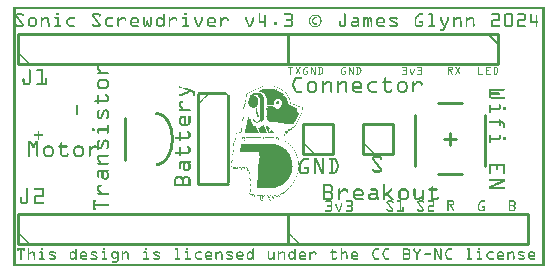
<source format=gto>
G04 MADE WITH FRITZING*
G04 WWW.FRITZING.ORG*
G04 DOUBLE SIDED*
G04 HOLES PLATED*
G04 CONTOUR ON CENTER OF CONTOUR VECTOR*
%ASAXBY*%
%FSLAX23Y23*%
%MOIN*%
%OFA0B0*%
%SFA1.0B1.0*%
%ADD10C,0.010000*%
%ADD11C,0.005000*%
%ADD12R,0.001000X0.001000*%
%LNSILK1*%
G90*
G70*
G54D10*
X372Y357D02*
X372Y497D01*
D02*
X917Y77D02*
X1717Y77D01*
D02*
X1717Y77D02*
X1717Y177D01*
D02*
X1717Y177D02*
X917Y177D01*
D02*
X917Y177D02*
X917Y77D01*
D02*
X17Y77D02*
X917Y77D01*
D02*
X917Y77D02*
X917Y177D01*
D02*
X917Y177D02*
X17Y177D01*
D02*
X17Y177D02*
X17Y77D01*
D02*
X17Y677D02*
X917Y677D01*
D02*
X917Y677D02*
X917Y777D01*
D02*
X917Y777D02*
X17Y777D01*
D02*
X17Y777D02*
X17Y677D01*
D02*
X967Y377D02*
X1067Y377D01*
D02*
X1067Y377D02*
X1067Y477D01*
D02*
X1067Y477D02*
X967Y477D01*
D02*
X967Y477D02*
X967Y377D01*
D02*
X1167Y377D02*
X1267Y377D01*
D02*
X1267Y377D02*
X1267Y477D01*
D02*
X1267Y477D02*
X1167Y477D01*
D02*
X1167Y477D02*
X1167Y377D01*
D02*
X1617Y777D02*
X917Y777D01*
D02*
X917Y777D02*
X917Y677D01*
D02*
X917Y677D02*
X1617Y677D01*
D02*
X1617Y677D02*
X1617Y777D01*
G54D11*
D02*
X1582Y777D02*
X1617Y742D01*
G54D10*
D02*
X1495Y308D02*
X1417Y308D01*
D02*
X1574Y505D02*
X1574Y337D01*
D02*
X1338Y505D02*
X1338Y337D01*
D02*
X1495Y544D02*
X1417Y544D01*
D02*
X1476Y426D02*
X1436Y426D01*
D02*
X1456Y406D02*
X1456Y445D01*
D02*
X617Y577D02*
X617Y277D01*
D02*
X617Y277D02*
X717Y277D01*
G54D12*
X1Y866D02*
X1771Y866D01*
X1Y865D02*
X1771Y865D01*
X1Y864D02*
X1771Y864D01*
X1Y863D02*
X1771Y863D01*
X1Y862D02*
X1771Y862D01*
X1Y861D02*
X1771Y861D01*
X1Y860D02*
X1771Y860D01*
X1Y859D02*
X1771Y859D01*
X1Y858D02*
X8Y858D01*
X1764Y858D02*
X1771Y858D01*
X1Y857D02*
X8Y857D01*
X1764Y857D02*
X1771Y857D01*
X1Y856D02*
X8Y856D01*
X1764Y856D02*
X1771Y856D01*
X1Y855D02*
X8Y855D01*
X1764Y855D02*
X1771Y855D01*
X1Y854D02*
X8Y854D01*
X1764Y854D02*
X1771Y854D01*
X1Y853D02*
X8Y853D01*
X1764Y853D02*
X1771Y853D01*
X1Y852D02*
X8Y852D01*
X1764Y852D02*
X1771Y852D01*
X1Y851D02*
X8Y851D01*
X1764Y851D02*
X1771Y851D01*
X1Y850D02*
X8Y850D01*
X1764Y850D02*
X1771Y850D01*
X1Y849D02*
X8Y849D01*
X1764Y849D02*
X1771Y849D01*
X1Y848D02*
X8Y848D01*
X1764Y848D02*
X1771Y848D01*
X1Y847D02*
X8Y847D01*
X1764Y847D02*
X1771Y847D01*
X1Y846D02*
X8Y846D01*
X145Y846D02*
X151Y846D01*
X572Y846D02*
X577Y846D01*
X1764Y846D02*
X1771Y846D01*
X1Y845D02*
X8Y845D01*
X144Y845D02*
X151Y845D01*
X571Y845D02*
X578Y845D01*
X1764Y845D02*
X1771Y845D01*
X1Y844D02*
X8Y844D01*
X12Y844D02*
X29Y844D01*
X144Y844D02*
X152Y844D01*
X268Y844D02*
X285Y844D01*
X502Y844D02*
X503Y844D01*
X570Y844D02*
X578Y844D01*
X821Y844D02*
X822Y844D01*
X905Y844D02*
X927Y844D01*
X1105Y844D02*
X1106Y844D01*
X1354Y844D02*
X1365Y844D01*
X1386Y844D02*
X1396Y844D01*
X1597Y844D02*
X1619Y844D01*
X1642Y844D02*
X1661Y844D01*
X1682Y844D02*
X1704Y844D01*
X1726Y844D02*
X1727Y844D01*
X1764Y844D02*
X1771Y844D01*
X1Y843D02*
X8Y843D01*
X10Y843D02*
X32Y843D01*
X144Y843D02*
X152Y843D01*
X266Y843D02*
X288Y843D01*
X500Y843D02*
X504Y843D01*
X570Y843D02*
X578Y843D01*
X820Y843D02*
X823Y843D01*
X904Y843D02*
X929Y843D01*
X1104Y843D02*
X1108Y843D01*
X1352Y843D02*
X1367Y843D01*
X1385Y843D02*
X1397Y843D01*
X1595Y843D02*
X1621Y843D01*
X1640Y843D02*
X1663Y843D01*
X1681Y843D02*
X1706Y843D01*
X1725Y843D02*
X1728Y843D01*
X1764Y843D02*
X1771Y843D01*
X1Y842D02*
X33Y842D01*
X144Y842D02*
X152Y842D01*
X265Y842D02*
X289Y842D01*
X500Y842D02*
X505Y842D01*
X570Y842D02*
X578Y842D01*
X819Y842D02*
X824Y842D01*
X903Y842D02*
X930Y842D01*
X1103Y842D02*
X1108Y842D01*
X1350Y842D02*
X1367Y842D01*
X1384Y842D02*
X1398Y842D01*
X1595Y842D02*
X1622Y842D01*
X1639Y842D02*
X1664Y842D01*
X1680Y842D02*
X1707Y842D01*
X1724Y842D02*
X1729Y842D01*
X1764Y842D02*
X1771Y842D01*
X1Y841D02*
X34Y841D01*
X144Y841D02*
X152Y841D01*
X264Y841D02*
X290Y841D01*
X500Y841D02*
X505Y841D01*
X570Y841D02*
X578Y841D01*
X819Y841D02*
X824Y841D01*
X903Y841D02*
X931Y841D01*
X1103Y841D02*
X1108Y841D01*
X1350Y841D02*
X1367Y841D01*
X1384Y841D02*
X1398Y841D01*
X1595Y841D02*
X1622Y841D01*
X1638Y841D02*
X1665Y841D01*
X1680Y841D02*
X1708Y841D01*
X1724Y841D02*
X1729Y841D01*
X1764Y841D02*
X1771Y841D01*
X1Y840D02*
X35Y840D01*
X144Y840D02*
X151Y840D01*
X264Y840D02*
X291Y840D01*
X500Y840D02*
X505Y840D01*
X571Y840D02*
X578Y840D01*
X819Y840D02*
X824Y840D01*
X903Y840D02*
X931Y840D01*
X1103Y840D02*
X1108Y840D01*
X1349Y840D02*
X1367Y840D01*
X1385Y840D02*
X1398Y840D01*
X1595Y840D02*
X1623Y840D01*
X1638Y840D02*
X1665Y840D01*
X1680Y840D02*
X1708Y840D01*
X1724Y840D02*
X1729Y840D01*
X1764Y840D02*
X1771Y840D01*
X1Y839D02*
X35Y839D01*
X145Y839D02*
X151Y839D01*
X263Y839D02*
X291Y839D01*
X500Y839D02*
X505Y839D01*
X572Y839D02*
X577Y839D01*
X819Y839D02*
X824Y839D01*
X839Y839D02*
X840Y839D01*
X904Y839D02*
X931Y839D01*
X1002Y839D02*
X1013Y839D01*
X1103Y839D02*
X1108Y839D01*
X1348Y839D02*
X1366Y839D01*
X1385Y839D02*
X1398Y839D01*
X1596Y839D02*
X1623Y839D01*
X1637Y839D02*
X1666Y839D01*
X1681Y839D02*
X1708Y839D01*
X1724Y839D02*
X1729Y839D01*
X1744Y839D02*
X1745Y839D01*
X1764Y839D02*
X1771Y839D01*
X1Y838D02*
X12Y838D01*
X29Y838D02*
X35Y838D01*
X263Y838D02*
X268Y838D01*
X285Y838D02*
X291Y838D01*
X500Y838D02*
X505Y838D01*
X819Y838D02*
X824Y838D01*
X837Y838D02*
X841Y838D01*
X926Y838D02*
X931Y838D01*
X999Y838D02*
X1016Y838D01*
X1103Y838D02*
X1108Y838D01*
X1347Y838D02*
X1354Y838D01*
X1393Y838D02*
X1398Y838D01*
X1618Y838D02*
X1623Y838D01*
X1637Y838D02*
X1643Y838D01*
X1661Y838D02*
X1666Y838D01*
X1703Y838D02*
X1708Y838D01*
X1724Y838D02*
X1729Y838D01*
X1742Y838D02*
X1746Y838D01*
X1764Y838D02*
X1771Y838D01*
X1Y837D02*
X12Y837D01*
X30Y837D02*
X36Y837D01*
X263Y837D02*
X268Y837D01*
X286Y837D02*
X291Y837D01*
X500Y837D02*
X505Y837D01*
X819Y837D02*
X824Y837D01*
X837Y837D02*
X841Y837D01*
X926Y837D02*
X931Y837D01*
X997Y837D02*
X1018Y837D01*
X1103Y837D02*
X1108Y837D01*
X1346Y837D02*
X1353Y837D01*
X1393Y837D02*
X1398Y837D01*
X1618Y837D02*
X1623Y837D01*
X1637Y837D02*
X1642Y837D01*
X1661Y837D02*
X1666Y837D01*
X1703Y837D02*
X1708Y837D01*
X1724Y837D02*
X1729Y837D01*
X1742Y837D02*
X1747Y837D01*
X1764Y837D02*
X1771Y837D01*
X1Y836D02*
X13Y836D01*
X31Y836D02*
X36Y836D01*
X263Y836D02*
X269Y836D01*
X287Y836D02*
X291Y836D01*
X500Y836D02*
X505Y836D01*
X819Y836D02*
X824Y836D01*
X837Y836D02*
X842Y836D01*
X926Y836D02*
X931Y836D01*
X995Y836D02*
X1005Y836D01*
X1008Y836D02*
X1020Y836D01*
X1103Y836D02*
X1108Y836D01*
X1346Y836D02*
X1352Y836D01*
X1393Y836D02*
X1398Y836D01*
X1618Y836D02*
X1623Y836D01*
X1637Y836D02*
X1642Y836D01*
X1661Y836D02*
X1666Y836D01*
X1703Y836D02*
X1708Y836D01*
X1724Y836D02*
X1729Y836D01*
X1742Y836D02*
X1747Y836D01*
X1764Y836D02*
X1771Y836D01*
X1Y835D02*
X14Y835D01*
X31Y835D02*
X35Y835D01*
X264Y835D02*
X270Y835D01*
X287Y835D02*
X291Y835D01*
X500Y835D02*
X505Y835D01*
X819Y835D02*
X824Y835D01*
X837Y835D02*
X842Y835D01*
X926Y835D02*
X931Y835D01*
X994Y835D02*
X1000Y835D01*
X1014Y835D02*
X1021Y835D01*
X1103Y835D02*
X1108Y835D01*
X1345Y835D02*
X1351Y835D01*
X1393Y835D02*
X1398Y835D01*
X1618Y835D02*
X1623Y835D01*
X1637Y835D02*
X1642Y835D01*
X1661Y835D02*
X1666Y835D01*
X1703Y835D02*
X1708Y835D01*
X1724Y835D02*
X1729Y835D01*
X1742Y835D02*
X1747Y835D01*
X1764Y835D02*
X1771Y835D01*
X1Y834D02*
X15Y834D01*
X32Y834D02*
X34Y834D01*
X264Y834D02*
X271Y834D01*
X288Y834D02*
X290Y834D01*
X500Y834D02*
X505Y834D01*
X819Y834D02*
X824Y834D01*
X837Y834D02*
X842Y834D01*
X926Y834D02*
X931Y834D01*
X992Y834D02*
X997Y834D01*
X1016Y834D02*
X1022Y834D01*
X1103Y834D02*
X1108Y834D01*
X1344Y834D02*
X1351Y834D01*
X1393Y834D02*
X1398Y834D01*
X1618Y834D02*
X1623Y834D01*
X1637Y834D02*
X1642Y834D01*
X1661Y834D02*
X1666Y834D01*
X1703Y834D02*
X1708Y834D01*
X1724Y834D02*
X1729Y834D01*
X1742Y834D02*
X1747Y834D01*
X1764Y834D02*
X1771Y834D01*
X1Y833D02*
X15Y833D01*
X265Y833D02*
X271Y833D01*
X500Y833D02*
X505Y833D01*
X819Y833D02*
X824Y833D01*
X837Y833D02*
X842Y833D01*
X926Y833D02*
X931Y833D01*
X991Y833D02*
X996Y833D01*
X1018Y833D02*
X1023Y833D01*
X1103Y833D02*
X1108Y833D01*
X1343Y833D02*
X1350Y833D01*
X1393Y833D02*
X1398Y833D01*
X1618Y833D02*
X1623Y833D01*
X1637Y833D02*
X1642Y833D01*
X1661Y833D02*
X1666Y833D01*
X1703Y833D02*
X1708Y833D01*
X1724Y833D02*
X1729Y833D01*
X1742Y833D02*
X1747Y833D01*
X1764Y833D02*
X1771Y833D01*
X1Y832D02*
X8Y832D01*
X10Y832D02*
X16Y832D01*
X266Y832D02*
X272Y832D01*
X500Y832D02*
X505Y832D01*
X819Y832D02*
X824Y832D01*
X837Y832D02*
X842Y832D01*
X926Y832D02*
X931Y832D01*
X991Y832D02*
X995Y832D01*
X1019Y832D02*
X1024Y832D01*
X1103Y832D02*
X1108Y832D01*
X1342Y832D02*
X1349Y832D01*
X1393Y832D02*
X1398Y832D01*
X1618Y832D02*
X1623Y832D01*
X1637Y832D02*
X1642Y832D01*
X1661Y832D02*
X1666Y832D01*
X1703Y832D02*
X1708Y832D01*
X1724Y832D02*
X1729Y832D01*
X1742Y832D02*
X1747Y832D01*
X1764Y832D02*
X1771Y832D01*
X1Y831D02*
X8Y831D01*
X10Y831D02*
X17Y831D01*
X57Y831D02*
X71Y831D01*
X94Y831D02*
X96Y831D01*
X106Y831D02*
X115Y831D01*
X139Y831D02*
X151Y831D01*
X188Y831D02*
X205Y831D01*
X266Y831D02*
X273Y831D01*
X316Y831D02*
X333Y831D01*
X350Y831D02*
X352Y831D01*
X361Y831D02*
X371Y831D01*
X399Y831D02*
X412Y831D01*
X434Y831D02*
X437Y831D01*
X459Y831D02*
X462Y831D01*
X484Y831D02*
X494Y831D01*
X500Y831D02*
X505Y831D01*
X520Y831D02*
X523Y831D01*
X532Y831D02*
X542Y831D01*
X566Y831D02*
X577Y831D01*
X605Y831D02*
X608Y831D01*
X629Y831D02*
X632Y831D01*
X654Y831D02*
X668Y831D01*
X691Y831D02*
X693Y831D01*
X702Y831D02*
X713Y831D01*
X776Y831D02*
X779Y831D01*
X800Y831D02*
X802Y831D01*
X819Y831D02*
X824Y831D01*
X837Y831D02*
X842Y831D01*
X926Y831D02*
X931Y831D01*
X990Y831D02*
X993Y831D01*
X1006Y831D02*
X1011Y831D01*
X1020Y831D02*
X1024Y831D01*
X1103Y831D02*
X1108Y831D01*
X1132Y831D02*
X1148Y831D01*
X1169Y831D02*
X1171Y831D01*
X1176Y831D02*
X1181Y831D01*
X1187Y831D02*
X1192Y831D01*
X1218Y831D02*
X1232Y831D01*
X1259Y831D02*
X1277Y831D01*
X1342Y831D02*
X1348Y831D01*
X1393Y831D02*
X1398Y831D01*
X1425Y831D02*
X1428Y831D01*
X1449Y831D02*
X1451Y831D01*
X1468Y831D02*
X1471Y831D01*
X1480Y831D02*
X1489Y831D01*
X1511Y831D02*
X1513Y831D01*
X1523Y831D02*
X1532Y831D01*
X1618Y831D02*
X1623Y831D01*
X1637Y831D02*
X1642Y831D01*
X1661Y831D02*
X1666Y831D01*
X1703Y831D02*
X1708Y831D01*
X1724Y831D02*
X1729Y831D01*
X1742Y831D02*
X1747Y831D01*
X1764Y831D02*
X1771Y831D01*
X1Y830D02*
X8Y830D01*
X11Y830D02*
X18Y830D01*
X56Y830D02*
X72Y830D01*
X93Y830D02*
X97Y830D01*
X104Y830D02*
X116Y830D01*
X138Y830D02*
X151Y830D01*
X186Y830D02*
X206Y830D01*
X267Y830D02*
X274Y830D01*
X314Y830D02*
X334Y830D01*
X349Y830D02*
X353Y830D01*
X360Y830D02*
X373Y830D01*
X397Y830D02*
X414Y830D01*
X433Y830D02*
X438Y830D01*
X458Y830D02*
X462Y830D01*
X482Y830D02*
X496Y830D01*
X500Y830D02*
X505Y830D01*
X519Y830D02*
X524Y830D01*
X531Y830D02*
X544Y830D01*
X565Y830D02*
X578Y830D01*
X605Y830D02*
X609Y830D01*
X628Y830D02*
X632Y830D01*
X653Y830D02*
X670Y830D01*
X690Y830D02*
X694Y830D01*
X701Y830D02*
X714Y830D01*
X775Y830D02*
X780Y830D01*
X799Y830D02*
X803Y830D01*
X819Y830D02*
X824Y830D01*
X837Y830D02*
X842Y830D01*
X926Y830D02*
X931Y830D01*
X989Y830D02*
X993Y830D01*
X1003Y830D02*
X1014Y830D01*
X1021Y830D02*
X1025Y830D01*
X1103Y830D02*
X1108Y830D01*
X1132Y830D02*
X1149Y830D01*
X1168Y830D02*
X1172Y830D01*
X1174Y830D02*
X1182Y830D01*
X1186Y830D02*
X1193Y830D01*
X1217Y830D02*
X1233Y830D01*
X1257Y830D02*
X1279Y830D01*
X1341Y830D02*
X1347Y830D01*
X1393Y830D02*
X1398Y830D01*
X1424Y830D02*
X1429Y830D01*
X1448Y830D02*
X1452Y830D01*
X1467Y830D02*
X1471Y830D01*
X1478Y830D02*
X1491Y830D01*
X1510Y830D02*
X1514Y830D01*
X1521Y830D02*
X1533Y830D01*
X1618Y830D02*
X1623Y830D01*
X1637Y830D02*
X1642Y830D01*
X1661Y830D02*
X1666Y830D01*
X1703Y830D02*
X1708Y830D01*
X1724Y830D02*
X1729Y830D01*
X1742Y830D02*
X1747Y830D01*
X1764Y830D02*
X1771Y830D01*
X1Y829D02*
X8Y829D01*
X12Y829D02*
X19Y829D01*
X54Y829D02*
X74Y829D01*
X93Y829D02*
X97Y829D01*
X102Y829D02*
X118Y829D01*
X138Y829D02*
X152Y829D01*
X185Y829D02*
X206Y829D01*
X268Y829D02*
X274Y829D01*
X313Y829D02*
X334Y829D01*
X348Y829D02*
X353Y829D01*
X359Y829D02*
X374Y829D01*
X396Y829D02*
X415Y829D01*
X433Y829D02*
X438Y829D01*
X458Y829D02*
X463Y829D01*
X481Y829D02*
X497Y829D01*
X500Y829D02*
X505Y829D01*
X519Y829D02*
X524Y829D01*
X529Y829D02*
X545Y829D01*
X565Y829D02*
X578Y829D01*
X604Y829D02*
X609Y829D01*
X628Y829D02*
X633Y829D01*
X652Y829D02*
X671Y829D01*
X690Y829D02*
X695Y829D01*
X700Y829D02*
X715Y829D01*
X775Y829D02*
X780Y829D01*
X798Y829D02*
X803Y829D01*
X819Y829D02*
X824Y829D01*
X837Y829D02*
X842Y829D01*
X926Y829D02*
X931Y829D01*
X989Y829D02*
X992Y829D01*
X1001Y829D02*
X1015Y829D01*
X1022Y829D02*
X1026Y829D01*
X1103Y829D02*
X1108Y829D01*
X1131Y829D02*
X1151Y829D01*
X1168Y829D02*
X1194Y829D01*
X1215Y829D02*
X1235Y829D01*
X1256Y829D02*
X1280Y829D01*
X1340Y829D02*
X1347Y829D01*
X1393Y829D02*
X1398Y829D01*
X1424Y829D02*
X1429Y829D01*
X1448Y829D02*
X1452Y829D01*
X1467Y829D02*
X1472Y829D01*
X1476Y829D02*
X1492Y829D01*
X1509Y829D02*
X1514Y829D01*
X1519Y829D02*
X1535Y829D01*
X1618Y829D02*
X1623Y829D01*
X1637Y829D02*
X1642Y829D01*
X1661Y829D02*
X1666Y829D01*
X1703Y829D02*
X1708Y829D01*
X1724Y829D02*
X1729Y829D01*
X1742Y829D02*
X1747Y829D01*
X1764Y829D02*
X1771Y829D01*
X1Y828D02*
X8Y828D01*
X13Y828D02*
X19Y828D01*
X53Y828D02*
X75Y828D01*
X92Y828D02*
X97Y828D01*
X101Y828D02*
X118Y828D01*
X138Y828D02*
X152Y828D01*
X184Y828D02*
X206Y828D01*
X269Y828D02*
X275Y828D01*
X312Y828D02*
X334Y828D01*
X348Y828D02*
X353Y828D01*
X358Y828D02*
X375Y828D01*
X394Y828D02*
X416Y828D01*
X433Y828D02*
X438Y828D01*
X458Y828D02*
X463Y828D01*
X480Y828D02*
X505Y828D01*
X519Y828D02*
X524Y828D01*
X528Y828D02*
X546Y828D01*
X565Y828D02*
X578Y828D01*
X604Y828D02*
X609Y828D01*
X628Y828D02*
X633Y828D01*
X650Y828D02*
X672Y828D01*
X690Y828D02*
X695Y828D01*
X699Y828D02*
X716Y828D01*
X775Y828D02*
X780Y828D01*
X798Y828D02*
X803Y828D01*
X819Y828D02*
X824Y828D01*
X837Y828D02*
X842Y828D01*
X926Y828D02*
X931Y828D01*
X988Y828D02*
X991Y828D01*
X1000Y828D02*
X1014Y828D01*
X1023Y828D02*
X1026Y828D01*
X1103Y828D02*
X1108Y828D01*
X1131Y828D02*
X1151Y828D01*
X1168Y828D02*
X1195Y828D01*
X1214Y828D02*
X1236Y828D01*
X1255Y828D02*
X1281Y828D01*
X1340Y828D02*
X1346Y828D01*
X1393Y828D02*
X1398Y828D01*
X1424Y828D02*
X1429Y828D01*
X1447Y828D02*
X1453Y828D01*
X1467Y828D02*
X1472Y828D01*
X1475Y828D02*
X1493Y828D01*
X1509Y828D02*
X1514Y828D01*
X1517Y828D02*
X1535Y828D01*
X1618Y828D02*
X1623Y828D01*
X1637Y828D02*
X1642Y828D01*
X1661Y828D02*
X1666Y828D01*
X1703Y828D02*
X1708Y828D01*
X1724Y828D02*
X1729Y828D01*
X1742Y828D02*
X1747Y828D01*
X1764Y828D02*
X1771Y828D01*
X1Y827D02*
X8Y827D01*
X13Y827D02*
X20Y827D01*
X52Y827D02*
X76Y827D01*
X92Y827D02*
X119Y827D01*
X139Y827D02*
X152Y827D01*
X183Y827D02*
X206Y827D01*
X269Y827D02*
X276Y827D01*
X311Y827D02*
X334Y827D01*
X348Y827D02*
X353Y827D01*
X356Y827D02*
X376Y827D01*
X393Y827D02*
X417Y827D01*
X433Y827D02*
X438Y827D01*
X458Y827D02*
X463Y827D01*
X479Y827D02*
X505Y827D01*
X519Y827D02*
X524Y827D01*
X527Y827D02*
X546Y827D01*
X565Y827D02*
X578Y827D01*
X604Y827D02*
X609Y827D01*
X628Y827D02*
X633Y827D01*
X649Y827D02*
X673Y827D01*
X690Y827D02*
X695Y827D01*
X698Y827D02*
X717Y827D01*
X775Y827D02*
X780Y827D01*
X798Y827D02*
X803Y827D01*
X819Y827D02*
X824Y827D01*
X837Y827D02*
X842Y827D01*
X926Y827D02*
X931Y827D01*
X988Y827D02*
X991Y827D01*
X999Y827D02*
X1005Y827D01*
X1012Y827D02*
X1014Y827D01*
X1023Y827D02*
X1026Y827D01*
X1103Y827D02*
X1108Y827D01*
X1132Y827D02*
X1152Y827D01*
X1168Y827D02*
X1196Y827D01*
X1213Y827D02*
X1237Y827D01*
X1255Y827D02*
X1281Y827D01*
X1339Y827D02*
X1345Y827D01*
X1393Y827D02*
X1398Y827D01*
X1424Y827D02*
X1429Y827D01*
X1447Y827D02*
X1453Y827D01*
X1467Y827D02*
X1493Y827D01*
X1509Y827D02*
X1536Y827D01*
X1618Y827D02*
X1623Y827D01*
X1637Y827D02*
X1642Y827D01*
X1661Y827D02*
X1666Y827D01*
X1703Y827D02*
X1708Y827D01*
X1724Y827D02*
X1729Y827D01*
X1742Y827D02*
X1747Y827D01*
X1764Y827D02*
X1771Y827D01*
X1Y826D02*
X8Y826D01*
X14Y826D02*
X21Y826D01*
X52Y826D02*
X77Y826D01*
X92Y826D02*
X120Y826D01*
X140Y826D02*
X152Y826D01*
X182Y826D02*
X204Y826D01*
X270Y826D02*
X277Y826D01*
X310Y826D02*
X332Y826D01*
X348Y826D02*
X353Y826D01*
X355Y826D02*
X376Y826D01*
X393Y826D02*
X418Y826D01*
X433Y826D02*
X438Y826D01*
X458Y826D02*
X463Y826D01*
X478Y826D02*
X505Y826D01*
X519Y826D02*
X524Y826D01*
X526Y826D02*
X547Y826D01*
X567Y826D02*
X578Y826D01*
X604Y826D02*
X609Y826D01*
X628Y826D02*
X633Y826D01*
X649Y826D02*
X674Y826D01*
X690Y826D02*
X695Y826D01*
X697Y826D02*
X717Y826D01*
X775Y826D02*
X780Y826D01*
X798Y826D02*
X803Y826D01*
X819Y826D02*
X824Y826D01*
X837Y826D02*
X842Y826D01*
X926Y826D02*
X931Y826D01*
X988Y826D02*
X990Y826D01*
X998Y826D02*
X1003Y826D01*
X1024Y826D02*
X1027Y826D01*
X1103Y826D02*
X1108Y826D01*
X1133Y826D02*
X1153Y826D01*
X1168Y826D02*
X1196Y826D01*
X1213Y826D02*
X1238Y826D01*
X1254Y826D02*
X1281Y826D01*
X1339Y826D02*
X1345Y826D01*
X1393Y826D02*
X1398Y826D01*
X1424Y826D02*
X1429Y826D01*
X1447Y826D02*
X1453Y826D01*
X1467Y826D02*
X1494Y826D01*
X1509Y826D02*
X1536Y826D01*
X1618Y826D02*
X1623Y826D01*
X1637Y826D02*
X1642Y826D01*
X1661Y826D02*
X1666Y826D01*
X1703Y826D02*
X1708Y826D01*
X1724Y826D02*
X1729Y826D01*
X1742Y826D02*
X1747Y826D01*
X1764Y826D02*
X1771Y826D01*
X1Y825D02*
X8Y825D01*
X15Y825D02*
X22Y825D01*
X51Y825D02*
X58Y825D01*
X70Y825D02*
X77Y825D01*
X92Y825D02*
X106Y825D01*
X114Y825D02*
X120Y825D01*
X147Y825D02*
X152Y825D01*
X181Y825D02*
X189Y825D01*
X271Y825D02*
X278Y825D01*
X309Y825D02*
X317Y825D01*
X348Y825D02*
X362Y825D01*
X371Y825D02*
X377Y825D01*
X392Y825D02*
X399Y825D01*
X412Y825D02*
X419Y825D01*
X433Y825D02*
X438Y825D01*
X458Y825D02*
X463Y825D01*
X477Y825D02*
X484Y825D01*
X494Y825D02*
X505Y825D01*
X519Y825D02*
X533Y825D01*
X541Y825D02*
X547Y825D01*
X573Y825D02*
X578Y825D01*
X604Y825D02*
X609Y825D01*
X628Y825D02*
X633Y825D01*
X648Y825D02*
X655Y825D01*
X667Y825D02*
X674Y825D01*
X690Y825D02*
X704Y825D01*
X712Y825D02*
X718Y825D01*
X775Y825D02*
X780Y825D01*
X798Y825D02*
X803Y825D01*
X819Y825D02*
X824Y825D01*
X837Y825D02*
X842Y825D01*
X925Y825D02*
X931Y825D01*
X987Y825D02*
X990Y825D01*
X997Y825D02*
X1002Y825D01*
X1024Y825D02*
X1027Y825D01*
X1103Y825D02*
X1108Y825D01*
X1147Y825D02*
X1153Y825D01*
X1168Y825D02*
X1176Y825D01*
X1180Y825D02*
X1188Y825D01*
X1191Y825D02*
X1196Y825D01*
X1212Y825D02*
X1219Y825D01*
X1231Y825D02*
X1238Y825D01*
X1254Y825D02*
X1259Y825D01*
X1276Y825D02*
X1281Y825D01*
X1339Y825D02*
X1344Y825D01*
X1393Y825D02*
X1398Y825D01*
X1424Y825D02*
X1429Y825D01*
X1447Y825D02*
X1453Y825D01*
X1467Y825D02*
X1480Y825D01*
X1488Y825D02*
X1494Y825D01*
X1509Y825D02*
X1523Y825D01*
X1531Y825D02*
X1537Y825D01*
X1618Y825D02*
X1623Y825D01*
X1637Y825D02*
X1642Y825D01*
X1661Y825D02*
X1666Y825D01*
X1703Y825D02*
X1708Y825D01*
X1724Y825D02*
X1729Y825D01*
X1742Y825D02*
X1747Y825D01*
X1764Y825D02*
X1771Y825D01*
X1Y824D02*
X8Y824D01*
X16Y824D02*
X22Y824D01*
X50Y824D02*
X57Y824D01*
X72Y824D02*
X78Y824D01*
X92Y824D02*
X104Y824D01*
X115Y824D02*
X120Y824D01*
X147Y824D02*
X152Y824D01*
X180Y824D02*
X188Y824D01*
X272Y824D02*
X278Y824D01*
X308Y824D02*
X316Y824D01*
X348Y824D02*
X361Y824D01*
X372Y824D02*
X377Y824D01*
X392Y824D02*
X398Y824D01*
X413Y824D02*
X419Y824D01*
X433Y824D02*
X438Y824D01*
X458Y824D02*
X463Y824D01*
X477Y824D02*
X483Y824D01*
X495Y824D02*
X505Y824D01*
X519Y824D02*
X532Y824D01*
X542Y824D02*
X547Y824D01*
X573Y824D02*
X578Y824D01*
X604Y824D02*
X609Y824D01*
X628Y824D02*
X633Y824D01*
X648Y824D02*
X654Y824D01*
X669Y824D02*
X675Y824D01*
X690Y824D02*
X702Y824D01*
X713Y824D02*
X718Y824D01*
X775Y824D02*
X780Y824D01*
X798Y824D02*
X803Y824D01*
X819Y824D02*
X824Y824D01*
X837Y824D02*
X842Y824D01*
X911Y824D02*
X931Y824D01*
X987Y824D02*
X990Y824D01*
X997Y824D02*
X1001Y824D01*
X1024Y824D02*
X1027Y824D01*
X1103Y824D02*
X1108Y824D01*
X1148Y824D02*
X1153Y824D01*
X1168Y824D02*
X1175Y824D01*
X1180Y824D02*
X1187Y824D01*
X1191Y824D02*
X1196Y824D01*
X1211Y824D02*
X1218Y824D01*
X1233Y824D02*
X1239Y824D01*
X1254Y824D02*
X1259Y824D01*
X1277Y824D02*
X1280Y824D01*
X1339Y824D02*
X1344Y824D01*
X1393Y824D02*
X1398Y824D01*
X1424Y824D02*
X1429Y824D01*
X1447Y824D02*
X1452Y824D01*
X1467Y824D02*
X1479Y824D01*
X1489Y824D02*
X1494Y824D01*
X1509Y824D02*
X1521Y824D01*
X1532Y824D02*
X1537Y824D01*
X1599Y824D02*
X1623Y824D01*
X1637Y824D02*
X1642Y824D01*
X1661Y824D02*
X1666Y824D01*
X1685Y824D02*
X1708Y824D01*
X1724Y824D02*
X1729Y824D01*
X1742Y824D02*
X1747Y824D01*
X1764Y824D02*
X1771Y824D01*
X1Y823D02*
X8Y823D01*
X17Y823D02*
X23Y823D01*
X50Y823D02*
X56Y823D01*
X72Y823D02*
X78Y823D01*
X92Y823D02*
X103Y823D01*
X115Y823D02*
X120Y823D01*
X147Y823D02*
X152Y823D01*
X179Y823D02*
X186Y823D01*
X273Y823D02*
X279Y823D01*
X307Y823D02*
X314Y823D01*
X348Y823D02*
X360Y823D01*
X372Y823D02*
X377Y823D01*
X391Y823D02*
X397Y823D01*
X414Y823D02*
X419Y823D01*
X433Y823D02*
X438Y823D01*
X458Y823D02*
X463Y823D01*
X477Y823D02*
X482Y823D01*
X496Y823D02*
X505Y823D01*
X519Y823D02*
X531Y823D01*
X542Y823D02*
X547Y823D01*
X573Y823D02*
X578Y823D01*
X604Y823D02*
X610Y823D01*
X627Y823D02*
X633Y823D01*
X647Y823D02*
X653Y823D01*
X670Y823D02*
X675Y823D01*
X690Y823D02*
X701Y823D01*
X713Y823D02*
X718Y823D01*
X775Y823D02*
X781Y823D01*
X798Y823D02*
X803Y823D01*
X819Y823D02*
X824Y823D01*
X837Y823D02*
X842Y823D01*
X909Y823D02*
X930Y823D01*
X987Y823D02*
X989Y823D01*
X996Y823D02*
X1000Y823D01*
X1025Y823D02*
X1027Y823D01*
X1103Y823D02*
X1108Y823D01*
X1148Y823D02*
X1153Y823D01*
X1168Y823D02*
X1174Y823D01*
X1180Y823D02*
X1186Y823D01*
X1191Y823D02*
X1196Y823D01*
X1211Y823D02*
X1217Y823D01*
X1233Y823D02*
X1239Y823D01*
X1254Y823D02*
X1260Y823D01*
X1339Y823D02*
X1344Y823D01*
X1393Y823D02*
X1398Y823D01*
X1424Y823D02*
X1430Y823D01*
X1447Y823D02*
X1452Y823D01*
X1467Y823D02*
X1477Y823D01*
X1489Y823D02*
X1494Y823D01*
X1509Y823D02*
X1520Y823D01*
X1532Y823D02*
X1537Y823D01*
X1597Y823D02*
X1623Y823D01*
X1637Y823D02*
X1642Y823D01*
X1661Y823D02*
X1666Y823D01*
X1683Y823D02*
X1708Y823D01*
X1724Y823D02*
X1729Y823D01*
X1742Y823D02*
X1747Y823D01*
X1764Y823D02*
X1771Y823D01*
X1Y822D02*
X8Y822D01*
X17Y822D02*
X24Y822D01*
X50Y822D02*
X55Y822D01*
X73Y822D02*
X78Y822D01*
X92Y822D02*
X101Y822D01*
X115Y822D02*
X120Y822D01*
X147Y822D02*
X152Y822D01*
X178Y822D02*
X185Y822D01*
X273Y822D02*
X280Y822D01*
X306Y822D02*
X313Y822D01*
X348Y822D02*
X359Y822D01*
X372Y822D02*
X377Y822D01*
X391Y822D02*
X396Y822D01*
X414Y822D02*
X419Y822D01*
X433Y822D02*
X438Y822D01*
X458Y822D02*
X462Y822D01*
X477Y822D02*
X482Y822D01*
X497Y822D02*
X505Y822D01*
X519Y822D02*
X529Y822D01*
X542Y822D02*
X547Y822D01*
X573Y822D02*
X578Y822D01*
X605Y822D02*
X610Y822D01*
X627Y822D02*
X632Y822D01*
X647Y822D02*
X652Y822D01*
X670Y822D02*
X675Y822D01*
X690Y822D02*
X700Y822D01*
X713Y822D02*
X718Y822D01*
X775Y822D02*
X781Y822D01*
X797Y822D02*
X803Y822D01*
X819Y822D02*
X824Y822D01*
X837Y822D02*
X842Y822D01*
X909Y822D02*
X930Y822D01*
X987Y822D02*
X989Y822D01*
X996Y822D02*
X1000Y822D01*
X1025Y822D02*
X1028Y822D01*
X1103Y822D02*
X1108Y822D01*
X1148Y822D02*
X1153Y822D01*
X1168Y822D02*
X1173Y822D01*
X1180Y822D02*
X1185Y822D01*
X1191Y822D02*
X1196Y822D01*
X1211Y822D02*
X1216Y822D01*
X1234Y822D02*
X1239Y822D01*
X1255Y822D02*
X1262Y822D01*
X1339Y822D02*
X1344Y822D01*
X1393Y822D02*
X1398Y822D01*
X1425Y822D02*
X1430Y822D01*
X1446Y822D02*
X1452Y822D01*
X1467Y822D02*
X1476Y822D01*
X1489Y822D02*
X1494Y822D01*
X1509Y822D02*
X1518Y822D01*
X1532Y822D02*
X1537Y822D01*
X1596Y822D02*
X1623Y822D01*
X1637Y822D02*
X1642Y822D01*
X1661Y822D02*
X1666Y822D01*
X1682Y822D02*
X1708Y822D01*
X1724Y822D02*
X1729Y822D01*
X1742Y822D02*
X1747Y822D01*
X1764Y822D02*
X1771Y822D01*
X1Y821D02*
X8Y821D01*
X18Y821D02*
X25Y821D01*
X50Y821D02*
X55Y821D01*
X73Y821D02*
X78Y821D01*
X92Y821D02*
X100Y821D01*
X115Y821D02*
X120Y821D01*
X147Y821D02*
X152Y821D01*
X178Y821D02*
X184Y821D01*
X274Y821D02*
X281Y821D01*
X306Y821D02*
X312Y821D01*
X348Y821D02*
X358Y821D01*
X372Y821D02*
X377Y821D01*
X391Y821D02*
X396Y821D01*
X414Y821D02*
X419Y821D01*
X433Y821D02*
X438Y821D01*
X447Y821D02*
X449Y821D01*
X457Y821D02*
X462Y821D01*
X476Y821D02*
X481Y821D01*
X498Y821D02*
X505Y821D01*
X519Y821D02*
X528Y821D01*
X543Y821D02*
X547Y821D01*
X573Y821D02*
X578Y821D01*
X605Y821D02*
X611Y821D01*
X626Y821D02*
X632Y821D01*
X647Y821D02*
X652Y821D01*
X670Y821D02*
X675Y821D01*
X690Y821D02*
X699Y821D01*
X713Y821D02*
X718Y821D01*
X776Y821D02*
X781Y821D01*
X797Y821D02*
X802Y821D01*
X819Y821D02*
X824Y821D01*
X837Y821D02*
X842Y821D01*
X909Y821D02*
X929Y821D01*
X987Y821D02*
X989Y821D01*
X996Y821D02*
X1000Y821D01*
X1025Y821D02*
X1028Y821D01*
X1103Y821D02*
X1108Y821D01*
X1148Y821D02*
X1153Y821D01*
X1168Y821D02*
X1173Y821D01*
X1180Y821D02*
X1185Y821D01*
X1191Y821D02*
X1196Y821D01*
X1211Y821D02*
X1216Y821D01*
X1234Y821D02*
X1239Y821D01*
X1255Y821D02*
X1264Y821D01*
X1339Y821D02*
X1344Y821D01*
X1393Y821D02*
X1398Y821D01*
X1425Y821D02*
X1431Y821D01*
X1446Y821D02*
X1452Y821D01*
X1467Y821D02*
X1474Y821D01*
X1489Y821D02*
X1494Y821D01*
X1509Y821D02*
X1517Y821D01*
X1532Y821D02*
X1537Y821D01*
X1596Y821D02*
X1622Y821D01*
X1637Y821D02*
X1642Y821D01*
X1661Y821D02*
X1666Y821D01*
X1681Y821D02*
X1707Y821D01*
X1724Y821D02*
X1729Y821D01*
X1742Y821D02*
X1747Y821D01*
X1764Y821D02*
X1771Y821D01*
X1Y820D02*
X8Y820D01*
X19Y820D02*
X26Y820D01*
X50Y820D02*
X55Y820D01*
X73Y820D02*
X78Y820D01*
X92Y820D02*
X98Y820D01*
X115Y820D02*
X120Y820D01*
X147Y820D02*
X152Y820D01*
X178Y820D02*
X183Y820D01*
X275Y820D02*
X281Y820D01*
X306Y820D02*
X311Y820D01*
X348Y820D02*
X357Y820D01*
X372Y820D02*
X377Y820D01*
X391Y820D02*
X396Y820D01*
X414Y820D02*
X419Y820D01*
X433Y820D02*
X438Y820D01*
X446Y820D02*
X450Y820D01*
X457Y820D02*
X462Y820D01*
X476Y820D02*
X481Y820D01*
X499Y820D02*
X505Y820D01*
X519Y820D02*
X527Y820D01*
X543Y820D02*
X547Y820D01*
X573Y820D02*
X578Y820D01*
X606Y820D02*
X611Y820D01*
X626Y820D02*
X631Y820D01*
X647Y820D02*
X652Y820D01*
X670Y820D02*
X675Y820D01*
X690Y820D02*
X698Y820D01*
X713Y820D02*
X718Y820D01*
X776Y820D02*
X782Y820D01*
X796Y820D02*
X802Y820D01*
X819Y820D02*
X824Y820D01*
X837Y820D02*
X842Y820D01*
X909Y820D02*
X930Y820D01*
X986Y820D02*
X989Y820D01*
X996Y820D02*
X1000Y820D01*
X1025Y820D02*
X1028Y820D01*
X1103Y820D02*
X1108Y820D01*
X1148Y820D02*
X1153Y820D01*
X1168Y820D02*
X1173Y820D01*
X1180Y820D02*
X1185Y820D01*
X1191Y820D02*
X1196Y820D01*
X1211Y820D02*
X1216Y820D01*
X1234Y820D02*
X1239Y820D01*
X1256Y820D02*
X1266Y820D01*
X1339Y820D02*
X1344Y820D01*
X1393Y820D02*
X1398Y820D01*
X1425Y820D02*
X1431Y820D01*
X1446Y820D02*
X1451Y820D01*
X1467Y820D02*
X1472Y820D01*
X1490Y820D02*
X1494Y820D01*
X1509Y820D02*
X1515Y820D01*
X1532Y820D02*
X1537Y820D01*
X1595Y820D02*
X1621Y820D01*
X1637Y820D02*
X1642Y820D01*
X1661Y820D02*
X1666Y820D01*
X1680Y820D02*
X1707Y820D01*
X1724Y820D02*
X1729Y820D01*
X1742Y820D02*
X1747Y820D01*
X1764Y820D02*
X1771Y820D01*
X1Y819D02*
X8Y819D01*
X20Y819D02*
X26Y819D01*
X50Y819D02*
X55Y819D01*
X73Y819D02*
X78Y819D01*
X92Y819D02*
X97Y819D01*
X115Y819D02*
X120Y819D01*
X147Y819D02*
X152Y819D01*
X178Y819D02*
X183Y819D01*
X276Y819D02*
X282Y819D01*
X306Y819D02*
X311Y819D01*
X348Y819D02*
X355Y819D01*
X373Y819D02*
X376Y819D01*
X391Y819D02*
X396Y819D01*
X414Y819D02*
X419Y819D01*
X433Y819D02*
X438Y819D01*
X445Y819D02*
X450Y819D01*
X457Y819D02*
X462Y819D01*
X476Y819D02*
X481Y819D01*
X500Y819D02*
X505Y819D01*
X519Y819D02*
X526Y819D01*
X544Y819D02*
X546Y819D01*
X573Y819D02*
X578Y819D01*
X606Y819D02*
X612Y819D01*
X625Y819D02*
X631Y819D01*
X647Y819D02*
X652Y819D01*
X670Y819D02*
X675Y819D01*
X690Y819D02*
X697Y819D01*
X714Y819D02*
X717Y819D01*
X777Y819D02*
X782Y819D01*
X796Y819D02*
X802Y819D01*
X819Y819D02*
X843Y819D01*
X910Y819D02*
X930Y819D01*
X986Y819D02*
X989Y819D01*
X996Y819D02*
X1000Y819D01*
X1025Y819D02*
X1028Y819D01*
X1088Y819D02*
X1089Y819D01*
X1103Y819D02*
X1108Y819D01*
X1132Y819D02*
X1146Y819D01*
X1148Y819D02*
X1153Y819D01*
X1168Y819D02*
X1173Y819D01*
X1180Y819D02*
X1185Y819D01*
X1191Y819D02*
X1196Y819D01*
X1211Y819D02*
X1216Y819D01*
X1234Y819D02*
X1239Y819D01*
X1256Y819D02*
X1268Y819D01*
X1339Y819D02*
X1344Y819D01*
X1355Y819D02*
X1367Y819D01*
X1393Y819D02*
X1398Y819D01*
X1426Y819D02*
X1431Y819D01*
X1445Y819D02*
X1451Y819D01*
X1467Y819D02*
X1472Y819D01*
X1490Y819D02*
X1495Y819D01*
X1509Y819D02*
X1514Y819D01*
X1532Y819D02*
X1537Y819D01*
X1595Y819D02*
X1620Y819D01*
X1637Y819D02*
X1642Y819D01*
X1661Y819D02*
X1666Y819D01*
X1680Y819D02*
X1705Y819D01*
X1724Y819D02*
X1748Y819D01*
X1764Y819D02*
X1771Y819D01*
X1Y818D02*
X8Y818D01*
X20Y818D02*
X27Y818D01*
X50Y818D02*
X55Y818D01*
X73Y818D02*
X78Y818D01*
X92Y818D02*
X97Y818D01*
X115Y818D02*
X120Y818D01*
X147Y818D02*
X152Y818D01*
X178Y818D02*
X183Y818D01*
X276Y818D02*
X283Y818D01*
X306Y818D02*
X311Y818D01*
X348Y818D02*
X354Y818D01*
X391Y818D02*
X396Y818D01*
X414Y818D02*
X419Y818D01*
X433Y818D02*
X438Y818D01*
X445Y818D02*
X450Y818D01*
X457Y818D02*
X462Y818D01*
X476Y818D02*
X481Y818D01*
X500Y818D02*
X505Y818D01*
X519Y818D02*
X525Y818D01*
X573Y818D02*
X578Y818D01*
X607Y818D02*
X612Y818D01*
X625Y818D02*
X630Y818D01*
X647Y818D02*
X652Y818D01*
X670Y818D02*
X675Y818D01*
X690Y818D02*
X695Y818D01*
X777Y818D02*
X783Y818D01*
X796Y818D02*
X801Y818D01*
X819Y818D02*
X844Y818D01*
X924Y818D02*
X931Y818D01*
X986Y818D02*
X989Y818D01*
X996Y818D02*
X1000Y818D01*
X1025Y818D02*
X1028Y818D01*
X1086Y818D02*
X1090Y818D01*
X1103Y818D02*
X1108Y818D01*
X1130Y818D02*
X1153Y818D01*
X1168Y818D02*
X1173Y818D01*
X1180Y818D02*
X1185Y818D01*
X1191Y818D02*
X1196Y818D01*
X1211Y818D02*
X1216Y818D01*
X1234Y818D02*
X1239Y818D01*
X1257Y818D02*
X1271Y818D01*
X1339Y818D02*
X1344Y818D01*
X1354Y818D02*
X1367Y818D01*
X1393Y818D02*
X1398Y818D01*
X1426Y818D02*
X1432Y818D01*
X1445Y818D02*
X1450Y818D01*
X1467Y818D02*
X1472Y818D01*
X1490Y818D02*
X1495Y818D01*
X1509Y818D02*
X1514Y818D01*
X1532Y818D02*
X1537Y818D01*
X1595Y818D02*
X1600Y818D01*
X1637Y818D02*
X1642Y818D01*
X1661Y818D02*
X1666Y818D01*
X1680Y818D02*
X1685Y818D01*
X1724Y818D02*
X1749Y818D01*
X1764Y818D02*
X1771Y818D01*
X1Y817D02*
X8Y817D01*
X21Y817D02*
X28Y817D01*
X50Y817D02*
X55Y817D01*
X73Y817D02*
X78Y817D01*
X92Y817D02*
X97Y817D01*
X115Y817D02*
X120Y817D01*
X147Y817D02*
X152Y817D01*
X178Y817D02*
X183Y817D01*
X277Y817D02*
X284Y817D01*
X306Y817D02*
X311Y817D01*
X348Y817D02*
X353Y817D01*
X391Y817D02*
X396Y817D01*
X414Y817D02*
X419Y817D01*
X433Y817D02*
X438Y817D01*
X445Y817D02*
X450Y817D01*
X457Y817D02*
X462Y817D01*
X476Y817D02*
X481Y817D01*
X500Y817D02*
X505Y817D01*
X519Y817D02*
X524Y817D01*
X573Y817D02*
X578Y817D01*
X607Y817D02*
X612Y817D01*
X625Y817D02*
X630Y817D01*
X647Y817D02*
X652Y817D01*
X670Y817D02*
X675Y817D01*
X690Y817D02*
X695Y817D01*
X778Y817D02*
X783Y817D01*
X795Y817D02*
X801Y817D01*
X819Y817D02*
X844Y817D01*
X926Y817D02*
X931Y817D01*
X986Y817D02*
X989Y817D01*
X996Y817D02*
X1000Y817D01*
X1025Y817D02*
X1028Y817D01*
X1086Y817D02*
X1091Y817D01*
X1103Y817D02*
X1108Y817D01*
X1129Y817D02*
X1153Y817D01*
X1168Y817D02*
X1173Y817D01*
X1180Y817D02*
X1185Y817D01*
X1191Y817D02*
X1196Y817D01*
X1211Y817D02*
X1216Y817D01*
X1234Y817D02*
X1239Y817D01*
X1259Y817D02*
X1273Y817D01*
X1339Y817D02*
X1344Y817D01*
X1354Y817D02*
X1367Y817D01*
X1393Y817D02*
X1398Y817D01*
X1427Y817D02*
X1432Y817D01*
X1444Y817D02*
X1450Y817D01*
X1467Y817D02*
X1472Y817D01*
X1490Y817D02*
X1495Y817D01*
X1509Y817D02*
X1514Y817D01*
X1532Y817D02*
X1537Y817D01*
X1595Y817D02*
X1600Y817D01*
X1637Y817D02*
X1642Y817D01*
X1661Y817D02*
X1666Y817D01*
X1680Y817D02*
X1685Y817D01*
X1724Y817D02*
X1749Y817D01*
X1764Y817D02*
X1771Y817D01*
X1Y816D02*
X8Y816D01*
X22Y816D02*
X29Y816D01*
X50Y816D02*
X55Y816D01*
X73Y816D02*
X78Y816D01*
X92Y816D02*
X97Y816D01*
X115Y816D02*
X120Y816D01*
X147Y816D02*
X152Y816D01*
X178Y816D02*
X183Y816D01*
X278Y816D02*
X285Y816D01*
X306Y816D02*
X311Y816D01*
X348Y816D02*
X353Y816D01*
X391Y816D02*
X419Y816D01*
X434Y816D02*
X438Y816D01*
X445Y816D02*
X450Y816D01*
X457Y816D02*
X462Y816D01*
X476Y816D02*
X481Y816D01*
X500Y816D02*
X505Y816D01*
X519Y816D02*
X524Y816D01*
X573Y816D02*
X578Y816D01*
X607Y816D02*
X613Y816D01*
X624Y816D02*
X630Y816D01*
X647Y816D02*
X675Y816D01*
X690Y816D02*
X695Y816D01*
X778Y816D02*
X784Y816D01*
X795Y816D02*
X800Y816D01*
X819Y816D02*
X844Y816D01*
X870Y816D02*
X879Y816D01*
X926Y816D02*
X931Y816D01*
X987Y816D02*
X989Y816D01*
X996Y816D02*
X1000Y816D01*
X1025Y816D02*
X1028Y816D01*
X1086Y816D02*
X1091Y816D01*
X1103Y816D02*
X1108Y816D01*
X1128Y816D02*
X1153Y816D01*
X1168Y816D02*
X1173Y816D01*
X1180Y816D02*
X1185Y816D01*
X1191Y816D02*
X1196Y816D01*
X1211Y816D02*
X1239Y816D01*
X1261Y816D02*
X1275Y816D01*
X1339Y816D02*
X1344Y816D01*
X1353Y816D02*
X1367Y816D01*
X1393Y816D02*
X1398Y816D01*
X1427Y816D02*
X1433Y816D01*
X1444Y816D02*
X1449Y816D01*
X1467Y816D02*
X1472Y816D01*
X1490Y816D02*
X1495Y816D01*
X1509Y816D02*
X1514Y816D01*
X1532Y816D02*
X1537Y816D01*
X1595Y816D02*
X1600Y816D01*
X1637Y816D02*
X1642Y816D01*
X1661Y816D02*
X1666Y816D01*
X1680Y816D02*
X1685Y816D01*
X1724Y816D02*
X1750Y816D01*
X1764Y816D02*
X1771Y816D01*
X1Y815D02*
X8Y815D01*
X23Y815D02*
X29Y815D01*
X50Y815D02*
X55Y815D01*
X73Y815D02*
X78Y815D01*
X92Y815D02*
X97Y815D01*
X115Y815D02*
X120Y815D01*
X147Y815D02*
X152Y815D01*
X178Y815D02*
X183Y815D01*
X279Y815D02*
X285Y815D01*
X306Y815D02*
X311Y815D01*
X348Y815D02*
X353Y815D01*
X391Y815D02*
X419Y815D01*
X434Y815D02*
X439Y815D01*
X445Y815D02*
X450Y815D01*
X457Y815D02*
X462Y815D01*
X476Y815D02*
X481Y815D01*
X500Y815D02*
X505Y815D01*
X519Y815D02*
X524Y815D01*
X573Y815D02*
X578Y815D01*
X608Y815D02*
X613Y815D01*
X624Y815D02*
X629Y815D01*
X647Y815D02*
X675Y815D01*
X690Y815D02*
X695Y815D01*
X778Y815D02*
X784Y815D01*
X794Y815D02*
X800Y815D01*
X819Y815D02*
X844Y815D01*
X869Y815D02*
X880Y815D01*
X926Y815D02*
X931Y815D01*
X987Y815D02*
X989Y815D01*
X996Y815D02*
X1000Y815D01*
X1025Y815D02*
X1027Y815D01*
X1086Y815D02*
X1091Y815D01*
X1103Y815D02*
X1108Y815D01*
X1127Y815D02*
X1153Y815D01*
X1168Y815D02*
X1173Y815D01*
X1180Y815D02*
X1185Y815D01*
X1192Y815D02*
X1196Y815D01*
X1211Y815D02*
X1239Y815D01*
X1264Y815D02*
X1277Y815D01*
X1339Y815D02*
X1344Y815D01*
X1354Y815D02*
X1367Y815D01*
X1393Y815D02*
X1398Y815D01*
X1428Y815D02*
X1433Y815D01*
X1443Y815D02*
X1449Y815D01*
X1467Y815D02*
X1472Y815D01*
X1490Y815D02*
X1495Y815D01*
X1509Y815D02*
X1514Y815D01*
X1532Y815D02*
X1537Y815D01*
X1595Y815D02*
X1600Y815D01*
X1637Y815D02*
X1642Y815D01*
X1661Y815D02*
X1666Y815D01*
X1680Y815D02*
X1685Y815D01*
X1724Y815D02*
X1749Y815D01*
X1764Y815D02*
X1771Y815D01*
X1Y814D02*
X8Y814D01*
X24Y814D02*
X30Y814D01*
X50Y814D02*
X55Y814D01*
X73Y814D02*
X78Y814D01*
X92Y814D02*
X97Y814D01*
X115Y814D02*
X120Y814D01*
X147Y814D02*
X152Y814D01*
X178Y814D02*
X183Y814D01*
X279Y814D02*
X286Y814D01*
X306Y814D02*
X311Y814D01*
X348Y814D02*
X353Y814D01*
X391Y814D02*
X419Y814D01*
X434Y814D02*
X439Y814D01*
X445Y814D02*
X450Y814D01*
X457Y814D02*
X462Y814D01*
X476Y814D02*
X481Y814D01*
X500Y814D02*
X505Y814D01*
X519Y814D02*
X524Y814D01*
X573Y814D02*
X578Y814D01*
X608Y814D02*
X614Y814D01*
X623Y814D02*
X629Y814D01*
X647Y814D02*
X675Y814D01*
X690Y814D02*
X695Y814D01*
X779Y814D02*
X784Y814D01*
X794Y814D02*
X799Y814D01*
X819Y814D02*
X843Y814D01*
X869Y814D02*
X880Y814D01*
X926Y814D02*
X931Y814D01*
X987Y814D02*
X990Y814D01*
X996Y814D02*
X1001Y814D01*
X1025Y814D02*
X1027Y814D01*
X1086Y814D02*
X1091Y814D01*
X1103Y814D02*
X1108Y814D01*
X1126Y814D02*
X1153Y814D01*
X1168Y814D02*
X1173Y814D01*
X1180Y814D02*
X1185Y814D01*
X1192Y814D02*
X1196Y814D01*
X1211Y814D02*
X1239Y814D01*
X1266Y814D02*
X1279Y814D01*
X1339Y814D02*
X1344Y814D01*
X1354Y814D02*
X1367Y814D01*
X1393Y814D02*
X1398Y814D01*
X1428Y814D02*
X1434Y814D01*
X1443Y814D02*
X1448Y814D01*
X1467Y814D02*
X1472Y814D01*
X1490Y814D02*
X1495Y814D01*
X1509Y814D02*
X1514Y814D01*
X1532Y814D02*
X1537Y814D01*
X1595Y814D02*
X1600Y814D01*
X1637Y814D02*
X1642Y814D01*
X1661Y814D02*
X1666Y814D01*
X1680Y814D02*
X1685Y814D01*
X1724Y814D02*
X1749Y814D01*
X1764Y814D02*
X1771Y814D01*
X1Y813D02*
X8Y813D01*
X24Y813D02*
X31Y813D01*
X50Y813D02*
X55Y813D01*
X73Y813D02*
X78Y813D01*
X92Y813D02*
X97Y813D01*
X115Y813D02*
X120Y813D01*
X147Y813D02*
X152Y813D01*
X178Y813D02*
X183Y813D01*
X280Y813D02*
X287Y813D01*
X306Y813D02*
X311Y813D01*
X348Y813D02*
X353Y813D01*
X391Y813D02*
X419Y813D01*
X434Y813D02*
X439Y813D01*
X445Y813D02*
X450Y813D01*
X457Y813D02*
X462Y813D01*
X476Y813D02*
X481Y813D01*
X500Y813D02*
X505Y813D01*
X519Y813D02*
X524Y813D01*
X573Y813D02*
X578Y813D01*
X609Y813D02*
X614Y813D01*
X623Y813D02*
X628Y813D01*
X647Y813D02*
X675Y813D01*
X690Y813D02*
X695Y813D01*
X779Y813D02*
X785Y813D01*
X793Y813D02*
X799Y813D01*
X836Y813D02*
X842Y813D01*
X869Y813D02*
X880Y813D01*
X926Y813D02*
X931Y813D01*
X987Y813D02*
X990Y813D01*
X997Y813D02*
X1002Y813D01*
X1024Y813D02*
X1027Y813D01*
X1086Y813D02*
X1091Y813D01*
X1103Y813D02*
X1108Y813D01*
X1126Y813D02*
X1132Y813D01*
X1147Y813D02*
X1154Y813D01*
X1168Y813D02*
X1173Y813D01*
X1180Y813D02*
X1185Y813D01*
X1192Y813D02*
X1197Y813D01*
X1211Y813D02*
X1239Y813D01*
X1268Y813D02*
X1280Y813D01*
X1339Y813D02*
X1344Y813D01*
X1362Y813D02*
X1367Y813D01*
X1393Y813D02*
X1398Y813D01*
X1429Y813D02*
X1434Y813D01*
X1442Y813D02*
X1448Y813D01*
X1467Y813D02*
X1472Y813D01*
X1490Y813D02*
X1495Y813D01*
X1509Y813D02*
X1514Y813D01*
X1532Y813D02*
X1537Y813D01*
X1595Y813D02*
X1600Y813D01*
X1637Y813D02*
X1642Y813D01*
X1661Y813D02*
X1666Y813D01*
X1680Y813D02*
X1685Y813D01*
X1742Y813D02*
X1747Y813D01*
X1764Y813D02*
X1771Y813D01*
X1Y812D02*
X8Y812D01*
X25Y812D02*
X32Y812D01*
X50Y812D02*
X55Y812D01*
X73Y812D02*
X78Y812D01*
X92Y812D02*
X97Y812D01*
X116Y812D02*
X120Y812D01*
X147Y812D02*
X152Y812D01*
X178Y812D02*
X183Y812D01*
X281Y812D02*
X288Y812D01*
X306Y812D02*
X311Y812D01*
X348Y812D02*
X353Y812D01*
X391Y812D02*
X419Y812D01*
X434Y812D02*
X439Y812D01*
X445Y812D02*
X450Y812D01*
X457Y812D02*
X462Y812D01*
X476Y812D02*
X481Y812D01*
X500Y812D02*
X505Y812D01*
X519Y812D02*
X524Y812D01*
X573Y812D02*
X578Y812D01*
X609Y812D02*
X615Y812D01*
X622Y812D02*
X628Y812D01*
X647Y812D02*
X675Y812D01*
X690Y812D02*
X695Y812D01*
X780Y812D02*
X785Y812D01*
X793Y812D02*
X798Y812D01*
X837Y812D02*
X842Y812D01*
X869Y812D02*
X880Y812D01*
X926Y812D02*
X931Y812D01*
X987Y812D02*
X990Y812D01*
X997Y812D02*
X1003Y812D01*
X1024Y812D02*
X1027Y812D01*
X1086Y812D02*
X1091Y812D01*
X1103Y812D02*
X1108Y812D01*
X1126Y812D02*
X1131Y812D01*
X1148Y812D02*
X1154Y812D01*
X1168Y812D02*
X1173Y812D01*
X1180Y812D02*
X1185Y812D01*
X1192Y812D02*
X1197Y812D01*
X1211Y812D02*
X1239Y812D01*
X1271Y812D02*
X1280Y812D01*
X1339Y812D02*
X1344Y812D01*
X1362Y812D02*
X1367Y812D01*
X1393Y812D02*
X1398Y812D01*
X1429Y812D02*
X1434Y812D01*
X1442Y812D02*
X1448Y812D01*
X1467Y812D02*
X1472Y812D01*
X1490Y812D02*
X1495Y812D01*
X1509Y812D02*
X1514Y812D01*
X1532Y812D02*
X1537Y812D01*
X1595Y812D02*
X1600Y812D01*
X1637Y812D02*
X1642Y812D01*
X1661Y812D02*
X1666Y812D01*
X1680Y812D02*
X1685Y812D01*
X1742Y812D02*
X1747Y812D01*
X1764Y812D02*
X1771Y812D01*
X1Y811D02*
X8Y811D01*
X26Y811D02*
X33Y811D01*
X50Y811D02*
X55Y811D01*
X73Y811D02*
X78Y811D01*
X92Y811D02*
X97Y811D01*
X116Y811D02*
X120Y811D01*
X147Y811D02*
X152Y811D01*
X178Y811D02*
X183Y811D01*
X282Y811D02*
X288Y811D01*
X306Y811D02*
X311Y811D01*
X348Y811D02*
X353Y811D01*
X391Y811D02*
X418Y811D01*
X434Y811D02*
X439Y811D01*
X445Y811D02*
X451Y811D01*
X457Y811D02*
X462Y811D01*
X476Y811D02*
X481Y811D01*
X500Y811D02*
X505Y811D01*
X519Y811D02*
X524Y811D01*
X573Y811D02*
X578Y811D01*
X610Y811D02*
X615Y811D01*
X622Y811D02*
X627Y811D01*
X647Y811D02*
X674Y811D01*
X690Y811D02*
X695Y811D01*
X780Y811D02*
X786Y811D01*
X793Y811D02*
X798Y811D01*
X837Y811D02*
X842Y811D01*
X869Y811D02*
X880Y811D01*
X926Y811D02*
X931Y811D01*
X988Y811D02*
X991Y811D01*
X998Y811D02*
X1004Y811D01*
X1024Y811D02*
X1026Y811D01*
X1086Y811D02*
X1091Y811D01*
X1103Y811D02*
X1108Y811D01*
X1126Y811D02*
X1131Y811D01*
X1148Y811D02*
X1154Y811D01*
X1168Y811D02*
X1173Y811D01*
X1180Y811D02*
X1185Y811D01*
X1192Y811D02*
X1197Y811D01*
X1211Y811D02*
X1237Y811D01*
X1273Y811D02*
X1281Y811D01*
X1339Y811D02*
X1344Y811D01*
X1362Y811D02*
X1367Y811D01*
X1393Y811D02*
X1398Y811D01*
X1429Y811D02*
X1435Y811D01*
X1442Y811D02*
X1447Y811D01*
X1467Y811D02*
X1472Y811D01*
X1490Y811D02*
X1495Y811D01*
X1509Y811D02*
X1514Y811D01*
X1532Y811D02*
X1537Y811D01*
X1595Y811D02*
X1600Y811D01*
X1637Y811D02*
X1642Y811D01*
X1661Y811D02*
X1666Y811D01*
X1680Y811D02*
X1685Y811D01*
X1742Y811D02*
X1747Y811D01*
X1764Y811D02*
X1771Y811D01*
X1Y810D02*
X8Y810D01*
X27Y810D02*
X33Y810D01*
X50Y810D02*
X55Y810D01*
X73Y810D02*
X78Y810D01*
X92Y810D02*
X97Y810D01*
X116Y810D02*
X121Y810D01*
X147Y810D02*
X152Y810D01*
X178Y810D02*
X183Y810D01*
X283Y810D02*
X289Y810D01*
X306Y810D02*
X311Y810D01*
X348Y810D02*
X353Y810D01*
X391Y810D02*
X396Y810D01*
X434Y810D02*
X439Y810D01*
X444Y810D02*
X452Y810D01*
X457Y810D02*
X462Y810D01*
X476Y810D02*
X481Y810D01*
X499Y810D02*
X505Y810D01*
X519Y810D02*
X524Y810D01*
X573Y810D02*
X578Y810D01*
X610Y810D02*
X616Y810D01*
X621Y810D02*
X627Y810D01*
X647Y810D02*
X652Y810D01*
X690Y810D02*
X695Y810D01*
X781Y810D02*
X786Y810D01*
X792Y810D02*
X798Y810D01*
X837Y810D02*
X842Y810D01*
X869Y810D02*
X880Y810D01*
X926Y810D02*
X931Y810D01*
X988Y810D02*
X991Y810D01*
X999Y810D02*
X1014Y810D01*
X1023Y810D02*
X1026Y810D01*
X1086Y810D02*
X1091Y810D01*
X1103Y810D02*
X1108Y810D01*
X1126Y810D02*
X1130Y810D01*
X1149Y810D02*
X1154Y810D01*
X1168Y810D02*
X1173Y810D01*
X1180Y810D02*
X1185Y810D01*
X1192Y810D02*
X1197Y810D01*
X1211Y810D02*
X1216Y810D01*
X1275Y810D02*
X1281Y810D01*
X1339Y810D02*
X1344Y810D01*
X1362Y810D02*
X1367Y810D01*
X1393Y810D02*
X1398Y810D01*
X1430Y810D02*
X1435Y810D01*
X1441Y810D02*
X1447Y810D01*
X1467Y810D02*
X1472Y810D01*
X1490Y810D02*
X1495Y810D01*
X1509Y810D02*
X1514Y810D01*
X1533Y810D02*
X1537Y810D01*
X1595Y810D02*
X1600Y810D01*
X1637Y810D02*
X1642Y810D01*
X1661Y810D02*
X1666Y810D01*
X1680Y810D02*
X1685Y810D01*
X1742Y810D02*
X1747Y810D01*
X1764Y810D02*
X1771Y810D01*
X1Y809D02*
X10Y809D01*
X27Y809D02*
X34Y809D01*
X50Y809D02*
X55Y809D01*
X73Y809D02*
X78Y809D01*
X92Y809D02*
X97Y809D01*
X116Y809D02*
X121Y809D01*
X147Y809D02*
X152Y809D01*
X178Y809D02*
X184Y809D01*
X265Y809D02*
X266Y809D01*
X283Y809D02*
X290Y809D01*
X306Y809D02*
X312Y809D01*
X348Y809D02*
X353Y809D01*
X391Y809D02*
X396Y809D01*
X434Y809D02*
X439Y809D01*
X444Y809D02*
X452Y809D01*
X456Y809D02*
X462Y809D01*
X476Y809D02*
X481Y809D01*
X498Y809D02*
X505Y809D01*
X519Y809D02*
X524Y809D01*
X573Y809D02*
X578Y809D01*
X610Y809D02*
X616Y809D01*
X621Y809D02*
X627Y809D01*
X647Y809D02*
X652Y809D01*
X690Y809D02*
X695Y809D01*
X781Y809D02*
X787Y809D01*
X792Y809D02*
X797Y809D01*
X837Y809D02*
X842Y809D01*
X869Y809D02*
X880Y809D01*
X926Y809D02*
X931Y809D01*
X988Y809D02*
X992Y809D01*
X1000Y809D02*
X1014Y809D01*
X1023Y809D02*
X1025Y809D01*
X1086Y809D02*
X1091Y809D01*
X1103Y809D02*
X1108Y809D01*
X1126Y809D02*
X1130Y809D01*
X1149Y809D02*
X1154Y809D01*
X1168Y809D02*
X1173Y809D01*
X1180Y809D02*
X1185Y809D01*
X1192Y809D02*
X1197Y809D01*
X1211Y809D02*
X1216Y809D01*
X1276Y809D02*
X1282Y809D01*
X1339Y809D02*
X1344Y809D01*
X1362Y809D02*
X1367Y809D01*
X1393Y809D02*
X1398Y809D01*
X1430Y809D02*
X1436Y809D01*
X1441Y809D02*
X1446Y809D01*
X1467Y809D02*
X1472Y809D01*
X1490Y809D02*
X1495Y809D01*
X1509Y809D02*
X1514Y809D01*
X1533Y809D02*
X1537Y809D01*
X1595Y809D02*
X1600Y809D01*
X1637Y809D02*
X1642Y809D01*
X1661Y809D02*
X1666Y809D01*
X1680Y809D02*
X1685Y809D01*
X1742Y809D02*
X1747Y809D01*
X1764Y809D02*
X1771Y809D01*
X1Y808D02*
X11Y808D01*
X28Y808D02*
X35Y808D01*
X50Y808D02*
X55Y808D01*
X73Y808D02*
X78Y808D01*
X92Y808D02*
X97Y808D01*
X116Y808D02*
X121Y808D01*
X147Y808D02*
X152Y808D01*
X178Y808D02*
X185Y808D01*
X264Y808D02*
X267Y808D01*
X284Y808D02*
X291Y808D01*
X306Y808D02*
X313Y808D01*
X348Y808D02*
X353Y808D01*
X391Y808D02*
X396Y808D01*
X435Y808D02*
X440Y808D01*
X443Y808D02*
X453Y808D01*
X456Y808D02*
X461Y808D01*
X476Y808D02*
X482Y808D01*
X497Y808D02*
X505Y808D01*
X519Y808D02*
X524Y808D01*
X573Y808D02*
X578Y808D01*
X611Y808D02*
X616Y808D01*
X621Y808D02*
X626Y808D01*
X647Y808D02*
X652Y808D01*
X690Y808D02*
X695Y808D01*
X782Y808D02*
X787Y808D01*
X791Y808D02*
X797Y808D01*
X837Y808D02*
X842Y808D01*
X869Y808D02*
X880Y808D01*
X926Y808D02*
X931Y808D01*
X989Y808D02*
X993Y808D01*
X1001Y808D02*
X1015Y808D01*
X1022Y808D02*
X1025Y808D01*
X1086Y808D02*
X1091Y808D01*
X1103Y808D02*
X1108Y808D01*
X1126Y808D02*
X1130Y808D01*
X1148Y808D02*
X1154Y808D01*
X1168Y808D02*
X1173Y808D01*
X1180Y808D02*
X1185Y808D01*
X1192Y808D02*
X1197Y808D01*
X1211Y808D02*
X1216Y808D01*
X1277Y808D02*
X1282Y808D01*
X1339Y808D02*
X1344Y808D01*
X1362Y808D02*
X1367Y808D01*
X1393Y808D02*
X1398Y808D01*
X1431Y808D02*
X1436Y808D01*
X1440Y808D02*
X1446Y808D01*
X1467Y808D02*
X1472Y808D01*
X1490Y808D02*
X1495Y808D01*
X1509Y808D02*
X1514Y808D01*
X1533Y808D02*
X1538Y808D01*
X1595Y808D02*
X1600Y808D01*
X1637Y808D02*
X1642Y808D01*
X1661Y808D02*
X1666Y808D01*
X1680Y808D02*
X1685Y808D01*
X1742Y808D02*
X1747Y808D01*
X1764Y808D02*
X1771Y808D01*
X1Y807D02*
X12Y807D01*
X29Y807D02*
X35Y807D01*
X50Y807D02*
X56Y807D01*
X72Y807D02*
X78Y807D01*
X92Y807D02*
X97Y807D01*
X116Y807D02*
X121Y807D01*
X147Y807D02*
X152Y807D01*
X179Y807D02*
X186Y807D01*
X263Y807D02*
X268Y807D01*
X285Y807D02*
X291Y807D01*
X307Y807D02*
X314Y807D01*
X348Y807D02*
X353Y807D01*
X391Y807D02*
X397Y807D01*
X435Y807D02*
X440Y807D01*
X443Y807D02*
X453Y807D01*
X456Y807D02*
X461Y807D01*
X477Y807D02*
X482Y807D01*
X496Y807D02*
X505Y807D01*
X519Y807D02*
X524Y807D01*
X573Y807D02*
X578Y807D01*
X611Y807D02*
X617Y807D01*
X620Y807D02*
X626Y807D01*
X647Y807D02*
X653Y807D01*
X690Y807D02*
X695Y807D01*
X782Y807D02*
X787Y807D01*
X791Y807D02*
X796Y807D01*
X837Y807D02*
X842Y807D01*
X870Y807D02*
X879Y807D01*
X926Y807D02*
X931Y807D01*
X989Y807D02*
X993Y807D01*
X1003Y807D02*
X1013Y807D01*
X1021Y807D02*
X1024Y807D01*
X1086Y807D02*
X1091Y807D01*
X1103Y807D02*
X1108Y807D01*
X1126Y807D02*
X1131Y807D01*
X1147Y807D02*
X1154Y807D01*
X1168Y807D02*
X1173Y807D01*
X1180Y807D02*
X1185Y807D01*
X1192Y807D02*
X1197Y807D01*
X1211Y807D02*
X1217Y807D01*
X1277Y807D02*
X1282Y807D01*
X1339Y807D02*
X1344Y807D01*
X1362Y807D02*
X1367Y807D01*
X1393Y807D02*
X1398Y807D01*
X1431Y807D02*
X1437Y807D01*
X1440Y807D02*
X1445Y807D01*
X1467Y807D02*
X1472Y807D01*
X1490Y807D02*
X1495Y807D01*
X1509Y807D02*
X1514Y807D01*
X1533Y807D02*
X1538Y807D01*
X1595Y807D02*
X1600Y807D01*
X1637Y807D02*
X1642Y807D01*
X1661Y807D02*
X1666Y807D01*
X1680Y807D02*
X1685Y807D01*
X1742Y807D02*
X1747Y807D01*
X1764Y807D02*
X1771Y807D01*
X1Y806D02*
X12Y806D01*
X30Y806D02*
X35Y806D01*
X50Y806D02*
X57Y806D01*
X71Y806D02*
X78Y806D01*
X92Y806D02*
X97Y806D01*
X116Y806D02*
X121Y806D01*
X147Y806D02*
X152Y806D01*
X180Y806D02*
X188Y806D01*
X263Y806D02*
X268Y806D01*
X286Y806D02*
X291Y806D01*
X308Y806D02*
X315Y806D01*
X348Y806D02*
X353Y806D01*
X392Y806D02*
X398Y806D01*
X435Y806D02*
X440Y806D01*
X442Y806D02*
X461Y806D01*
X477Y806D02*
X483Y806D01*
X495Y806D02*
X505Y806D01*
X519Y806D02*
X524Y806D01*
X573Y806D02*
X578Y806D01*
X612Y806D02*
X617Y806D01*
X620Y806D02*
X625Y806D01*
X647Y806D02*
X654Y806D01*
X690Y806D02*
X695Y806D01*
X782Y806D02*
X788Y806D01*
X790Y806D02*
X796Y806D01*
X837Y806D02*
X842Y806D01*
X871Y806D02*
X878Y806D01*
X926Y806D02*
X931Y806D01*
X990Y806D02*
X995Y806D01*
X1020Y806D02*
X1024Y806D01*
X1086Y806D02*
X1091Y806D01*
X1103Y806D02*
X1108Y806D01*
X1126Y806D02*
X1131Y806D01*
X1145Y806D02*
X1154Y806D01*
X1168Y806D02*
X1173Y806D01*
X1180Y806D02*
X1185Y806D01*
X1192Y806D02*
X1197Y806D01*
X1211Y806D02*
X1218Y806D01*
X1255Y806D02*
X1257Y806D01*
X1276Y806D02*
X1282Y806D01*
X1339Y806D02*
X1344Y806D01*
X1362Y806D02*
X1367Y806D01*
X1393Y806D02*
X1398Y806D01*
X1432Y806D02*
X1445Y806D01*
X1467Y806D02*
X1472Y806D01*
X1490Y806D02*
X1495Y806D01*
X1509Y806D02*
X1514Y806D01*
X1533Y806D02*
X1538Y806D01*
X1595Y806D02*
X1600Y806D01*
X1637Y806D02*
X1642Y806D01*
X1661Y806D02*
X1666Y806D01*
X1680Y806D02*
X1685Y806D01*
X1742Y806D02*
X1747Y806D01*
X1764Y806D02*
X1771Y806D01*
X1Y805D02*
X13Y805D01*
X30Y805D02*
X35Y805D01*
X51Y805D02*
X58Y805D01*
X70Y805D02*
X77Y805D01*
X92Y805D02*
X97Y805D01*
X116Y805D02*
X121Y805D01*
X147Y805D02*
X152Y805D01*
X181Y805D02*
X189Y805D01*
X263Y805D02*
X269Y805D01*
X286Y805D02*
X291Y805D01*
X309Y805D02*
X317Y805D01*
X348Y805D02*
X353Y805D01*
X392Y805D02*
X399Y805D01*
X435Y805D02*
X460Y805D01*
X477Y805D02*
X484Y805D01*
X494Y805D02*
X505Y805D01*
X519Y805D02*
X524Y805D01*
X573Y805D02*
X578Y805D01*
X612Y805D02*
X625Y805D01*
X648Y805D02*
X655Y805D01*
X690Y805D02*
X695Y805D01*
X783Y805D02*
X788Y805D01*
X790Y805D02*
X795Y805D01*
X837Y805D02*
X842Y805D01*
X926Y805D02*
X931Y805D01*
X991Y805D02*
X996Y805D01*
X1019Y805D02*
X1023Y805D01*
X1086Y805D02*
X1092Y805D01*
X1102Y805D02*
X1108Y805D01*
X1126Y805D02*
X1131Y805D01*
X1144Y805D02*
X1154Y805D01*
X1168Y805D02*
X1173Y805D01*
X1180Y805D02*
X1185Y805D01*
X1192Y805D02*
X1197Y805D01*
X1212Y805D02*
X1219Y805D01*
X1254Y805D02*
X1259Y805D01*
X1276Y805D02*
X1281Y805D01*
X1339Y805D02*
X1345Y805D01*
X1361Y805D02*
X1367Y805D01*
X1393Y805D02*
X1398Y805D01*
X1432Y805D02*
X1445Y805D01*
X1467Y805D02*
X1472Y805D01*
X1490Y805D02*
X1495Y805D01*
X1509Y805D02*
X1514Y805D01*
X1533Y805D02*
X1538Y805D01*
X1595Y805D02*
X1600Y805D01*
X1637Y805D02*
X1642Y805D01*
X1661Y805D02*
X1666Y805D01*
X1680Y805D02*
X1685Y805D01*
X1742Y805D02*
X1747Y805D01*
X1764Y805D02*
X1771Y805D01*
X1Y804D02*
X35Y804D01*
X51Y804D02*
X77Y804D01*
X92Y804D02*
X97Y804D01*
X116Y804D02*
X121Y804D01*
X140Y804D02*
X158Y804D01*
X182Y804D02*
X204Y804D01*
X263Y804D02*
X291Y804D01*
X310Y804D02*
X332Y804D01*
X348Y804D02*
X353Y804D01*
X392Y804D02*
X417Y804D01*
X436Y804D02*
X447Y804D01*
X449Y804D02*
X460Y804D01*
X478Y804D02*
X505Y804D01*
X519Y804D02*
X524Y804D01*
X567Y804D02*
X585Y804D01*
X613Y804D02*
X624Y804D01*
X648Y804D02*
X673Y804D01*
X690Y804D02*
X695Y804D01*
X783Y804D02*
X795Y804D01*
X837Y804D02*
X842Y804D01*
X905Y804D02*
X931Y804D01*
X992Y804D02*
X997Y804D01*
X1017Y804D02*
X1022Y804D01*
X1086Y804D02*
X1108Y804D01*
X1126Y804D02*
X1154Y804D01*
X1168Y804D02*
X1173Y804D01*
X1180Y804D02*
X1185Y804D01*
X1192Y804D02*
X1197Y804D01*
X1212Y804D02*
X1237Y804D01*
X1254Y804D02*
X1281Y804D01*
X1339Y804D02*
X1367Y804D01*
X1387Y804D02*
X1405Y804D01*
X1432Y804D02*
X1444Y804D01*
X1467Y804D02*
X1472Y804D01*
X1490Y804D02*
X1495Y804D01*
X1509Y804D02*
X1514Y804D01*
X1533Y804D02*
X1538Y804D01*
X1595Y804D02*
X1621Y804D01*
X1637Y804D02*
X1666Y804D01*
X1680Y804D02*
X1706Y804D01*
X1742Y804D02*
X1747Y804D01*
X1764Y804D02*
X1771Y804D01*
X1Y803D02*
X35Y803D01*
X52Y803D02*
X76Y803D01*
X92Y803D02*
X97Y803D01*
X116Y803D02*
X121Y803D01*
X139Y803D02*
X160Y803D01*
X183Y803D02*
X205Y803D01*
X264Y803D02*
X291Y803D01*
X311Y803D02*
X333Y803D01*
X348Y803D02*
X353Y803D01*
X393Y803D02*
X419Y803D01*
X436Y803D02*
X446Y803D01*
X450Y803D02*
X460Y803D01*
X479Y803D02*
X505Y803D01*
X519Y803D02*
X524Y803D01*
X565Y803D02*
X586Y803D01*
X613Y803D02*
X624Y803D01*
X649Y803D02*
X675Y803D01*
X690Y803D02*
X695Y803D01*
X784Y803D02*
X795Y803D01*
X837Y803D02*
X842Y803D01*
X904Y803D02*
X931Y803D01*
X993Y803D02*
X999Y803D01*
X1015Y803D02*
X1021Y803D01*
X1087Y803D02*
X1107Y803D01*
X1127Y803D02*
X1154Y803D01*
X1168Y803D02*
X1173Y803D01*
X1180Y803D02*
X1185Y803D01*
X1192Y803D02*
X1197Y803D01*
X1213Y803D02*
X1239Y803D01*
X1254Y803D02*
X1281Y803D01*
X1340Y803D02*
X1366Y803D01*
X1385Y803D02*
X1406Y803D01*
X1433Y803D02*
X1444Y803D01*
X1467Y803D02*
X1472Y803D01*
X1490Y803D02*
X1495Y803D01*
X1509Y803D02*
X1514Y803D01*
X1533Y803D02*
X1538Y803D01*
X1595Y803D02*
X1622Y803D01*
X1638Y803D02*
X1666Y803D01*
X1680Y803D02*
X1708Y803D01*
X1742Y803D02*
X1747Y803D01*
X1764Y803D02*
X1771Y803D01*
X1Y802D02*
X35Y802D01*
X53Y802D02*
X75Y802D01*
X92Y802D02*
X97Y802D01*
X116Y802D02*
X121Y802D01*
X138Y802D02*
X160Y802D01*
X184Y802D02*
X206Y802D01*
X264Y802D02*
X291Y802D01*
X312Y802D02*
X334Y802D01*
X348Y802D02*
X353Y802D01*
X394Y802D02*
X419Y802D01*
X436Y802D02*
X445Y802D01*
X450Y802D02*
X460Y802D01*
X480Y802D02*
X505Y802D01*
X519Y802D02*
X524Y802D01*
X565Y802D02*
X587Y802D01*
X614Y802D02*
X623Y802D01*
X650Y802D02*
X675Y802D01*
X690Y802D02*
X695Y802D01*
X784Y802D02*
X794Y802D01*
X837Y802D02*
X842Y802D01*
X903Y802D02*
X931Y802D01*
X994Y802D02*
X1003Y802D01*
X1012Y802D02*
X1020Y802D01*
X1087Y802D02*
X1107Y802D01*
X1127Y802D02*
X1154Y802D01*
X1168Y802D02*
X1173Y802D01*
X1180Y802D02*
X1185Y802D01*
X1192Y802D02*
X1197Y802D01*
X1214Y802D02*
X1239Y802D01*
X1254Y802D02*
X1280Y802D01*
X1340Y802D02*
X1365Y802D01*
X1385Y802D02*
X1407Y802D01*
X1433Y802D02*
X1443Y802D01*
X1467Y802D02*
X1472Y802D01*
X1490Y802D02*
X1495Y802D01*
X1509Y802D02*
X1514Y802D01*
X1533Y802D02*
X1538Y802D01*
X1595Y802D02*
X1623Y802D01*
X1638Y802D02*
X1665Y802D01*
X1680Y802D02*
X1708Y802D01*
X1742Y802D02*
X1747Y802D01*
X1764Y802D02*
X1771Y802D01*
X1Y801D02*
X34Y801D01*
X54Y801D02*
X74Y801D01*
X93Y801D02*
X97Y801D01*
X116Y801D02*
X121Y801D01*
X138Y801D02*
X161Y801D01*
X185Y801D02*
X206Y801D01*
X265Y801D02*
X290Y801D01*
X313Y801D02*
X334Y801D01*
X348Y801D02*
X353Y801D01*
X395Y801D02*
X419Y801D01*
X437Y801D02*
X445Y801D01*
X451Y801D02*
X459Y801D01*
X481Y801D02*
X498Y801D01*
X500Y801D02*
X505Y801D01*
X519Y801D02*
X524Y801D01*
X565Y801D02*
X587Y801D01*
X614Y801D02*
X623Y801D01*
X651Y801D02*
X675Y801D01*
X690Y801D02*
X695Y801D01*
X785Y801D02*
X794Y801D01*
X837Y801D02*
X842Y801D01*
X903Y801D02*
X930Y801D01*
X996Y801D02*
X1018Y801D01*
X1088Y801D02*
X1106Y801D01*
X1128Y801D02*
X1154Y801D01*
X1168Y801D02*
X1173Y801D01*
X1180Y801D02*
X1185Y801D01*
X1192Y801D02*
X1197Y801D01*
X1215Y801D02*
X1239Y801D01*
X1255Y801D02*
X1279Y801D01*
X1341Y801D02*
X1365Y801D01*
X1384Y801D02*
X1407Y801D01*
X1434Y801D02*
X1443Y801D01*
X1467Y801D02*
X1472Y801D01*
X1490Y801D02*
X1495Y801D01*
X1509Y801D02*
X1514Y801D01*
X1533Y801D02*
X1538Y801D01*
X1595Y801D02*
X1623Y801D01*
X1638Y801D02*
X1665Y801D01*
X1680Y801D02*
X1708Y801D01*
X1742Y801D02*
X1747Y801D01*
X1764Y801D02*
X1771Y801D01*
X1Y800D02*
X8Y800D01*
X10Y800D02*
X33Y800D01*
X56Y800D02*
X72Y800D01*
X93Y800D02*
X97Y800D01*
X116Y800D02*
X121Y800D01*
X138Y800D02*
X160Y800D01*
X186Y800D02*
X206Y800D01*
X266Y800D02*
X289Y800D01*
X314Y800D02*
X334Y800D01*
X349Y800D02*
X353Y800D01*
X397Y800D02*
X419Y800D01*
X437Y800D02*
X444Y800D01*
X451Y800D02*
X459Y800D01*
X482Y800D02*
X496Y800D01*
X500Y800D02*
X504Y800D01*
X519Y800D02*
X524Y800D01*
X565Y800D02*
X587Y800D01*
X614Y800D02*
X623Y800D01*
X653Y800D02*
X675Y800D01*
X690Y800D02*
X694Y800D01*
X785Y800D02*
X793Y800D01*
X837Y800D02*
X841Y800D01*
X903Y800D02*
X929Y800D01*
X998Y800D02*
X1016Y800D01*
X1089Y800D02*
X1105Y800D01*
X1129Y800D02*
X1146Y800D01*
X1149Y800D02*
X1154Y800D01*
X1168Y800D02*
X1172Y800D01*
X1180Y800D02*
X1185Y800D01*
X1192Y800D02*
X1197Y800D01*
X1216Y800D02*
X1239Y800D01*
X1256Y800D02*
X1278Y800D01*
X1342Y800D02*
X1364Y800D01*
X1385Y800D02*
X1407Y800D01*
X1437Y800D02*
X1442Y800D01*
X1467Y800D02*
X1471Y800D01*
X1490Y800D02*
X1495Y800D01*
X1510Y800D02*
X1514Y800D01*
X1533Y800D02*
X1537Y800D01*
X1595Y800D02*
X1623Y800D01*
X1639Y800D02*
X1664Y800D01*
X1680Y800D02*
X1708Y800D01*
X1742Y800D02*
X1746Y800D01*
X1764Y800D02*
X1771Y800D01*
X1Y799D02*
X8Y799D01*
X12Y799D02*
X32Y799D01*
X57Y799D02*
X71Y799D01*
X94Y799D02*
X96Y799D01*
X117Y799D02*
X120Y799D01*
X139Y799D02*
X160Y799D01*
X188Y799D02*
X205Y799D01*
X268Y799D02*
X288Y799D01*
X316Y799D02*
X333Y799D01*
X349Y799D02*
X352Y799D01*
X398Y799D02*
X418Y799D01*
X438Y799D02*
X443Y799D01*
X452Y799D02*
X458Y799D01*
X484Y799D02*
X494Y799D01*
X501Y799D02*
X504Y799D01*
X520Y799D02*
X523Y799D01*
X566Y799D02*
X586Y799D01*
X615Y799D02*
X622Y799D01*
X654Y799D02*
X674Y799D01*
X691Y799D02*
X694Y799D01*
X786Y799D02*
X792Y799D01*
X838Y799D02*
X841Y799D01*
X904Y799D02*
X928Y799D01*
X1001Y799D02*
X1013Y799D01*
X1091Y799D02*
X1103Y799D01*
X1131Y799D02*
X1144Y799D01*
X1150Y799D02*
X1153Y799D01*
X1169Y799D02*
X1172Y799D01*
X1181Y799D02*
X1184Y799D01*
X1193Y799D02*
X1196Y799D01*
X1218Y799D02*
X1238Y799D01*
X1258Y799D02*
X1276Y799D01*
X1344Y799D02*
X1362Y799D01*
X1385Y799D02*
X1406Y799D01*
X1436Y799D02*
X1442Y799D01*
X1468Y799D02*
X1471Y799D01*
X1491Y799D02*
X1494Y799D01*
X1510Y799D02*
X1513Y799D01*
X1534Y799D02*
X1537Y799D01*
X1595Y799D02*
X1622Y799D01*
X1641Y799D02*
X1663Y799D01*
X1680Y799D02*
X1707Y799D01*
X1743Y799D02*
X1746Y799D01*
X1764Y799D02*
X1771Y799D01*
X1Y798D02*
X8Y798D01*
X1436Y798D02*
X1441Y798D01*
X1764Y798D02*
X1771Y798D01*
X1Y797D02*
X8Y797D01*
X1435Y797D02*
X1441Y797D01*
X1764Y797D02*
X1771Y797D01*
X1Y796D02*
X8Y796D01*
X1435Y796D02*
X1441Y796D01*
X1764Y796D02*
X1771Y796D01*
X1Y795D02*
X8Y795D01*
X1435Y795D02*
X1440Y795D01*
X1764Y795D02*
X1771Y795D01*
X1Y794D02*
X8Y794D01*
X1434Y794D02*
X1440Y794D01*
X1764Y794D02*
X1771Y794D01*
X1Y793D02*
X8Y793D01*
X1434Y793D02*
X1439Y793D01*
X1764Y793D02*
X1771Y793D01*
X1Y792D02*
X8Y792D01*
X1433Y792D02*
X1439Y792D01*
X1764Y792D02*
X1771Y792D01*
X1Y791D02*
X8Y791D01*
X1425Y791D02*
X1438Y791D01*
X1764Y791D02*
X1771Y791D01*
X1Y790D02*
X8Y790D01*
X1424Y790D02*
X1438Y790D01*
X1764Y790D02*
X1771Y790D01*
X1Y789D02*
X8Y789D01*
X1424Y789D02*
X1438Y789D01*
X1764Y789D02*
X1771Y789D01*
X1Y788D02*
X8Y788D01*
X1424Y788D02*
X1437Y788D01*
X1764Y788D02*
X1771Y788D01*
X1Y787D02*
X8Y787D01*
X1425Y787D02*
X1436Y787D01*
X1764Y787D02*
X1771Y787D01*
X1Y786D02*
X8Y786D01*
X1426Y786D02*
X1435Y786D01*
X1764Y786D02*
X1771Y786D01*
X1Y785D02*
X8Y785D01*
X1764Y785D02*
X1771Y785D01*
X1Y784D02*
X8Y784D01*
X1764Y784D02*
X1771Y784D01*
X1Y783D02*
X8Y783D01*
X1764Y783D02*
X1771Y783D01*
X1Y782D02*
X8Y782D01*
X1764Y782D02*
X1771Y782D01*
X1Y781D02*
X8Y781D01*
X1764Y781D02*
X1771Y781D01*
X1Y780D02*
X8Y780D01*
X1764Y780D02*
X1771Y780D01*
X1Y779D02*
X8Y779D01*
X1764Y779D02*
X1771Y779D01*
X1Y778D02*
X8Y778D01*
X1764Y778D02*
X1771Y778D01*
X1Y777D02*
X8Y777D01*
X1764Y777D02*
X1771Y777D01*
X1Y776D02*
X8Y776D01*
X1764Y776D02*
X1771Y776D01*
X1Y775D02*
X8Y775D01*
X1764Y775D02*
X1771Y775D01*
X1Y774D02*
X8Y774D01*
X1764Y774D02*
X1771Y774D01*
X1Y773D02*
X8Y773D01*
X1764Y773D02*
X1771Y773D01*
X1Y772D02*
X8Y772D01*
X1764Y772D02*
X1771Y772D01*
X1Y771D02*
X8Y771D01*
X1764Y771D02*
X1771Y771D01*
X1Y770D02*
X8Y770D01*
X1764Y770D02*
X1771Y770D01*
X1Y769D02*
X8Y769D01*
X1764Y769D02*
X1771Y769D01*
X1Y768D02*
X8Y768D01*
X1764Y768D02*
X1771Y768D01*
X1Y767D02*
X8Y767D01*
X1764Y767D02*
X1771Y767D01*
X1Y766D02*
X8Y766D01*
X1764Y766D02*
X1771Y766D01*
X1Y765D02*
X8Y765D01*
X1764Y765D02*
X1771Y765D01*
X1Y764D02*
X8Y764D01*
X1764Y764D02*
X1771Y764D01*
X1Y763D02*
X8Y763D01*
X1764Y763D02*
X1771Y763D01*
X1Y762D02*
X8Y762D01*
X1764Y762D02*
X1771Y762D01*
X1Y761D02*
X8Y761D01*
X1764Y761D02*
X1771Y761D01*
X1Y760D02*
X8Y760D01*
X1764Y760D02*
X1771Y760D01*
X1Y759D02*
X8Y759D01*
X1764Y759D02*
X1771Y759D01*
X1Y758D02*
X8Y758D01*
X1764Y758D02*
X1771Y758D01*
X1Y757D02*
X8Y757D01*
X1764Y757D02*
X1771Y757D01*
X1Y756D02*
X8Y756D01*
X1764Y756D02*
X1771Y756D01*
X1Y755D02*
X8Y755D01*
X1764Y755D02*
X1771Y755D01*
X1Y754D02*
X8Y754D01*
X1764Y754D02*
X1771Y754D01*
X1Y753D02*
X8Y753D01*
X1764Y753D02*
X1771Y753D01*
X1Y752D02*
X8Y752D01*
X1764Y752D02*
X1771Y752D01*
X1Y751D02*
X8Y751D01*
X1764Y751D02*
X1771Y751D01*
X1Y750D02*
X8Y750D01*
X1764Y750D02*
X1771Y750D01*
X1Y749D02*
X8Y749D01*
X1764Y749D02*
X1771Y749D01*
X1Y748D02*
X8Y748D01*
X1764Y748D02*
X1771Y748D01*
X1Y747D02*
X8Y747D01*
X1764Y747D02*
X1771Y747D01*
X1Y746D02*
X8Y746D01*
X1764Y746D02*
X1771Y746D01*
X1Y745D02*
X8Y745D01*
X1764Y745D02*
X1771Y745D01*
X1Y744D02*
X8Y744D01*
X1764Y744D02*
X1771Y744D01*
X1Y743D02*
X8Y743D01*
X1764Y743D02*
X1771Y743D01*
X1Y742D02*
X8Y742D01*
X1764Y742D02*
X1771Y742D01*
X1Y741D02*
X8Y741D01*
X1764Y741D02*
X1771Y741D01*
X1Y740D02*
X8Y740D01*
X1764Y740D02*
X1771Y740D01*
X1Y739D02*
X8Y739D01*
X1764Y739D02*
X1771Y739D01*
X1Y738D02*
X8Y738D01*
X1764Y738D02*
X1771Y738D01*
X1Y737D02*
X8Y737D01*
X1764Y737D02*
X1771Y737D01*
X1Y736D02*
X8Y736D01*
X1764Y736D02*
X1771Y736D01*
X1Y735D02*
X8Y735D01*
X1764Y735D02*
X1771Y735D01*
X1Y734D02*
X8Y734D01*
X1764Y734D02*
X1771Y734D01*
X1Y733D02*
X8Y733D01*
X1764Y733D02*
X1771Y733D01*
X1Y732D02*
X8Y732D01*
X1764Y732D02*
X1771Y732D01*
X1Y731D02*
X8Y731D01*
X1764Y731D02*
X1771Y731D01*
X1Y730D02*
X8Y730D01*
X1764Y730D02*
X1771Y730D01*
X1Y729D02*
X8Y729D01*
X1764Y729D02*
X1771Y729D01*
X1Y728D02*
X8Y728D01*
X1764Y728D02*
X1771Y728D01*
X1Y727D02*
X8Y727D01*
X1764Y727D02*
X1771Y727D01*
X1Y726D02*
X8Y726D01*
X1764Y726D02*
X1771Y726D01*
X1Y725D02*
X8Y725D01*
X1764Y725D02*
X1771Y725D01*
X1Y724D02*
X8Y724D01*
X1764Y724D02*
X1771Y724D01*
X1Y723D02*
X8Y723D01*
X1764Y723D02*
X1771Y723D01*
X1Y722D02*
X8Y722D01*
X1764Y722D02*
X1771Y722D01*
X1Y721D02*
X8Y721D01*
X1764Y721D02*
X1771Y721D01*
X1Y720D02*
X8Y720D01*
X1764Y720D02*
X1771Y720D01*
X1Y719D02*
X8Y719D01*
X1764Y719D02*
X1771Y719D01*
X1Y718D02*
X8Y718D01*
X1764Y718D02*
X1771Y718D01*
X1Y717D02*
X8Y717D01*
X1764Y717D02*
X1771Y717D01*
X1Y716D02*
X8Y716D01*
X1764Y716D02*
X1771Y716D01*
X1Y715D02*
X8Y715D01*
X1764Y715D02*
X1771Y715D01*
X1Y714D02*
X8Y714D01*
X1764Y714D02*
X1771Y714D01*
X1Y713D02*
X8Y713D01*
X19Y713D02*
X20Y713D01*
X1764Y713D02*
X1771Y713D01*
X1Y712D02*
X8Y712D01*
X18Y712D02*
X21Y712D01*
X1764Y712D02*
X1771Y712D01*
X1Y711D02*
X8Y711D01*
X17Y711D02*
X22Y711D01*
X1764Y711D02*
X1771Y711D01*
X1Y710D02*
X8Y710D01*
X17Y710D02*
X23Y710D01*
X1764Y710D02*
X1771Y710D01*
X1Y709D02*
X8Y709D01*
X18Y709D02*
X24Y709D01*
X1764Y709D02*
X1771Y709D01*
X1Y708D02*
X8Y708D01*
X19Y708D02*
X25Y708D01*
X1764Y708D02*
X1771Y708D01*
X1Y707D02*
X8Y707D01*
X20Y707D02*
X26Y707D01*
X1764Y707D02*
X1771Y707D01*
X1Y706D02*
X8Y706D01*
X21Y706D02*
X27Y706D01*
X1764Y706D02*
X1771Y706D01*
X1Y705D02*
X8Y705D01*
X22Y705D02*
X28Y705D01*
X1764Y705D02*
X1771Y705D01*
X1Y704D02*
X8Y704D01*
X23Y704D02*
X29Y704D01*
X1764Y704D02*
X1771Y704D01*
X1Y703D02*
X8Y703D01*
X24Y703D02*
X30Y703D01*
X1764Y703D02*
X1771Y703D01*
X1Y702D02*
X8Y702D01*
X25Y702D02*
X31Y702D01*
X1764Y702D02*
X1771Y702D01*
X1Y701D02*
X8Y701D01*
X26Y701D02*
X31Y701D01*
X1764Y701D02*
X1771Y701D01*
X1Y700D02*
X8Y700D01*
X27Y700D02*
X32Y700D01*
X1764Y700D02*
X1771Y700D01*
X1Y699D02*
X8Y699D01*
X28Y699D02*
X33Y699D01*
X1764Y699D02*
X1771Y699D01*
X1Y698D02*
X8Y698D01*
X29Y698D02*
X34Y698D01*
X1764Y698D02*
X1771Y698D01*
X1Y697D02*
X8Y697D01*
X30Y697D02*
X35Y697D01*
X1764Y697D02*
X1771Y697D01*
X1Y696D02*
X8Y696D01*
X31Y696D02*
X36Y696D01*
X1764Y696D02*
X1771Y696D01*
X1Y695D02*
X8Y695D01*
X32Y695D02*
X37Y695D01*
X1764Y695D02*
X1771Y695D01*
X1Y694D02*
X8Y694D01*
X33Y694D02*
X38Y694D01*
X1764Y694D02*
X1771Y694D01*
X1Y693D02*
X8Y693D01*
X34Y693D02*
X39Y693D01*
X1764Y693D02*
X1771Y693D01*
X1Y692D02*
X8Y692D01*
X35Y692D02*
X40Y692D01*
X1764Y692D02*
X1771Y692D01*
X1Y691D02*
X8Y691D01*
X36Y691D02*
X42Y691D01*
X1764Y691D02*
X1771Y691D01*
X1Y690D02*
X8Y690D01*
X37Y690D02*
X43Y690D01*
X1764Y690D02*
X1771Y690D01*
X1Y689D02*
X8Y689D01*
X38Y689D02*
X44Y689D01*
X1764Y689D02*
X1771Y689D01*
X1Y688D02*
X8Y688D01*
X39Y688D02*
X45Y688D01*
X1764Y688D02*
X1771Y688D01*
X1Y687D02*
X8Y687D01*
X40Y687D02*
X46Y687D01*
X1764Y687D02*
X1771Y687D01*
X1Y686D02*
X8Y686D01*
X41Y686D02*
X47Y686D01*
X1764Y686D02*
X1771Y686D01*
X1Y685D02*
X8Y685D01*
X42Y685D02*
X48Y685D01*
X1764Y685D02*
X1771Y685D01*
X1Y684D02*
X8Y684D01*
X43Y684D02*
X49Y684D01*
X1764Y684D02*
X1771Y684D01*
X1Y683D02*
X8Y683D01*
X44Y683D02*
X50Y683D01*
X1764Y683D02*
X1771Y683D01*
X1Y682D02*
X8Y682D01*
X45Y682D02*
X51Y682D01*
X1764Y682D02*
X1771Y682D01*
X1Y681D02*
X8Y681D01*
X46Y681D02*
X52Y681D01*
X1764Y681D02*
X1771Y681D01*
X1Y680D02*
X8Y680D01*
X47Y680D02*
X53Y680D01*
X1764Y680D02*
X1771Y680D01*
X1Y679D02*
X8Y679D01*
X48Y679D02*
X54Y679D01*
X1764Y679D02*
X1771Y679D01*
X1Y678D02*
X8Y678D01*
X49Y678D02*
X53Y678D01*
X1764Y678D02*
X1771Y678D01*
X1Y677D02*
X8Y677D01*
X50Y677D02*
X52Y677D01*
X1764Y677D02*
X1771Y677D01*
X1Y676D02*
X8Y676D01*
X51Y676D02*
X51Y676D01*
X1764Y676D02*
X1771Y676D01*
X1Y675D02*
X8Y675D01*
X289Y675D02*
X293Y675D01*
X1764Y675D02*
X1771Y675D01*
X1Y674D02*
X8Y674D01*
X286Y674D02*
X294Y674D01*
X1764Y674D02*
X1771Y674D01*
X1Y673D02*
X8Y673D01*
X285Y673D02*
X295Y673D01*
X1764Y673D02*
X1771Y673D01*
X1Y672D02*
X8Y672D01*
X283Y672D02*
X295Y672D01*
X1764Y672D02*
X1771Y672D01*
X1Y671D02*
X8Y671D01*
X283Y671D02*
X295Y671D01*
X1764Y671D02*
X1771Y671D01*
X1Y670D02*
X8Y670D01*
X282Y670D02*
X295Y670D01*
X1764Y670D02*
X1771Y670D01*
X1Y669D02*
X8Y669D01*
X281Y669D02*
X294Y669D01*
X1764Y669D02*
X1771Y669D01*
X1Y668D02*
X8Y668D01*
X281Y668D02*
X289Y668D01*
X1764Y668D02*
X1771Y668D01*
X1Y667D02*
X8Y667D01*
X281Y667D02*
X287Y667D01*
X1764Y667D02*
X1771Y667D01*
X1Y666D02*
X8Y666D01*
X280Y666D02*
X287Y666D01*
X916Y666D02*
X933Y666D01*
X942Y666D02*
X944Y666D01*
X956Y666D02*
X958Y666D01*
X974Y666D02*
X983Y666D01*
X992Y666D02*
X996Y666D01*
X1007Y666D02*
X1008Y666D01*
X1018Y666D02*
X1028Y666D01*
X1101Y666D02*
X1110Y666D01*
X1119Y666D02*
X1123Y666D01*
X1133Y666D02*
X1135Y666D01*
X1145Y666D02*
X1154Y666D01*
X1297Y666D02*
X1312Y666D01*
X1348Y666D02*
X1362Y666D01*
X1449Y666D02*
X1463Y666D01*
X1475Y666D02*
X1476Y666D01*
X1488Y666D02*
X1490Y666D01*
X1551Y666D02*
X1553Y666D01*
X1576Y666D02*
X1592Y666D01*
X1601Y666D02*
X1611Y666D01*
X1764Y666D02*
X1771Y666D01*
X1Y665D02*
X8Y665D01*
X280Y665D02*
X286Y665D01*
X916Y665D02*
X933Y665D01*
X942Y665D02*
X944Y665D01*
X955Y665D02*
X958Y665D01*
X973Y665D02*
X983Y665D01*
X992Y665D02*
X997Y665D01*
X1006Y665D02*
X1009Y665D01*
X1018Y665D02*
X1029Y665D01*
X1100Y665D02*
X1110Y665D01*
X1119Y665D02*
X1124Y665D01*
X1133Y665D02*
X1136Y665D01*
X1145Y665D02*
X1156Y665D01*
X1297Y665D02*
X1313Y665D01*
X1347Y665D02*
X1363Y665D01*
X1449Y665D02*
X1464Y665D01*
X1474Y665D02*
X1477Y665D01*
X1488Y665D02*
X1491Y665D01*
X1550Y665D02*
X1553Y665D01*
X1576Y665D02*
X1592Y665D01*
X1601Y665D02*
X1612Y665D01*
X1764Y665D02*
X1771Y665D01*
X1Y664D02*
X8Y664D01*
X280Y664D02*
X286Y664D01*
X916Y664D02*
X933Y664D01*
X942Y664D02*
X945Y664D01*
X955Y664D02*
X958Y664D01*
X973Y664D02*
X983Y664D01*
X992Y664D02*
X997Y664D01*
X1006Y664D02*
X1009Y664D01*
X1018Y664D02*
X1030Y664D01*
X1099Y664D02*
X1110Y664D01*
X1119Y664D02*
X1124Y664D01*
X1133Y664D02*
X1136Y664D01*
X1145Y664D02*
X1156Y664D01*
X1297Y664D02*
X1313Y664D01*
X1348Y664D02*
X1364Y664D01*
X1449Y664D02*
X1465Y664D01*
X1475Y664D02*
X1478Y664D01*
X1487Y664D02*
X1490Y664D01*
X1550Y664D02*
X1553Y664D01*
X1576Y664D02*
X1592Y664D01*
X1602Y664D02*
X1613Y664D01*
X1764Y664D02*
X1771Y664D01*
X1Y663D02*
X8Y663D01*
X280Y663D02*
X286Y663D01*
X916Y663D02*
X919Y663D01*
X923Y663D02*
X926Y663D01*
X930Y663D02*
X933Y663D01*
X942Y663D02*
X946Y663D01*
X954Y663D02*
X957Y663D01*
X972Y663D02*
X976Y663D01*
X992Y663D02*
X998Y663D01*
X1006Y663D02*
X1009Y663D01*
X1021Y663D02*
X1024Y663D01*
X1027Y663D02*
X1030Y663D01*
X1099Y663D02*
X1102Y663D01*
X1119Y663D02*
X1124Y663D01*
X1133Y663D02*
X1136Y663D01*
X1148Y663D02*
X1151Y663D01*
X1154Y663D02*
X1157Y663D01*
X1310Y663D02*
X1313Y663D01*
X1361Y663D02*
X1364Y663D01*
X1449Y663D02*
X1452Y663D01*
X1462Y663D02*
X1465Y663D01*
X1475Y663D02*
X1478Y663D01*
X1487Y663D02*
X1490Y663D01*
X1550Y663D02*
X1553Y663D01*
X1576Y663D02*
X1578Y663D01*
X1604Y663D02*
X1607Y663D01*
X1610Y663D02*
X1614Y663D01*
X1764Y663D02*
X1771Y663D01*
X1Y662D02*
X8Y662D01*
X280Y662D02*
X286Y662D01*
X916Y662D02*
X919Y662D01*
X923Y662D02*
X926Y662D01*
X930Y662D02*
X933Y662D01*
X943Y662D02*
X946Y662D01*
X953Y662D02*
X956Y662D01*
X971Y662D02*
X975Y662D01*
X992Y662D02*
X998Y662D01*
X1006Y662D02*
X1009Y662D01*
X1021Y662D02*
X1024Y662D01*
X1028Y662D02*
X1031Y662D01*
X1098Y662D02*
X1101Y662D01*
X1119Y662D02*
X1125Y662D01*
X1133Y662D02*
X1136Y662D01*
X1148Y662D02*
X1150Y662D01*
X1154Y662D02*
X1157Y662D01*
X1311Y662D02*
X1313Y662D01*
X1361Y662D02*
X1364Y662D01*
X1449Y662D02*
X1451Y662D01*
X1463Y662D02*
X1465Y662D01*
X1476Y662D02*
X1479Y662D01*
X1486Y662D02*
X1489Y662D01*
X1550Y662D02*
X1553Y662D01*
X1576Y662D02*
X1578Y662D01*
X1605Y662D02*
X1607Y662D01*
X1611Y662D02*
X1614Y662D01*
X1764Y662D02*
X1771Y662D01*
X1Y661D02*
X8Y661D01*
X280Y661D02*
X286Y661D01*
X917Y661D02*
X918Y661D01*
X923Y661D02*
X926Y661D01*
X931Y661D02*
X932Y661D01*
X944Y661D02*
X947Y661D01*
X953Y661D02*
X956Y661D01*
X970Y661D02*
X974Y661D01*
X992Y661D02*
X998Y661D01*
X1006Y661D02*
X1009Y661D01*
X1021Y661D02*
X1024Y661D01*
X1028Y661D02*
X1031Y661D01*
X1097Y661D02*
X1101Y661D01*
X1119Y661D02*
X1125Y661D01*
X1133Y661D02*
X1136Y661D01*
X1148Y661D02*
X1150Y661D01*
X1155Y661D02*
X1158Y661D01*
X1311Y661D02*
X1313Y661D01*
X1361Y661D02*
X1364Y661D01*
X1449Y661D02*
X1451Y661D01*
X1463Y661D02*
X1465Y661D01*
X1476Y661D02*
X1479Y661D01*
X1485Y661D02*
X1489Y661D01*
X1550Y661D02*
X1553Y661D01*
X1576Y661D02*
X1578Y661D01*
X1605Y661D02*
X1607Y661D01*
X1612Y661D02*
X1615Y661D01*
X1764Y661D02*
X1771Y661D01*
X1Y660D02*
X8Y660D01*
X280Y660D02*
X286Y660D01*
X923Y660D02*
X926Y660D01*
X944Y660D02*
X947Y660D01*
X952Y660D02*
X955Y660D01*
X969Y660D02*
X973Y660D01*
X992Y660D02*
X999Y660D01*
X1006Y660D02*
X1009Y660D01*
X1021Y660D02*
X1024Y660D01*
X1029Y660D02*
X1032Y660D01*
X1096Y660D02*
X1100Y660D01*
X1119Y660D02*
X1126Y660D01*
X1133Y660D02*
X1136Y660D01*
X1148Y660D02*
X1150Y660D01*
X1155Y660D02*
X1158Y660D01*
X1311Y660D02*
X1313Y660D01*
X1361Y660D02*
X1364Y660D01*
X1449Y660D02*
X1451Y660D01*
X1463Y660D02*
X1465Y660D01*
X1477Y660D02*
X1480Y660D01*
X1485Y660D02*
X1488Y660D01*
X1550Y660D02*
X1553Y660D01*
X1576Y660D02*
X1578Y660D01*
X1605Y660D02*
X1607Y660D01*
X1612Y660D02*
X1615Y660D01*
X1764Y660D02*
X1771Y660D01*
X1Y659D02*
X8Y659D01*
X280Y659D02*
X287Y659D01*
X923Y659D02*
X926Y659D01*
X945Y659D02*
X948Y659D01*
X952Y659D02*
X955Y659D01*
X969Y659D02*
X972Y659D01*
X992Y659D02*
X999Y659D01*
X1006Y659D02*
X1009Y659D01*
X1021Y659D02*
X1024Y659D01*
X1029Y659D02*
X1032Y659D01*
X1096Y659D02*
X1099Y659D01*
X1119Y659D02*
X1126Y659D01*
X1133Y659D02*
X1136Y659D01*
X1148Y659D02*
X1150Y659D01*
X1156Y659D02*
X1159Y659D01*
X1311Y659D02*
X1313Y659D01*
X1323Y659D02*
X1324Y659D01*
X1337Y659D02*
X1338Y659D01*
X1361Y659D02*
X1364Y659D01*
X1449Y659D02*
X1451Y659D01*
X1463Y659D02*
X1465Y659D01*
X1477Y659D02*
X1481Y659D01*
X1484Y659D02*
X1487Y659D01*
X1550Y659D02*
X1553Y659D01*
X1576Y659D02*
X1578Y659D01*
X1605Y659D02*
X1607Y659D01*
X1613Y659D02*
X1616Y659D01*
X1764Y659D02*
X1771Y659D01*
X1Y658D02*
X8Y658D01*
X54Y658D02*
X56Y658D01*
X81Y658D02*
X98Y658D01*
X280Y658D02*
X287Y658D01*
X923Y658D02*
X926Y658D01*
X945Y658D02*
X948Y658D01*
X951Y658D02*
X954Y658D01*
X968Y658D02*
X971Y658D01*
X992Y658D02*
X995Y658D01*
X997Y658D02*
X1000Y658D01*
X1006Y658D02*
X1009Y658D01*
X1021Y658D02*
X1024Y658D01*
X1030Y658D02*
X1033Y658D01*
X1095Y658D02*
X1098Y658D01*
X1119Y658D02*
X1122Y658D01*
X1124Y658D02*
X1127Y658D01*
X1133Y658D02*
X1136Y658D01*
X1148Y658D02*
X1150Y658D01*
X1156Y658D02*
X1159Y658D01*
X1311Y658D02*
X1313Y658D01*
X1322Y658D02*
X1325Y658D01*
X1336Y658D02*
X1338Y658D01*
X1361Y658D02*
X1364Y658D01*
X1449Y658D02*
X1452Y658D01*
X1461Y658D02*
X1465Y658D01*
X1478Y658D02*
X1481Y658D01*
X1484Y658D02*
X1487Y658D01*
X1550Y658D02*
X1553Y658D01*
X1576Y658D02*
X1578Y658D01*
X1605Y658D02*
X1607Y658D01*
X1613Y658D02*
X1616Y658D01*
X1764Y658D02*
X1771Y658D01*
X1Y657D02*
X8Y657D01*
X53Y657D02*
X57Y657D01*
X79Y657D02*
X98Y657D01*
X280Y657D02*
X288Y657D01*
X923Y657D02*
X926Y657D01*
X946Y657D02*
X954Y657D01*
X967Y657D02*
X971Y657D01*
X992Y657D02*
X995Y657D01*
X997Y657D02*
X1000Y657D01*
X1006Y657D02*
X1009Y657D01*
X1021Y657D02*
X1024Y657D01*
X1030Y657D02*
X1033Y657D01*
X1094Y657D02*
X1097Y657D01*
X1119Y657D02*
X1122Y657D01*
X1124Y657D02*
X1127Y657D01*
X1133Y657D02*
X1136Y657D01*
X1148Y657D02*
X1150Y657D01*
X1157Y657D02*
X1160Y657D01*
X1311Y657D02*
X1313Y657D01*
X1322Y657D02*
X1325Y657D01*
X1336Y657D02*
X1339Y657D01*
X1361Y657D02*
X1364Y657D01*
X1449Y657D02*
X1465Y657D01*
X1479Y657D02*
X1486Y657D01*
X1550Y657D02*
X1553Y657D01*
X1576Y657D02*
X1578Y657D01*
X1605Y657D02*
X1607Y657D01*
X1614Y657D02*
X1617Y657D01*
X1764Y657D02*
X1771Y657D01*
X1Y656D02*
X8Y656D01*
X52Y656D02*
X58Y656D01*
X79Y656D02*
X98Y656D01*
X281Y656D02*
X289Y656D01*
X923Y656D02*
X926Y656D01*
X947Y656D02*
X953Y656D01*
X967Y656D02*
X970Y656D01*
X992Y656D02*
X995Y656D01*
X998Y656D02*
X1001Y656D01*
X1006Y656D02*
X1009Y656D01*
X1021Y656D02*
X1024Y656D01*
X1031Y656D02*
X1034Y656D01*
X1094Y656D02*
X1097Y656D01*
X1119Y656D02*
X1122Y656D01*
X1125Y656D02*
X1128Y656D01*
X1133Y656D02*
X1136Y656D01*
X1148Y656D02*
X1150Y656D01*
X1157Y656D02*
X1160Y656D01*
X1310Y656D02*
X1313Y656D01*
X1322Y656D02*
X1325Y656D01*
X1336Y656D02*
X1339Y656D01*
X1361Y656D02*
X1364Y656D01*
X1449Y656D02*
X1464Y656D01*
X1479Y656D02*
X1486Y656D01*
X1550Y656D02*
X1553Y656D01*
X1576Y656D02*
X1578Y656D01*
X1605Y656D02*
X1607Y656D01*
X1614Y656D02*
X1617Y656D01*
X1764Y656D02*
X1771Y656D01*
X1Y655D02*
X8Y655D01*
X52Y655D02*
X58Y655D01*
X78Y655D02*
X98Y655D01*
X282Y655D02*
X290Y655D01*
X923Y655D02*
X926Y655D01*
X947Y655D02*
X952Y655D01*
X967Y655D02*
X970Y655D01*
X992Y655D02*
X995Y655D01*
X998Y655D02*
X1001Y655D01*
X1006Y655D02*
X1009Y655D01*
X1021Y655D02*
X1024Y655D01*
X1031Y655D02*
X1034Y655D01*
X1094Y655D02*
X1096Y655D01*
X1119Y655D02*
X1122Y655D01*
X1125Y655D02*
X1128Y655D01*
X1133Y655D02*
X1136Y655D01*
X1148Y655D02*
X1150Y655D01*
X1158Y655D02*
X1161Y655D01*
X1309Y655D02*
X1313Y655D01*
X1322Y655D02*
X1325Y655D01*
X1336Y655D02*
X1339Y655D01*
X1360Y655D02*
X1364Y655D01*
X1449Y655D02*
X1462Y655D01*
X1480Y655D02*
X1485Y655D01*
X1550Y655D02*
X1553Y655D01*
X1576Y655D02*
X1579Y655D01*
X1605Y655D02*
X1607Y655D01*
X1615Y655D02*
X1617Y655D01*
X1764Y655D02*
X1771Y655D01*
X1Y654D02*
X8Y654D01*
X52Y654D02*
X58Y654D01*
X78Y654D02*
X98Y654D01*
X283Y654D02*
X291Y654D01*
X923Y654D02*
X926Y654D01*
X948Y654D02*
X952Y654D01*
X967Y654D02*
X969Y654D01*
X992Y654D02*
X995Y654D01*
X999Y654D02*
X1002Y654D01*
X1006Y654D02*
X1009Y654D01*
X1021Y654D02*
X1024Y654D01*
X1031Y654D02*
X1034Y654D01*
X1094Y654D02*
X1096Y654D01*
X1119Y654D02*
X1122Y654D01*
X1125Y654D02*
X1128Y654D01*
X1133Y654D02*
X1136Y654D01*
X1148Y654D02*
X1150Y654D01*
X1158Y654D02*
X1161Y654D01*
X1300Y654D02*
X1312Y654D01*
X1322Y654D02*
X1325Y654D01*
X1336Y654D02*
X1338Y654D01*
X1351Y654D02*
X1363Y654D01*
X1449Y654D02*
X1452Y654D01*
X1455Y654D02*
X1458Y654D01*
X1480Y654D02*
X1485Y654D01*
X1550Y654D02*
X1553Y654D01*
X1576Y654D02*
X1585Y654D01*
X1605Y654D02*
X1607Y654D01*
X1615Y654D02*
X1617Y654D01*
X1764Y654D02*
X1771Y654D01*
X1Y653D02*
X8Y653D01*
X52Y653D02*
X58Y653D01*
X79Y653D02*
X98Y653D01*
X283Y653D02*
X292Y653D01*
X923Y653D02*
X926Y653D01*
X948Y653D02*
X951Y653D01*
X967Y653D02*
X969Y653D01*
X992Y653D02*
X995Y653D01*
X999Y653D02*
X1002Y653D01*
X1006Y653D02*
X1009Y653D01*
X1021Y653D02*
X1024Y653D01*
X1031Y653D02*
X1034Y653D01*
X1094Y653D02*
X1096Y653D01*
X1119Y653D02*
X1122Y653D01*
X1126Y653D02*
X1129Y653D01*
X1133Y653D02*
X1136Y653D01*
X1148Y653D02*
X1150Y653D01*
X1158Y653D02*
X1161Y653D01*
X1300Y653D02*
X1312Y653D01*
X1323Y653D02*
X1325Y653D01*
X1335Y653D02*
X1338Y653D01*
X1351Y653D02*
X1363Y653D01*
X1449Y653D02*
X1451Y653D01*
X1456Y653D02*
X1459Y653D01*
X1481Y653D02*
X1484Y653D01*
X1550Y653D02*
X1553Y653D01*
X1576Y653D02*
X1585Y653D01*
X1605Y653D02*
X1607Y653D01*
X1615Y653D02*
X1618Y653D01*
X1764Y653D02*
X1771Y653D01*
X1Y652D02*
X8Y652D01*
X52Y652D02*
X58Y652D01*
X80Y652D02*
X98Y652D01*
X284Y652D02*
X293Y652D01*
X923Y652D02*
X926Y652D01*
X948Y652D02*
X952Y652D01*
X967Y652D02*
X969Y652D01*
X992Y652D02*
X995Y652D01*
X1000Y652D02*
X1002Y652D01*
X1006Y652D02*
X1009Y652D01*
X1021Y652D02*
X1024Y652D01*
X1031Y652D02*
X1034Y652D01*
X1094Y652D02*
X1096Y652D01*
X1119Y652D02*
X1122Y652D01*
X1126Y652D02*
X1129Y652D01*
X1133Y652D02*
X1136Y652D01*
X1148Y652D02*
X1150Y652D01*
X1158Y652D02*
X1161Y652D01*
X1301Y652D02*
X1312Y652D01*
X1323Y652D02*
X1326Y652D01*
X1335Y652D02*
X1338Y652D01*
X1351Y652D02*
X1363Y652D01*
X1449Y652D02*
X1451Y652D01*
X1456Y652D02*
X1459Y652D01*
X1480Y652D02*
X1485Y652D01*
X1550Y652D02*
X1553Y652D01*
X1576Y652D02*
X1585Y652D01*
X1605Y652D02*
X1607Y652D01*
X1615Y652D02*
X1617Y652D01*
X1764Y652D02*
X1771Y652D01*
X1Y651D02*
X8Y651D01*
X52Y651D02*
X58Y651D01*
X92Y651D02*
X98Y651D01*
X285Y651D02*
X293Y651D01*
X923Y651D02*
X926Y651D01*
X947Y651D02*
X953Y651D01*
X967Y651D02*
X969Y651D01*
X976Y651D02*
X983Y651D01*
X992Y651D02*
X995Y651D01*
X1000Y651D02*
X1003Y651D01*
X1006Y651D02*
X1009Y651D01*
X1021Y651D02*
X1024Y651D01*
X1031Y651D02*
X1034Y651D01*
X1094Y651D02*
X1096Y651D01*
X1103Y651D02*
X1110Y651D01*
X1119Y651D02*
X1122Y651D01*
X1127Y651D02*
X1130Y651D01*
X1133Y651D02*
X1136Y651D01*
X1148Y651D02*
X1150Y651D01*
X1158Y651D02*
X1161Y651D01*
X1310Y651D02*
X1313Y651D01*
X1323Y651D02*
X1326Y651D01*
X1334Y651D02*
X1337Y651D01*
X1361Y651D02*
X1364Y651D01*
X1449Y651D02*
X1451Y651D01*
X1457Y651D02*
X1460Y651D01*
X1480Y651D02*
X1485Y651D01*
X1550Y651D02*
X1553Y651D01*
X1576Y651D02*
X1578Y651D01*
X1605Y651D02*
X1607Y651D01*
X1614Y651D02*
X1617Y651D01*
X1764Y651D02*
X1771Y651D01*
X1Y650D02*
X8Y650D01*
X52Y650D02*
X58Y650D01*
X92Y650D02*
X98Y650D01*
X286Y650D02*
X294Y650D01*
X923Y650D02*
X926Y650D01*
X946Y650D02*
X953Y650D01*
X967Y650D02*
X969Y650D01*
X976Y650D02*
X983Y650D01*
X992Y650D02*
X995Y650D01*
X1000Y650D02*
X1003Y650D01*
X1006Y650D02*
X1009Y650D01*
X1021Y650D02*
X1024Y650D01*
X1030Y650D02*
X1033Y650D01*
X1094Y650D02*
X1096Y650D01*
X1102Y650D02*
X1110Y650D01*
X1119Y650D02*
X1122Y650D01*
X1127Y650D02*
X1130Y650D01*
X1133Y650D02*
X1136Y650D01*
X1148Y650D02*
X1150Y650D01*
X1157Y650D02*
X1160Y650D01*
X1311Y650D02*
X1313Y650D01*
X1324Y650D02*
X1327Y650D01*
X1334Y650D02*
X1337Y650D01*
X1361Y650D02*
X1364Y650D01*
X1449Y650D02*
X1451Y650D01*
X1457Y650D02*
X1461Y650D01*
X1479Y650D02*
X1486Y650D01*
X1550Y650D02*
X1553Y650D01*
X1576Y650D02*
X1578Y650D01*
X1605Y650D02*
X1607Y650D01*
X1614Y650D02*
X1617Y650D01*
X1764Y650D02*
X1771Y650D01*
X1Y649D02*
X8Y649D01*
X52Y649D02*
X58Y649D01*
X92Y649D02*
X98Y649D01*
X287Y649D02*
X295Y649D01*
X923Y649D02*
X926Y649D01*
X946Y649D02*
X949Y649D01*
X951Y649D02*
X954Y649D01*
X967Y649D02*
X969Y649D01*
X976Y649D02*
X983Y649D01*
X992Y649D02*
X995Y649D01*
X1001Y649D02*
X1004Y649D01*
X1006Y649D02*
X1009Y649D01*
X1021Y649D02*
X1024Y649D01*
X1030Y649D02*
X1033Y649D01*
X1094Y649D02*
X1096Y649D01*
X1103Y649D02*
X1110Y649D01*
X1119Y649D02*
X1122Y649D01*
X1128Y649D02*
X1131Y649D01*
X1133Y649D02*
X1136Y649D01*
X1148Y649D02*
X1150Y649D01*
X1157Y649D02*
X1160Y649D01*
X1311Y649D02*
X1313Y649D01*
X1324Y649D02*
X1327Y649D01*
X1333Y649D02*
X1336Y649D01*
X1361Y649D02*
X1364Y649D01*
X1449Y649D02*
X1451Y649D01*
X1458Y649D02*
X1461Y649D01*
X1478Y649D02*
X1486Y649D01*
X1550Y649D02*
X1553Y649D01*
X1576Y649D02*
X1578Y649D01*
X1605Y649D02*
X1607Y649D01*
X1613Y649D02*
X1616Y649D01*
X1764Y649D02*
X1771Y649D01*
X1Y648D02*
X8Y648D01*
X52Y648D02*
X58Y648D01*
X92Y648D02*
X98Y648D01*
X288Y648D02*
X296Y648D01*
X923Y648D02*
X926Y648D01*
X945Y648D02*
X948Y648D01*
X951Y648D02*
X954Y648D01*
X967Y648D02*
X969Y648D01*
X981Y648D02*
X983Y648D01*
X992Y648D02*
X995Y648D01*
X1001Y648D02*
X1004Y648D01*
X1006Y648D02*
X1009Y648D01*
X1021Y648D02*
X1024Y648D01*
X1029Y648D02*
X1032Y648D01*
X1094Y648D02*
X1096Y648D01*
X1108Y648D02*
X1110Y648D01*
X1119Y648D02*
X1122Y648D01*
X1128Y648D02*
X1131Y648D01*
X1133Y648D02*
X1136Y648D01*
X1148Y648D02*
X1150Y648D01*
X1156Y648D02*
X1159Y648D01*
X1311Y648D02*
X1313Y648D01*
X1325Y648D02*
X1328Y648D01*
X1333Y648D02*
X1336Y648D01*
X1361Y648D02*
X1364Y648D01*
X1449Y648D02*
X1451Y648D01*
X1459Y648D02*
X1462Y648D01*
X1478Y648D02*
X1481Y648D01*
X1484Y648D02*
X1487Y648D01*
X1550Y648D02*
X1553Y648D01*
X1576Y648D02*
X1578Y648D01*
X1605Y648D02*
X1607Y648D01*
X1613Y648D02*
X1616Y648D01*
X1764Y648D02*
X1771Y648D01*
X1Y647D02*
X8Y647D01*
X52Y647D02*
X58Y647D01*
X92Y647D02*
X98Y647D01*
X282Y647D02*
X317Y647D01*
X923Y647D02*
X926Y647D01*
X945Y647D02*
X948Y647D01*
X952Y647D02*
X955Y647D01*
X967Y647D02*
X969Y647D01*
X981Y647D02*
X983Y647D01*
X992Y647D02*
X995Y647D01*
X1002Y647D02*
X1009Y647D01*
X1021Y647D02*
X1024Y647D01*
X1029Y647D02*
X1032Y647D01*
X1094Y647D02*
X1096Y647D01*
X1108Y647D02*
X1110Y647D01*
X1119Y647D02*
X1122Y647D01*
X1129Y647D02*
X1131Y647D01*
X1133Y647D02*
X1136Y647D01*
X1148Y647D02*
X1150Y647D01*
X1156Y647D02*
X1159Y647D01*
X1311Y647D02*
X1313Y647D01*
X1325Y647D02*
X1328Y647D01*
X1332Y647D02*
X1335Y647D01*
X1361Y647D02*
X1364Y647D01*
X1449Y647D02*
X1451Y647D01*
X1459Y647D02*
X1462Y647D01*
X1477Y647D02*
X1480Y647D01*
X1484Y647D02*
X1488Y647D01*
X1550Y647D02*
X1553Y647D01*
X1576Y647D02*
X1578Y647D01*
X1605Y647D02*
X1607Y647D01*
X1612Y647D02*
X1615Y647D01*
X1764Y647D02*
X1771Y647D01*
X1Y646D02*
X8Y646D01*
X52Y646D02*
X58Y646D01*
X92Y646D02*
X98Y646D01*
X281Y646D02*
X318Y646D01*
X923Y646D02*
X926Y646D01*
X944Y646D02*
X947Y646D01*
X952Y646D02*
X955Y646D01*
X967Y646D02*
X969Y646D01*
X981Y646D02*
X983Y646D01*
X992Y646D02*
X995Y646D01*
X1002Y646D02*
X1009Y646D01*
X1021Y646D02*
X1024Y646D01*
X1028Y646D02*
X1031Y646D01*
X1094Y646D02*
X1096Y646D01*
X1108Y646D02*
X1110Y646D01*
X1119Y646D02*
X1122Y646D01*
X1129Y646D02*
X1136Y646D01*
X1148Y646D02*
X1150Y646D01*
X1155Y646D02*
X1158Y646D01*
X1311Y646D02*
X1313Y646D01*
X1326Y646D02*
X1328Y646D01*
X1332Y646D02*
X1335Y646D01*
X1361Y646D02*
X1364Y646D01*
X1449Y646D02*
X1451Y646D01*
X1460Y646D02*
X1463Y646D01*
X1477Y646D02*
X1480Y646D01*
X1485Y646D02*
X1488Y646D01*
X1550Y646D02*
X1553Y646D01*
X1576Y646D02*
X1578Y646D01*
X1605Y646D02*
X1607Y646D01*
X1612Y646D02*
X1615Y646D01*
X1764Y646D02*
X1771Y646D01*
X1Y645D02*
X8Y645D01*
X52Y645D02*
X58Y645D01*
X92Y645D02*
X98Y645D01*
X281Y645D02*
X319Y645D01*
X923Y645D02*
X926Y645D01*
X943Y645D02*
X947Y645D01*
X953Y645D02*
X956Y645D01*
X967Y645D02*
X969Y645D01*
X981Y645D02*
X983Y645D01*
X992Y645D02*
X995Y645D01*
X1003Y645D02*
X1009Y645D01*
X1021Y645D02*
X1024Y645D01*
X1028Y645D02*
X1031Y645D01*
X1094Y645D02*
X1096Y645D01*
X1108Y645D02*
X1110Y645D01*
X1119Y645D02*
X1122Y645D01*
X1129Y645D02*
X1136Y645D01*
X1148Y645D02*
X1150Y645D01*
X1155Y645D02*
X1158Y645D01*
X1311Y645D02*
X1313Y645D01*
X1326Y645D02*
X1329Y645D01*
X1332Y645D02*
X1334Y645D01*
X1361Y645D02*
X1364Y645D01*
X1449Y645D02*
X1451Y645D01*
X1460Y645D02*
X1463Y645D01*
X1476Y645D02*
X1479Y645D01*
X1486Y645D02*
X1489Y645D01*
X1550Y645D02*
X1553Y645D01*
X1576Y645D02*
X1578Y645D01*
X1605Y645D02*
X1607Y645D01*
X1611Y645D02*
X1614Y645D01*
X1764Y645D02*
X1771Y645D01*
X1Y644D02*
X8Y644D01*
X52Y644D02*
X58Y644D01*
X92Y644D02*
X98Y644D01*
X280Y644D02*
X319Y644D01*
X923Y644D02*
X926Y644D01*
X943Y644D02*
X946Y644D01*
X954Y644D02*
X957Y644D01*
X967Y644D02*
X970Y644D01*
X981Y644D02*
X983Y644D01*
X992Y644D02*
X995Y644D01*
X1003Y644D02*
X1009Y644D01*
X1021Y644D02*
X1024Y644D01*
X1027Y644D02*
X1031Y644D01*
X1094Y644D02*
X1097Y644D01*
X1107Y644D02*
X1110Y644D01*
X1119Y644D02*
X1122Y644D01*
X1130Y644D02*
X1136Y644D01*
X1148Y644D02*
X1150Y644D01*
X1154Y644D02*
X1157Y644D01*
X1311Y644D02*
X1313Y644D01*
X1327Y644D02*
X1329Y644D01*
X1331Y644D02*
X1334Y644D01*
X1361Y644D02*
X1364Y644D01*
X1449Y644D02*
X1451Y644D01*
X1461Y644D02*
X1464Y644D01*
X1476Y644D02*
X1479Y644D01*
X1486Y644D02*
X1489Y644D01*
X1550Y644D02*
X1553Y644D01*
X1576Y644D02*
X1578Y644D01*
X1605Y644D02*
X1607Y644D01*
X1611Y644D02*
X1614Y644D01*
X1764Y644D02*
X1771Y644D01*
X1Y643D02*
X8Y643D01*
X52Y643D02*
X58Y643D01*
X92Y643D02*
X98Y643D01*
X281Y643D02*
X319Y643D01*
X923Y643D02*
X926Y643D01*
X942Y643D02*
X945Y643D01*
X954Y643D02*
X957Y643D01*
X967Y643D02*
X983Y643D01*
X992Y643D02*
X995Y643D01*
X1003Y643D02*
X1009Y643D01*
X1020Y643D02*
X1030Y643D01*
X1094Y643D02*
X1110Y643D01*
X1119Y643D02*
X1122Y643D01*
X1130Y643D02*
X1136Y643D01*
X1147Y643D02*
X1157Y643D01*
X1299Y643D02*
X1313Y643D01*
X1327Y643D02*
X1334Y643D01*
X1349Y643D02*
X1364Y643D01*
X1449Y643D02*
X1451Y643D01*
X1461Y643D02*
X1465Y643D01*
X1475Y643D02*
X1478Y643D01*
X1487Y643D02*
X1490Y643D01*
X1550Y643D02*
X1565Y643D01*
X1576Y643D02*
X1590Y643D01*
X1603Y643D02*
X1613Y643D01*
X1764Y643D02*
X1771Y643D01*
X1Y642D02*
X8Y642D01*
X52Y642D02*
X58Y642D01*
X92Y642D02*
X98Y642D01*
X281Y642D02*
X318Y642D01*
X923Y642D02*
X926Y642D01*
X942Y642D02*
X945Y642D01*
X955Y642D02*
X958Y642D01*
X968Y642D02*
X982Y642D01*
X992Y642D02*
X995Y642D01*
X1004Y642D02*
X1009Y642D01*
X1018Y642D02*
X1029Y642D01*
X1095Y642D02*
X1109Y642D01*
X1119Y642D02*
X1122Y642D01*
X1131Y642D02*
X1136Y642D01*
X1145Y642D02*
X1156Y642D01*
X1297Y642D02*
X1313Y642D01*
X1327Y642D02*
X1333Y642D01*
X1348Y642D02*
X1364Y642D01*
X1449Y642D02*
X1451Y642D01*
X1462Y642D02*
X1465Y642D01*
X1474Y642D02*
X1478Y642D01*
X1487Y642D02*
X1490Y642D01*
X1550Y642D02*
X1567Y642D01*
X1576Y642D02*
X1592Y642D01*
X1601Y642D02*
X1613Y642D01*
X1764Y642D02*
X1771Y642D01*
X1Y641D02*
X8Y641D01*
X52Y641D02*
X58Y641D01*
X92Y641D02*
X98Y641D01*
X282Y641D02*
X317Y641D01*
X923Y641D02*
X926Y641D01*
X942Y641D02*
X944Y641D01*
X955Y641D02*
X958Y641D01*
X969Y641D02*
X982Y641D01*
X992Y641D02*
X995Y641D01*
X1004Y641D02*
X1009Y641D01*
X1018Y641D02*
X1029Y641D01*
X1095Y641D02*
X1109Y641D01*
X1119Y641D02*
X1122Y641D01*
X1131Y641D02*
X1136Y641D01*
X1145Y641D02*
X1155Y641D01*
X1297Y641D02*
X1312Y641D01*
X1328Y641D02*
X1333Y641D01*
X1347Y641D02*
X1363Y641D01*
X1449Y641D02*
X1451Y641D01*
X1463Y641D02*
X1465Y641D01*
X1474Y641D02*
X1477Y641D01*
X1488Y641D02*
X1491Y641D01*
X1550Y641D02*
X1567Y641D01*
X1576Y641D02*
X1592Y641D01*
X1601Y641D02*
X1612Y641D01*
X1764Y641D02*
X1771Y641D01*
X1Y640D02*
X8Y640D01*
X52Y640D02*
X58Y640D01*
X92Y640D02*
X98Y640D01*
X924Y640D02*
X925Y640D01*
X942Y640D02*
X943Y640D01*
X956Y640D02*
X957Y640D01*
X970Y640D02*
X980Y640D01*
X993Y640D02*
X994Y640D01*
X1005Y640D02*
X1009Y640D01*
X1018Y640D02*
X1027Y640D01*
X1097Y640D02*
X1107Y640D01*
X1120Y640D02*
X1121Y640D01*
X1132Y640D02*
X1136Y640D01*
X1145Y640D02*
X1154Y640D01*
X1297Y640D02*
X1311Y640D01*
X1328Y640D02*
X1332Y640D01*
X1348Y640D02*
X1362Y640D01*
X1449Y640D02*
X1451Y640D01*
X1463Y640D02*
X1465Y640D01*
X1475Y640D02*
X1476Y640D01*
X1489Y640D02*
X1490Y640D01*
X1550Y640D02*
X1566Y640D01*
X1576Y640D02*
X1592Y640D01*
X1602Y640D02*
X1611Y640D01*
X1764Y640D02*
X1771Y640D01*
X1Y639D02*
X8Y639D01*
X52Y639D02*
X58Y639D01*
X92Y639D02*
X98Y639D01*
X1764Y639D02*
X1771Y639D01*
X1Y638D02*
X8Y638D01*
X52Y638D02*
X58Y638D01*
X92Y638D02*
X98Y638D01*
X1764Y638D02*
X1771Y638D01*
X1Y637D02*
X8Y637D01*
X52Y637D02*
X58Y637D01*
X92Y637D02*
X98Y637D01*
X1764Y637D02*
X1771Y637D01*
X1Y636D02*
X8Y636D01*
X52Y636D02*
X58Y636D01*
X92Y636D02*
X98Y636D01*
X1764Y636D02*
X1771Y636D01*
X1Y635D02*
X8Y635D01*
X52Y635D02*
X58Y635D01*
X92Y635D02*
X98Y635D01*
X1764Y635D02*
X1771Y635D01*
X1Y634D02*
X8Y634D01*
X52Y634D02*
X58Y634D01*
X92Y634D02*
X98Y634D01*
X1764Y634D02*
X1771Y634D01*
X1Y633D02*
X8Y633D01*
X52Y633D02*
X58Y633D01*
X92Y633D02*
X98Y633D01*
X947Y633D02*
X960Y633D01*
X1764Y633D02*
X1771Y633D01*
X1Y632D02*
X8Y632D01*
X52Y632D02*
X58Y632D01*
X92Y632D02*
X98Y632D01*
X943Y632D02*
X962Y632D01*
X1764Y632D02*
X1771Y632D01*
X1Y631D02*
X8Y631D01*
X52Y631D02*
X58Y631D01*
X92Y631D02*
X98Y631D01*
X941Y631D02*
X963Y631D01*
X1764Y631D02*
X1771Y631D01*
X1Y630D02*
X8Y630D01*
X52Y630D02*
X58Y630D01*
X92Y630D02*
X98Y630D01*
X940Y630D02*
X963Y630D01*
X1240Y630D02*
X1241Y630D01*
X1764Y630D02*
X1771Y630D01*
X1Y629D02*
X8Y629D01*
X52Y629D02*
X58Y629D01*
X92Y629D02*
X98Y629D01*
X939Y629D02*
X963Y629D01*
X1239Y629D02*
X1243Y629D01*
X1764Y629D02*
X1771Y629D01*
X1Y628D02*
X8Y628D01*
X33Y628D02*
X36Y628D01*
X52Y628D02*
X58Y628D01*
X92Y628D02*
X98Y628D01*
X107Y628D02*
X111Y628D01*
X939Y628D02*
X963Y628D01*
X1238Y628D02*
X1243Y628D01*
X1764Y628D02*
X1771Y628D01*
X1Y627D02*
X8Y627D01*
X32Y627D02*
X37Y627D01*
X52Y627D02*
X58Y627D01*
X92Y627D02*
X98Y627D01*
X106Y627D02*
X111Y627D01*
X938Y627D02*
X962Y627D01*
X1238Y627D02*
X1244Y627D01*
X1764Y627D02*
X1771Y627D01*
X1Y626D02*
X8Y626D01*
X32Y626D02*
X37Y626D01*
X52Y626D02*
X58Y626D01*
X92Y626D02*
X98Y626D01*
X106Y626D02*
X112Y626D01*
X938Y626D02*
X946Y626D01*
X1238Y626D02*
X1244Y626D01*
X1764Y626D02*
X1771Y626D01*
X1Y625D02*
X8Y625D01*
X32Y625D02*
X38Y625D01*
X52Y625D02*
X58Y625D01*
X92Y625D02*
X98Y625D01*
X106Y625D02*
X112Y625D01*
X293Y625D02*
X306Y625D01*
X937Y625D02*
X944Y625D01*
X1238Y625D02*
X1244Y625D01*
X1764Y625D02*
X1771Y625D01*
X1Y624D02*
X8Y624D01*
X31Y624D02*
X38Y624D01*
X52Y624D02*
X58Y624D01*
X92Y624D02*
X98Y624D01*
X106Y624D02*
X112Y624D01*
X288Y624D02*
X311Y624D01*
X937Y624D02*
X944Y624D01*
X1238Y624D02*
X1244Y624D01*
X1764Y624D02*
X1771Y624D01*
X1Y623D02*
X8Y623D01*
X31Y623D02*
X38Y623D01*
X52Y623D02*
X58Y623D01*
X92Y623D02*
X98Y623D01*
X106Y623D02*
X112Y623D01*
X287Y623D02*
X312Y623D01*
X936Y623D02*
X943Y623D01*
X1238Y623D02*
X1244Y623D01*
X1764Y623D02*
X1771Y623D01*
X1Y622D02*
X8Y622D01*
X31Y622D02*
X38Y622D01*
X52Y622D02*
X58Y622D01*
X92Y622D02*
X98Y622D01*
X106Y622D02*
X112Y622D01*
X286Y622D02*
X313Y622D01*
X936Y622D02*
X943Y622D01*
X1238Y622D02*
X1244Y622D01*
X1764Y622D02*
X1771Y622D01*
X1Y621D02*
X8Y621D01*
X31Y621D02*
X38Y621D01*
X52Y621D02*
X58Y621D01*
X92Y621D02*
X98Y621D01*
X106Y621D02*
X112Y621D01*
X285Y621D02*
X314Y621D01*
X935Y621D02*
X942Y621D01*
X1238Y621D02*
X1244Y621D01*
X1764Y621D02*
X1771Y621D01*
X1Y620D02*
X8Y620D01*
X31Y620D02*
X38Y620D01*
X52Y620D02*
X58Y620D01*
X92Y620D02*
X98Y620D01*
X106Y620D02*
X112Y620D01*
X284Y620D02*
X315Y620D01*
X935Y620D02*
X942Y620D01*
X1238Y620D02*
X1244Y620D01*
X1764Y620D02*
X1771Y620D01*
X1Y619D02*
X8Y619D01*
X31Y619D02*
X38Y619D01*
X52Y619D02*
X58Y619D01*
X92Y619D02*
X98Y619D01*
X106Y619D02*
X112Y619D01*
X283Y619D02*
X316Y619D01*
X934Y619D02*
X941Y619D01*
X1238Y619D02*
X1244Y619D01*
X1764Y619D02*
X1771Y619D01*
X1Y618D02*
X8Y618D01*
X31Y618D02*
X38Y618D01*
X52Y618D02*
X58Y618D01*
X92Y618D02*
X98Y618D01*
X106Y618D02*
X112Y618D01*
X282Y618D02*
X317Y618D01*
X934Y618D02*
X941Y618D01*
X990Y618D02*
X1003Y618D01*
X1032Y618D02*
X1034Y618D01*
X1047Y618D02*
X1055Y618D01*
X1082Y618D02*
X1084Y618D01*
X1097Y618D02*
X1105Y618D01*
X1141Y618D02*
X1154Y618D01*
X1194Y618D02*
X1212Y618D01*
X1233Y618D02*
X1259Y618D01*
X1291Y618D02*
X1304Y618D01*
X1333Y618D02*
X1335Y618D01*
X1347Y618D02*
X1357Y618D01*
X1764Y618D02*
X1771Y618D01*
X1Y617D02*
X8Y617D01*
X31Y617D02*
X38Y617D01*
X52Y617D02*
X58Y617D01*
X92Y617D02*
X98Y617D01*
X106Y617D02*
X112Y617D01*
X282Y617D02*
X290Y617D01*
X309Y617D02*
X318Y617D01*
X933Y617D02*
X940Y617D01*
X988Y617D02*
X1006Y617D01*
X1031Y617D02*
X1035Y617D01*
X1044Y617D02*
X1057Y617D01*
X1081Y617D02*
X1085Y617D01*
X1095Y617D02*
X1108Y617D01*
X1138Y617D02*
X1156Y617D01*
X1192Y617D02*
X1213Y617D01*
X1232Y617D02*
X1260Y617D01*
X1289Y617D02*
X1307Y617D01*
X1332Y617D02*
X1336Y617D01*
X1345Y617D02*
X1359Y617D01*
X1764Y617D02*
X1771Y617D01*
X1Y616D02*
X8Y616D01*
X31Y616D02*
X38Y616D01*
X52Y616D02*
X58Y616D01*
X92Y616D02*
X98Y616D01*
X106Y616D02*
X112Y616D01*
X281Y616D02*
X288Y616D01*
X310Y616D02*
X318Y616D01*
X933Y616D02*
X940Y616D01*
X986Y616D02*
X1007Y616D01*
X1030Y616D02*
X1036Y616D01*
X1043Y616D02*
X1059Y616D01*
X1080Y616D02*
X1086Y616D01*
X1093Y616D02*
X1109Y616D01*
X1137Y616D02*
X1158Y616D01*
X1190Y616D02*
X1214Y616D01*
X1231Y616D02*
X1261Y616D01*
X1287Y616D02*
X1308Y616D01*
X1331Y616D02*
X1337Y616D01*
X1344Y616D02*
X1361Y616D01*
X1764Y616D02*
X1771Y616D01*
X1Y615D02*
X8Y615D01*
X31Y615D02*
X38Y615D01*
X52Y615D02*
X58Y615D01*
X92Y615D02*
X98Y615D01*
X106Y615D02*
X112Y615D01*
X281Y615D02*
X288Y615D01*
X311Y615D02*
X318Y615D01*
X932Y615D02*
X939Y615D01*
X985Y615D02*
X1008Y615D01*
X1030Y615D02*
X1036Y615D01*
X1041Y615D02*
X1060Y615D01*
X1080Y615D02*
X1086Y615D01*
X1091Y615D02*
X1110Y615D01*
X1136Y615D02*
X1159Y615D01*
X1189Y615D02*
X1214Y615D01*
X1231Y615D02*
X1261Y615D01*
X1286Y615D02*
X1309Y615D01*
X1331Y615D02*
X1337Y615D01*
X1343Y615D02*
X1362Y615D01*
X1764Y615D02*
X1771Y615D01*
X1Y614D02*
X8Y614D01*
X32Y614D02*
X38Y614D01*
X52Y614D02*
X58Y614D01*
X92Y614D02*
X98Y614D01*
X106Y614D02*
X112Y614D01*
X281Y614D02*
X287Y614D01*
X312Y614D02*
X319Y614D01*
X932Y614D02*
X939Y614D01*
X984Y614D02*
X1009Y614D01*
X1030Y614D02*
X1036Y614D01*
X1039Y614D02*
X1061Y614D01*
X1080Y614D02*
X1086Y614D01*
X1090Y614D02*
X1111Y614D01*
X1134Y614D02*
X1160Y614D01*
X1188Y614D02*
X1214Y614D01*
X1231Y614D02*
X1261Y614D01*
X1285Y614D02*
X1311Y614D01*
X1331Y614D02*
X1337Y614D01*
X1342Y614D02*
X1363Y614D01*
X1764Y614D02*
X1771Y614D01*
X1Y613D02*
X8Y613D01*
X32Y613D02*
X38Y613D01*
X52Y613D02*
X58Y613D01*
X92Y613D02*
X98Y613D01*
X106Y613D02*
X112Y613D01*
X280Y613D02*
X287Y613D01*
X313Y613D02*
X319Y613D01*
X931Y613D02*
X938Y613D01*
X983Y613D02*
X1010Y613D01*
X1030Y613D02*
X1036Y613D01*
X1038Y613D02*
X1061Y613D01*
X1080Y613D02*
X1086Y613D01*
X1088Y613D02*
X1112Y613D01*
X1133Y613D02*
X1161Y613D01*
X1187Y613D02*
X1214Y613D01*
X1231Y613D02*
X1260Y613D01*
X1284Y613D02*
X1312Y613D01*
X1331Y613D02*
X1337Y613D01*
X1341Y613D02*
X1363Y613D01*
X1764Y613D02*
X1771Y613D01*
X1Y612D02*
X8Y612D01*
X32Y612D02*
X39Y612D01*
X51Y612D02*
X58Y612D01*
X92Y612D02*
X98Y612D01*
X106Y612D02*
X112Y612D01*
X280Y612D02*
X286Y612D01*
X313Y612D02*
X319Y612D01*
X931Y612D02*
X938Y612D01*
X982Y612D02*
X1011Y612D01*
X1030Y612D02*
X1062Y612D01*
X1080Y612D02*
X1112Y612D01*
X1133Y612D02*
X1162Y612D01*
X1186Y612D02*
X1213Y612D01*
X1232Y612D02*
X1259Y612D01*
X1283Y612D02*
X1312Y612D01*
X1331Y612D02*
X1337Y612D01*
X1340Y612D02*
X1364Y612D01*
X1764Y612D02*
X1771Y612D01*
X1Y611D02*
X8Y611D01*
X32Y611D02*
X58Y611D01*
X81Y611D02*
X112Y611D01*
X280Y611D02*
X286Y611D01*
X313Y611D02*
X319Y611D01*
X931Y611D02*
X937Y611D01*
X981Y611D02*
X990Y611D01*
X1003Y611D02*
X1012Y611D01*
X1030Y611D02*
X1047Y611D01*
X1055Y611D02*
X1062Y611D01*
X1080Y611D02*
X1097Y611D01*
X1105Y611D02*
X1112Y611D01*
X1132Y611D02*
X1141Y611D01*
X1153Y611D02*
X1163Y611D01*
X1184Y611D02*
X1195Y611D01*
X1238Y611D02*
X1244Y611D01*
X1282Y611D02*
X1291Y611D01*
X1304Y611D02*
X1313Y611D01*
X1331Y611D02*
X1348Y611D01*
X1357Y611D02*
X1364Y611D01*
X1764Y611D02*
X1771Y611D01*
X1Y610D02*
X8Y610D01*
X33Y610D02*
X57Y610D01*
X79Y610D02*
X112Y610D01*
X280Y610D02*
X286Y610D01*
X313Y610D02*
X319Y610D01*
X930Y610D02*
X937Y610D01*
X981Y610D02*
X989Y610D01*
X1005Y610D02*
X1013Y610D01*
X1030Y610D02*
X1045Y610D01*
X1056Y610D02*
X1062Y610D01*
X1080Y610D02*
X1095Y610D01*
X1106Y610D02*
X1113Y610D01*
X1131Y610D02*
X1139Y610D01*
X1155Y610D02*
X1163Y610D01*
X1184Y610D02*
X1193Y610D01*
X1238Y610D02*
X1244Y610D01*
X1282Y610D02*
X1290Y610D01*
X1306Y610D02*
X1314Y610D01*
X1331Y610D02*
X1347Y610D01*
X1358Y610D02*
X1365Y610D01*
X1764Y610D02*
X1771Y610D01*
X1Y609D02*
X8Y609D01*
X33Y609D02*
X57Y609D01*
X79Y609D02*
X112Y609D01*
X280Y609D02*
X286Y609D01*
X313Y609D02*
X319Y609D01*
X930Y609D02*
X936Y609D01*
X980Y609D02*
X988Y609D01*
X1006Y609D02*
X1013Y609D01*
X1030Y609D02*
X1044Y609D01*
X1056Y609D02*
X1063Y609D01*
X1080Y609D02*
X1094Y609D01*
X1107Y609D02*
X1113Y609D01*
X1131Y609D02*
X1138Y609D01*
X1156Y609D02*
X1163Y609D01*
X1183Y609D02*
X1192Y609D01*
X1238Y609D02*
X1244Y609D01*
X1282Y609D02*
X1289Y609D01*
X1307Y609D02*
X1314Y609D01*
X1331Y609D02*
X1346Y609D01*
X1358Y609D02*
X1365Y609D01*
X1764Y609D02*
X1771Y609D01*
X1Y608D02*
X8Y608D01*
X34Y608D02*
X56Y608D01*
X78Y608D02*
X112Y608D01*
X280Y608D02*
X286Y608D01*
X313Y608D02*
X319Y608D01*
X930Y608D02*
X936Y608D01*
X980Y608D02*
X987Y608D01*
X1007Y608D02*
X1013Y608D01*
X1030Y608D02*
X1042Y608D01*
X1057Y608D02*
X1063Y608D01*
X1080Y608D02*
X1092Y608D01*
X1107Y608D02*
X1113Y608D01*
X1131Y608D02*
X1137Y608D01*
X1157Y608D02*
X1164Y608D01*
X1182Y608D02*
X1191Y608D01*
X1238Y608D02*
X1244Y608D01*
X1281Y608D02*
X1288Y608D01*
X1308Y608D02*
X1314Y608D01*
X1331Y608D02*
X1345Y608D01*
X1359Y608D02*
X1365Y608D01*
X1764Y608D02*
X1771Y608D01*
X1Y607D02*
X8Y607D01*
X35Y607D02*
X55Y607D01*
X78Y607D02*
X112Y607D01*
X280Y607D02*
X286Y607D01*
X313Y607D02*
X319Y607D01*
X930Y607D02*
X936Y607D01*
X980Y607D02*
X986Y607D01*
X1007Y607D02*
X1013Y607D01*
X1030Y607D02*
X1041Y607D01*
X1057Y607D02*
X1063Y607D01*
X1080Y607D02*
X1091Y607D01*
X1107Y607D02*
X1113Y607D01*
X1131Y607D02*
X1137Y607D01*
X1158Y607D02*
X1164Y607D01*
X1181Y607D02*
X1190Y607D01*
X1238Y607D02*
X1244Y607D01*
X1281Y607D02*
X1287Y607D01*
X1308Y607D02*
X1314Y607D01*
X1331Y607D02*
X1344Y607D01*
X1359Y607D02*
X1365Y607D01*
X1764Y607D02*
X1771Y607D01*
X1Y606D02*
X8Y606D01*
X36Y606D02*
X54Y606D01*
X79Y606D02*
X111Y606D01*
X280Y606D02*
X286Y606D01*
X313Y606D02*
X319Y606D01*
X930Y606D02*
X936Y606D01*
X980Y606D02*
X986Y606D01*
X1007Y606D02*
X1013Y606D01*
X1030Y606D02*
X1039Y606D01*
X1057Y606D02*
X1063Y606D01*
X1080Y606D02*
X1089Y606D01*
X1107Y606D02*
X1113Y606D01*
X1130Y606D02*
X1136Y606D01*
X1158Y606D02*
X1164Y606D01*
X1181Y606D02*
X1188Y606D01*
X1238Y606D02*
X1244Y606D01*
X1281Y606D02*
X1287Y606D01*
X1308Y606D02*
X1315Y606D01*
X1331Y606D02*
X1342Y606D01*
X1359Y606D02*
X1365Y606D01*
X1764Y606D02*
X1771Y606D01*
X1Y605D02*
X8Y605D01*
X38Y605D02*
X52Y605D01*
X80Y605D02*
X111Y605D01*
X280Y605D02*
X286Y605D01*
X313Y605D02*
X319Y605D01*
X930Y605D02*
X936Y605D01*
X980Y605D02*
X986Y605D01*
X1007Y605D02*
X1013Y605D01*
X1030Y605D02*
X1037Y605D01*
X1057Y605D02*
X1063Y605D01*
X1080Y605D02*
X1088Y605D01*
X1107Y605D02*
X1113Y605D01*
X1130Y605D02*
X1136Y605D01*
X1158Y605D02*
X1164Y605D01*
X1181Y605D02*
X1187Y605D01*
X1238Y605D02*
X1244Y605D01*
X1281Y605D02*
X1287Y605D01*
X1309Y605D02*
X1315Y605D01*
X1331Y605D02*
X1341Y605D01*
X1359Y605D02*
X1365Y605D01*
X1764Y605D02*
X1771Y605D01*
X1Y604D02*
X8Y604D01*
X280Y604D02*
X286Y604D01*
X313Y604D02*
X319Y604D01*
X930Y604D02*
X936Y604D01*
X980Y604D02*
X986Y604D01*
X1007Y604D02*
X1013Y604D01*
X1030Y604D02*
X1036Y604D01*
X1057Y604D02*
X1063Y604D01*
X1080Y604D02*
X1086Y604D01*
X1107Y604D02*
X1113Y604D01*
X1130Y604D02*
X1136Y604D01*
X1158Y604D02*
X1164Y604D01*
X1181Y604D02*
X1187Y604D01*
X1238Y604D02*
X1244Y604D01*
X1281Y604D02*
X1287Y604D01*
X1309Y604D02*
X1315Y604D01*
X1331Y604D02*
X1340Y604D01*
X1359Y604D02*
X1364Y604D01*
X1764Y604D02*
X1771Y604D01*
X1Y603D02*
X8Y603D01*
X280Y603D02*
X286Y603D01*
X313Y603D02*
X319Y603D01*
X842Y603D02*
X860Y603D01*
X930Y603D02*
X936Y603D01*
X980Y603D02*
X986Y603D01*
X1007Y603D02*
X1013Y603D01*
X1030Y603D02*
X1036Y603D01*
X1057Y603D02*
X1063Y603D01*
X1080Y603D02*
X1086Y603D01*
X1107Y603D02*
X1113Y603D01*
X1130Y603D02*
X1136Y603D01*
X1158Y603D02*
X1164Y603D01*
X1181Y603D02*
X1187Y603D01*
X1238Y603D02*
X1244Y603D01*
X1281Y603D02*
X1287Y603D01*
X1309Y603D02*
X1315Y603D01*
X1331Y603D02*
X1339Y603D01*
X1361Y603D02*
X1363Y603D01*
X1764Y603D02*
X1771Y603D01*
X1Y602D02*
X8Y602D01*
X280Y602D02*
X287Y602D01*
X312Y602D02*
X319Y602D01*
X554Y602D02*
X554Y602D01*
X836Y602D02*
X850Y602D01*
X852Y602D02*
X866Y602D01*
X930Y602D02*
X937Y602D01*
X980Y602D02*
X986Y602D01*
X1007Y602D02*
X1013Y602D01*
X1030Y602D02*
X1036Y602D01*
X1057Y602D02*
X1063Y602D01*
X1080Y602D02*
X1086Y602D01*
X1107Y602D02*
X1113Y602D01*
X1130Y602D02*
X1136Y602D01*
X1158Y602D02*
X1164Y602D01*
X1181Y602D02*
X1187Y602D01*
X1238Y602D02*
X1244Y602D01*
X1281Y602D02*
X1287Y602D01*
X1309Y602D02*
X1315Y602D01*
X1331Y602D02*
X1338Y602D01*
X1764Y602D02*
X1771Y602D01*
X1Y601D02*
X8Y601D01*
X281Y601D02*
X287Y601D01*
X312Y601D02*
X318Y601D01*
X553Y601D02*
X555Y601D01*
X834Y601D02*
X838Y601D01*
X864Y601D02*
X870Y601D01*
X931Y601D02*
X937Y601D01*
X980Y601D02*
X986Y601D01*
X1007Y601D02*
X1013Y601D01*
X1030Y601D02*
X1036Y601D01*
X1057Y601D02*
X1063Y601D01*
X1080Y601D02*
X1086Y601D01*
X1107Y601D02*
X1113Y601D01*
X1130Y601D02*
X1137Y601D01*
X1158Y601D02*
X1164Y601D01*
X1181Y601D02*
X1187Y601D01*
X1238Y601D02*
X1244Y601D01*
X1281Y601D02*
X1287Y601D01*
X1309Y601D02*
X1315Y601D01*
X1331Y601D02*
X1337Y601D01*
X1764Y601D02*
X1771Y601D01*
X1Y600D02*
X8Y600D01*
X281Y600D02*
X288Y600D01*
X311Y600D02*
X318Y600D01*
X553Y600D02*
X556Y600D01*
X831Y600D02*
X834Y600D01*
X869Y600D02*
X874Y600D01*
X931Y600D02*
X938Y600D01*
X980Y600D02*
X986Y600D01*
X1007Y600D02*
X1013Y600D01*
X1030Y600D02*
X1036Y600D01*
X1057Y600D02*
X1063Y600D01*
X1080Y600D02*
X1086Y600D01*
X1107Y600D02*
X1113Y600D01*
X1130Y600D02*
X1164Y600D01*
X1181Y600D02*
X1187Y600D01*
X1238Y600D02*
X1244Y600D01*
X1281Y600D02*
X1287Y600D01*
X1309Y600D02*
X1315Y600D01*
X1331Y600D02*
X1337Y600D01*
X1764Y600D02*
X1771Y600D01*
X1Y599D02*
X8Y599D01*
X281Y599D02*
X289Y599D01*
X310Y599D02*
X318Y599D01*
X553Y599D02*
X558Y599D01*
X829Y599D02*
X832Y599D01*
X873Y599D02*
X877Y599D01*
X931Y599D02*
X938Y599D01*
X980Y599D02*
X986Y599D01*
X1007Y599D02*
X1013Y599D01*
X1030Y599D02*
X1036Y599D01*
X1057Y599D02*
X1063Y599D01*
X1080Y599D02*
X1086Y599D01*
X1107Y599D02*
X1113Y599D01*
X1130Y599D02*
X1164Y599D01*
X1181Y599D02*
X1187Y599D01*
X1238Y599D02*
X1244Y599D01*
X1281Y599D02*
X1287Y599D01*
X1309Y599D02*
X1315Y599D01*
X1331Y599D02*
X1337Y599D01*
X1764Y599D02*
X1771Y599D01*
X1Y598D02*
X8Y598D01*
X282Y598D02*
X290Y598D01*
X309Y598D02*
X317Y598D01*
X553Y598D02*
X560Y598D01*
X826Y598D02*
X829Y598D01*
X876Y598D02*
X880Y598D01*
X932Y598D02*
X939Y598D01*
X980Y598D02*
X986Y598D01*
X1007Y598D02*
X1013Y598D01*
X1030Y598D02*
X1036Y598D01*
X1057Y598D02*
X1063Y598D01*
X1080Y598D02*
X1086Y598D01*
X1107Y598D02*
X1113Y598D01*
X1130Y598D02*
X1164Y598D01*
X1181Y598D02*
X1187Y598D01*
X1238Y598D02*
X1244Y598D01*
X1281Y598D02*
X1287Y598D01*
X1309Y598D02*
X1315Y598D01*
X1331Y598D02*
X1337Y598D01*
X1764Y598D02*
X1771Y598D01*
X1Y597D02*
X8Y597D01*
X283Y597D02*
X317Y597D01*
X554Y597D02*
X563Y597D01*
X824Y597D02*
X827Y597D01*
X879Y597D02*
X882Y597D01*
X932Y597D02*
X939Y597D01*
X980Y597D02*
X986Y597D01*
X1007Y597D02*
X1013Y597D01*
X1030Y597D02*
X1036Y597D01*
X1057Y597D02*
X1063Y597D01*
X1080Y597D02*
X1086Y597D01*
X1107Y597D02*
X1113Y597D01*
X1130Y597D02*
X1164Y597D01*
X1181Y597D02*
X1187Y597D01*
X1238Y597D02*
X1244Y597D01*
X1281Y597D02*
X1287Y597D01*
X1309Y597D02*
X1315Y597D01*
X1331Y597D02*
X1337Y597D01*
X1764Y597D02*
X1771Y597D01*
X1Y596D02*
X8Y596D01*
X283Y596D02*
X316Y596D01*
X562Y596D02*
X568Y596D01*
X573Y596D02*
X578Y596D01*
X821Y596D02*
X824Y596D01*
X882Y596D02*
X884Y596D01*
X933Y596D02*
X940Y596D01*
X980Y596D02*
X986Y596D01*
X1007Y596D02*
X1013Y596D01*
X1030Y596D02*
X1036Y596D01*
X1057Y596D02*
X1063Y596D01*
X1080Y596D02*
X1086Y596D01*
X1107Y596D02*
X1113Y596D01*
X1130Y596D02*
X1164Y596D01*
X1181Y596D02*
X1187Y596D01*
X1238Y596D02*
X1244Y596D01*
X1281Y596D02*
X1287Y596D01*
X1309Y596D02*
X1315Y596D01*
X1331Y596D02*
X1337Y596D01*
X1764Y596D02*
X1771Y596D01*
X1Y595D02*
X8Y595D01*
X284Y595D02*
X315Y595D01*
X564Y595D02*
X580Y595D01*
X819Y595D02*
X822Y595D01*
X884Y595D02*
X887Y595D01*
X933Y595D02*
X940Y595D01*
X980Y595D02*
X986Y595D01*
X1007Y595D02*
X1013Y595D01*
X1030Y595D02*
X1036Y595D01*
X1057Y595D02*
X1063Y595D01*
X1080Y595D02*
X1086Y595D01*
X1107Y595D02*
X1113Y595D01*
X1130Y595D02*
X1163Y595D01*
X1181Y595D02*
X1187Y595D01*
X1238Y595D02*
X1244Y595D01*
X1281Y595D02*
X1287Y595D01*
X1309Y595D02*
X1315Y595D01*
X1331Y595D02*
X1337Y595D01*
X1764Y595D02*
X1771Y595D01*
X1Y594D02*
X8Y594D01*
X285Y594D02*
X314Y594D01*
X566Y594D02*
X583Y594D01*
X817Y594D02*
X819Y594D01*
X886Y594D02*
X889Y594D01*
X934Y594D02*
X941Y594D01*
X980Y594D02*
X986Y594D01*
X1007Y594D02*
X1013Y594D01*
X1030Y594D02*
X1036Y594D01*
X1057Y594D02*
X1063Y594D01*
X1080Y594D02*
X1086Y594D01*
X1107Y594D02*
X1113Y594D01*
X1130Y594D02*
X1162Y594D01*
X1181Y594D02*
X1187Y594D01*
X1238Y594D02*
X1244Y594D01*
X1281Y594D02*
X1287Y594D01*
X1309Y594D02*
X1315Y594D01*
X1331Y594D02*
X1337Y594D01*
X1764Y594D02*
X1771Y594D01*
X1Y593D02*
X8Y593D01*
X286Y593D02*
X313Y593D01*
X568Y593D02*
X585Y593D01*
X814Y593D02*
X817Y593D01*
X837Y593D02*
X866Y593D01*
X888Y593D02*
X890Y593D01*
X934Y593D02*
X941Y593D01*
X980Y593D02*
X986Y593D01*
X1007Y593D02*
X1013Y593D01*
X1030Y593D02*
X1036Y593D01*
X1057Y593D02*
X1063Y593D01*
X1080Y593D02*
X1086Y593D01*
X1107Y593D02*
X1113Y593D01*
X1130Y593D02*
X1136Y593D01*
X1181Y593D02*
X1187Y593D01*
X1238Y593D02*
X1244Y593D01*
X1281Y593D02*
X1287Y593D01*
X1309Y593D02*
X1315Y593D01*
X1331Y593D02*
X1337Y593D01*
X1593Y593D02*
X1638Y593D01*
X1764Y593D02*
X1771Y593D01*
X1Y592D02*
X8Y592D01*
X288Y592D02*
X312Y592D01*
X571Y592D02*
X587Y592D01*
X812Y592D02*
X815Y592D01*
X834Y592D02*
X869Y592D01*
X890Y592D02*
X892Y592D01*
X935Y592D02*
X942Y592D01*
X980Y592D02*
X986Y592D01*
X1007Y592D02*
X1013Y592D01*
X1030Y592D02*
X1036Y592D01*
X1057Y592D02*
X1063Y592D01*
X1080Y592D02*
X1086Y592D01*
X1107Y592D02*
X1113Y592D01*
X1130Y592D02*
X1136Y592D01*
X1181Y592D02*
X1188Y592D01*
X1238Y592D02*
X1244Y592D01*
X1281Y592D02*
X1287Y592D01*
X1309Y592D02*
X1315Y592D01*
X1331Y592D02*
X1337Y592D01*
X1592Y592D02*
X1639Y592D01*
X1764Y592D02*
X1771Y592D01*
X1Y591D02*
X8Y591D01*
X290Y591D02*
X310Y591D01*
X573Y591D02*
X590Y591D01*
X810Y591D02*
X812Y591D01*
X831Y591D02*
X871Y591D01*
X892Y591D02*
X894Y591D01*
X935Y591D02*
X942Y591D01*
X980Y591D02*
X986Y591D01*
X1007Y591D02*
X1013Y591D01*
X1030Y591D02*
X1036Y591D01*
X1057Y591D02*
X1063Y591D01*
X1080Y591D02*
X1086Y591D01*
X1107Y591D02*
X1113Y591D01*
X1130Y591D02*
X1137Y591D01*
X1181Y591D02*
X1189Y591D01*
X1238Y591D02*
X1244Y591D01*
X1260Y591D02*
X1263Y591D01*
X1281Y591D02*
X1287Y591D01*
X1308Y591D02*
X1315Y591D01*
X1331Y591D02*
X1337Y591D01*
X1590Y591D02*
X1639Y591D01*
X1764Y591D02*
X1771Y591D01*
X1Y590D02*
X8Y590D01*
X575Y590D02*
X592Y590D01*
X807Y590D02*
X810Y590D01*
X829Y590D02*
X874Y590D01*
X878Y590D02*
X878Y590D01*
X893Y590D02*
X895Y590D01*
X936Y590D02*
X943Y590D01*
X980Y590D02*
X986Y590D01*
X1007Y590D02*
X1013Y590D01*
X1030Y590D02*
X1036Y590D01*
X1057Y590D02*
X1063Y590D01*
X1080Y590D02*
X1086Y590D01*
X1108Y590D02*
X1113Y590D01*
X1131Y590D02*
X1137Y590D01*
X1182Y590D02*
X1190Y590D01*
X1238Y590D02*
X1244Y590D01*
X1259Y590D02*
X1264Y590D01*
X1281Y590D02*
X1287Y590D01*
X1308Y590D02*
X1314Y590D01*
X1331Y590D02*
X1337Y590D01*
X1588Y590D02*
X1639Y590D01*
X1764Y590D02*
X1771Y590D01*
X1Y589D02*
X8Y589D01*
X578Y589D02*
X594Y589D01*
X805Y589D02*
X808Y589D01*
X827Y589D02*
X878Y589D01*
X895Y589D02*
X897Y589D01*
X936Y589D02*
X943Y589D01*
X980Y589D02*
X987Y589D01*
X1006Y589D02*
X1013Y589D01*
X1030Y589D02*
X1036Y589D01*
X1057Y589D02*
X1063Y589D01*
X1080Y589D02*
X1086Y589D01*
X1108Y589D02*
X1114Y589D01*
X1131Y589D02*
X1138Y589D01*
X1182Y589D02*
X1191Y589D01*
X1238Y589D02*
X1244Y589D01*
X1258Y589D02*
X1264Y589D01*
X1281Y589D02*
X1288Y589D01*
X1307Y589D02*
X1314Y589D01*
X1331Y589D02*
X1337Y589D01*
X1587Y589D02*
X1639Y589D01*
X1764Y589D02*
X1771Y589D01*
X1Y588D02*
X8Y588D01*
X580Y588D02*
X596Y588D01*
X803Y588D02*
X806Y588D01*
X825Y588D02*
X879Y588D01*
X897Y588D02*
X899Y588D01*
X937Y588D02*
X944Y588D01*
X980Y588D02*
X988Y588D01*
X1005Y588D02*
X1013Y588D01*
X1030Y588D02*
X1036Y588D01*
X1057Y588D02*
X1063Y588D01*
X1080Y588D02*
X1086Y588D01*
X1108Y588D02*
X1114Y588D01*
X1131Y588D02*
X1139Y588D01*
X1183Y588D02*
X1192Y588D01*
X1238Y588D02*
X1244Y588D01*
X1258Y588D02*
X1264Y588D01*
X1282Y588D02*
X1289Y588D01*
X1306Y588D02*
X1314Y588D01*
X1331Y588D02*
X1337Y588D01*
X1587Y588D02*
X1639Y588D01*
X1764Y588D02*
X1771Y588D01*
X1Y587D02*
X8Y587D01*
X582Y587D02*
X599Y587D01*
X801Y587D02*
X804Y587D01*
X824Y587D02*
X880Y587D01*
X898Y587D02*
X900Y587D01*
X937Y587D02*
X944Y587D01*
X981Y587D02*
X989Y587D01*
X1004Y587D02*
X1012Y587D01*
X1030Y587D02*
X1036Y587D01*
X1057Y587D02*
X1063Y587D01*
X1080Y587D02*
X1086Y587D01*
X1108Y587D02*
X1114Y587D01*
X1131Y587D02*
X1140Y587D01*
X1184Y587D02*
X1194Y587D01*
X1238Y587D02*
X1245Y587D01*
X1257Y587D02*
X1264Y587D01*
X1282Y587D02*
X1290Y587D01*
X1305Y587D02*
X1313Y587D01*
X1331Y587D02*
X1337Y587D01*
X1586Y587D02*
X1637Y587D01*
X1764Y587D02*
X1771Y587D01*
X1Y586D02*
X8Y586D01*
X582Y586D02*
X601Y586D01*
X799Y586D02*
X801Y586D01*
X822Y586D02*
X880Y586D01*
X900Y586D02*
X901Y586D01*
X938Y586D02*
X946Y586D01*
X981Y586D02*
X992Y586D01*
X1002Y586D02*
X1012Y586D01*
X1030Y586D02*
X1036Y586D01*
X1057Y586D02*
X1063Y586D01*
X1080Y586D02*
X1086Y586D01*
X1108Y586D02*
X1114Y586D01*
X1132Y586D02*
X1142Y586D01*
X1185Y586D02*
X1196Y586D01*
X1238Y586D02*
X1247Y586D01*
X1255Y586D02*
X1264Y586D01*
X1283Y586D02*
X1293Y586D01*
X1303Y586D02*
X1313Y586D01*
X1331Y586D02*
X1337Y586D01*
X1586Y586D02*
X1594Y586D01*
X1764Y586D02*
X1771Y586D01*
X1Y585D02*
X8Y585D01*
X582Y585D02*
X603Y585D01*
X797Y585D02*
X799Y585D01*
X821Y585D02*
X881Y585D01*
X883Y585D02*
X885Y585D01*
X901Y585D02*
X903Y585D01*
X938Y585D02*
X962Y585D01*
X982Y585D02*
X1011Y585D01*
X1030Y585D02*
X1036Y585D01*
X1057Y585D02*
X1063Y585D01*
X1080Y585D02*
X1086Y585D01*
X1108Y585D02*
X1114Y585D01*
X1133Y585D02*
X1163Y585D01*
X1186Y585D02*
X1213Y585D01*
X1239Y585D02*
X1263Y585D01*
X1283Y585D02*
X1312Y585D01*
X1331Y585D02*
X1337Y585D01*
X1586Y585D02*
X1593Y585D01*
X1764Y585D02*
X1771Y585D01*
X1Y584D02*
X8Y584D01*
X581Y584D02*
X605Y584D01*
X795Y584D02*
X797Y584D01*
X821Y584D02*
X887Y584D01*
X902Y584D02*
X904Y584D01*
X939Y584D02*
X963Y584D01*
X983Y584D02*
X1010Y584D01*
X1030Y584D02*
X1036Y584D01*
X1058Y584D02*
X1063Y584D01*
X1080Y584D02*
X1086Y584D01*
X1108Y584D02*
X1114Y584D01*
X1134Y584D02*
X1164Y584D01*
X1187Y584D02*
X1214Y584D01*
X1239Y584D02*
X1263Y584D01*
X1284Y584D02*
X1311Y584D01*
X1331Y584D02*
X1337Y584D01*
X1586Y584D02*
X1592Y584D01*
X1764Y584D02*
X1771Y584D01*
X1Y583D02*
X8Y583D01*
X578Y583D02*
X588Y583D01*
X591Y583D02*
X606Y583D01*
X792Y583D02*
X795Y583D01*
X821Y583D02*
X889Y583D01*
X904Y583D02*
X905Y583D01*
X940Y583D02*
X963Y583D01*
X984Y583D02*
X1009Y583D01*
X1030Y583D02*
X1036Y583D01*
X1058Y583D02*
X1064Y583D01*
X1080Y583D02*
X1086Y583D01*
X1108Y583D02*
X1114Y583D01*
X1135Y583D02*
X1164Y583D01*
X1188Y583D02*
X1214Y583D01*
X1240Y583D02*
X1262Y583D01*
X1285Y583D02*
X1310Y583D01*
X1331Y583D02*
X1336Y583D01*
X1586Y583D02*
X1592Y583D01*
X1764Y583D02*
X1771Y583D01*
X1Y582D02*
X8Y582D01*
X576Y582D02*
X588Y582D01*
X594Y582D02*
X606Y582D01*
X618Y582D02*
X706Y582D01*
X791Y582D02*
X793Y582D01*
X826Y582D02*
X890Y582D01*
X905Y582D02*
X907Y582D01*
X941Y582D02*
X963Y582D01*
X985Y582D02*
X1008Y582D01*
X1030Y582D02*
X1036Y582D01*
X1058Y582D02*
X1063Y582D01*
X1080Y582D02*
X1086Y582D01*
X1108Y582D02*
X1114Y582D01*
X1136Y582D02*
X1164Y582D01*
X1190Y582D02*
X1214Y582D01*
X1241Y582D02*
X1261Y582D01*
X1286Y582D02*
X1309Y582D01*
X1331Y582D02*
X1335Y582D01*
X1586Y582D02*
X1593Y582D01*
X1764Y582D02*
X1771Y582D01*
X1Y581D02*
X8Y581D01*
X574Y581D02*
X588Y581D01*
X596Y581D02*
X606Y581D01*
X618Y581D02*
X707Y581D01*
X789Y581D02*
X791Y581D01*
X829Y581D02*
X892Y581D01*
X906Y581D02*
X908Y581D01*
X942Y581D02*
X963Y581D01*
X987Y581D02*
X1007Y581D01*
X1030Y581D02*
X1036Y581D01*
X1058Y581D02*
X1063Y581D01*
X1081Y581D02*
X1086Y581D01*
X1108Y581D02*
X1113Y581D01*
X1137Y581D02*
X1164Y581D01*
X1191Y581D02*
X1214Y581D01*
X1242Y581D02*
X1260Y581D01*
X1288Y581D02*
X1308Y581D01*
X1332Y581D02*
X1334Y581D01*
X1586Y581D02*
X1594Y581D01*
X1764Y581D02*
X1771Y581D01*
X1Y580D02*
X8Y580D01*
X571Y580D02*
X587Y580D01*
X598Y580D02*
X606Y580D01*
X618Y580D02*
X708Y580D01*
X787Y580D02*
X789Y580D01*
X831Y580D02*
X894Y580D01*
X908Y580D02*
X909Y580D01*
X943Y580D02*
X962Y580D01*
X988Y580D02*
X1005Y580D01*
X1031Y580D02*
X1035Y580D01*
X1059Y580D02*
X1062Y580D01*
X1081Y580D02*
X1085Y580D01*
X1109Y580D02*
X1113Y580D01*
X1139Y580D02*
X1163Y580D01*
X1192Y580D02*
X1213Y580D01*
X1244Y580D02*
X1258Y580D01*
X1289Y580D02*
X1306Y580D01*
X1332Y580D02*
X1333Y580D01*
X1586Y580D02*
X1618Y580D01*
X1764Y580D02*
X1771Y580D01*
X1Y579D02*
X8Y579D01*
X569Y579D02*
X586Y579D01*
X600Y579D02*
X606Y579D01*
X618Y579D02*
X708Y579D01*
X785Y579D02*
X787Y579D01*
X804Y579D02*
X823Y579D01*
X833Y579D02*
X895Y579D01*
X908Y579D02*
X909Y579D01*
X947Y579D02*
X960Y579D01*
X992Y579D02*
X1001Y579D01*
X1033Y579D02*
X1033Y579D01*
X1083Y579D02*
X1083Y579D01*
X1111Y579D02*
X1111Y579D01*
X1142Y579D02*
X1161Y579D01*
X1196Y579D02*
X1211Y579D01*
X1247Y579D02*
X1255Y579D01*
X1293Y579D02*
X1302Y579D01*
X1587Y579D02*
X1621Y579D01*
X1764Y579D02*
X1771Y579D01*
X1Y578D02*
X8Y578D01*
X567Y578D02*
X583Y578D01*
X600Y578D02*
X606Y578D01*
X618Y578D02*
X710Y578D01*
X783Y578D02*
X785Y578D01*
X803Y578D02*
X824Y578D01*
X835Y578D02*
X896Y578D01*
X909Y578D02*
X910Y578D01*
X1587Y578D02*
X1621Y578D01*
X1764Y578D02*
X1771Y578D01*
X1Y577D02*
X8Y577D01*
X565Y577D02*
X581Y577D01*
X600Y577D02*
X606Y577D01*
X618Y577D02*
X711Y577D01*
X781Y577D02*
X783Y577D01*
X801Y577D02*
X825Y577D01*
X836Y577D02*
X898Y577D01*
X910Y577D02*
X911Y577D01*
X1588Y577D02*
X1622Y577D01*
X1764Y577D02*
X1771Y577D01*
X1Y576D02*
X8Y576D01*
X562Y576D02*
X579Y576D01*
X600Y576D02*
X606Y576D01*
X618Y576D02*
X712Y576D01*
X779Y576D02*
X781Y576D01*
X800Y576D02*
X827Y576D01*
X837Y576D02*
X899Y576D01*
X911Y576D02*
X912Y576D01*
X1588Y576D02*
X1622Y576D01*
X1764Y576D02*
X1771Y576D01*
X1Y575D02*
X8Y575D01*
X554Y575D02*
X576Y575D01*
X600Y575D02*
X606Y575D01*
X618Y575D02*
X714Y575D01*
X778Y575D02*
X779Y575D01*
X798Y575D02*
X828Y575D01*
X839Y575D02*
X901Y575D01*
X912Y575D02*
X912Y575D01*
X1587Y575D02*
X1621Y575D01*
X1764Y575D02*
X1771Y575D01*
X1Y574D02*
X8Y574D01*
X308Y574D02*
X312Y574D01*
X553Y574D02*
X574Y574D01*
X600Y574D02*
X606Y574D01*
X618Y574D02*
X716Y574D01*
X778Y574D02*
X778Y574D01*
X796Y574D02*
X829Y574D01*
X839Y574D02*
X902Y574D01*
X912Y574D02*
X913Y574D01*
X1586Y574D02*
X1621Y574D01*
X1764Y574D02*
X1771Y574D01*
X1Y573D02*
X8Y573D01*
X307Y573D02*
X314Y573D01*
X553Y573D02*
X572Y573D01*
X600Y573D02*
X606Y573D01*
X618Y573D02*
X719Y573D01*
X778Y573D02*
X778Y573D01*
X794Y573D02*
X804Y573D01*
X808Y573D02*
X812Y573D01*
X815Y573D02*
X829Y573D01*
X840Y573D02*
X900Y573D01*
X902Y573D02*
X903Y573D01*
X913Y573D02*
X914Y573D01*
X1586Y573D02*
X1596Y573D01*
X1764Y573D02*
X1771Y573D01*
X1Y572D02*
X8Y572D01*
X307Y572D02*
X315Y572D01*
X553Y572D02*
X570Y572D01*
X600Y572D02*
X606Y572D01*
X644Y572D02*
X650Y572D01*
X713Y572D02*
X722Y572D01*
X778Y572D02*
X778Y572D01*
X792Y572D02*
X802Y572D01*
X815Y572D02*
X830Y572D01*
X840Y572D02*
X900Y572D01*
X914Y572D02*
X915Y572D01*
X1586Y572D02*
X1594Y572D01*
X1764Y572D02*
X1771Y572D01*
X1Y571D02*
X8Y571D01*
X283Y571D02*
X284Y571D01*
X307Y571D02*
X316Y571D01*
X553Y571D02*
X567Y571D01*
X600Y571D02*
X606Y571D01*
X643Y571D02*
X649Y571D01*
X713Y571D02*
X722Y571D01*
X777Y571D02*
X778Y571D01*
X791Y571D02*
X801Y571D01*
X815Y571D02*
X831Y571D01*
X841Y571D02*
X900Y571D01*
X914Y571D02*
X915Y571D01*
X1586Y571D02*
X1593Y571D01*
X1764Y571D02*
X1771Y571D01*
X1Y570D02*
X8Y570D01*
X281Y570D02*
X286Y570D01*
X307Y570D02*
X317Y570D01*
X553Y570D02*
X565Y570D01*
X601Y570D02*
X605Y570D01*
X642Y570D02*
X648Y570D01*
X713Y570D02*
X722Y570D01*
X777Y570D02*
X778Y570D01*
X789Y570D02*
X801Y570D01*
X816Y570D02*
X832Y570D01*
X841Y570D02*
X900Y570D01*
X915Y570D02*
X916Y570D01*
X1586Y570D02*
X1592Y570D01*
X1764Y570D02*
X1771Y570D01*
X1Y569D02*
X8Y569D01*
X281Y569D02*
X286Y569D01*
X308Y569D02*
X318Y569D01*
X555Y569D02*
X563Y569D01*
X602Y569D02*
X604Y569D01*
X641Y569D02*
X647Y569D01*
X713Y569D02*
X722Y569D01*
X777Y569D02*
X778Y569D01*
X789Y569D02*
X803Y569D01*
X817Y569D02*
X832Y569D01*
X842Y569D02*
X901Y569D01*
X916Y569D02*
X916Y569D01*
X1586Y569D02*
X1592Y569D01*
X1764Y569D02*
X1771Y569D01*
X1Y568D02*
X8Y568D01*
X280Y568D02*
X286Y568D01*
X309Y568D02*
X318Y568D01*
X640Y568D02*
X646Y568D01*
X713Y568D02*
X722Y568D01*
X777Y568D02*
X778Y568D01*
X790Y568D02*
X806Y568D01*
X817Y568D02*
X833Y568D01*
X842Y568D02*
X907Y568D01*
X916Y568D02*
X917Y568D01*
X1586Y568D02*
X1593Y568D01*
X1764Y568D02*
X1771Y568D01*
X1Y567D02*
X8Y567D01*
X280Y567D02*
X286Y567D01*
X311Y567D02*
X318Y567D01*
X639Y567D02*
X645Y567D01*
X713Y567D02*
X722Y567D01*
X777Y567D02*
X778Y567D01*
X791Y567D02*
X808Y567D01*
X818Y567D02*
X833Y567D01*
X842Y567D02*
X907Y567D01*
X917Y567D02*
X917Y567D01*
X1586Y567D02*
X1594Y567D01*
X1764Y567D02*
X1771Y567D01*
X1Y566D02*
X8Y566D01*
X280Y566D02*
X286Y566D01*
X312Y566D02*
X319Y566D01*
X638Y566D02*
X644Y566D01*
X713Y566D02*
X722Y566D01*
X777Y566D02*
X777Y566D01*
X791Y566D02*
X810Y566D01*
X819Y566D02*
X834Y566D01*
X843Y566D02*
X908Y566D01*
X917Y566D02*
X918Y566D01*
X1586Y566D02*
X1637Y566D01*
X1764Y566D02*
X1771Y566D01*
X1Y565D02*
X8Y565D01*
X280Y565D02*
X286Y565D01*
X313Y565D02*
X319Y565D01*
X637Y565D02*
X643Y565D01*
X713Y565D02*
X722Y565D01*
X777Y565D02*
X777Y565D01*
X791Y565D02*
X811Y565D01*
X820Y565D02*
X834Y565D01*
X843Y565D02*
X908Y565D01*
X918Y565D02*
X919Y565D01*
X1587Y565D02*
X1639Y565D01*
X1764Y565D02*
X1771Y565D01*
X1Y564D02*
X8Y564D01*
X280Y564D02*
X286Y564D01*
X313Y564D02*
X319Y564D01*
X636Y564D02*
X642Y564D01*
X713Y564D02*
X722Y564D01*
X777Y564D02*
X777Y564D01*
X791Y564D02*
X812Y564D01*
X821Y564D02*
X835Y564D01*
X844Y564D02*
X909Y564D01*
X918Y564D02*
X919Y564D01*
X1587Y564D02*
X1639Y564D01*
X1764Y564D02*
X1771Y564D01*
X1Y563D02*
X8Y563D01*
X280Y563D02*
X286Y563D01*
X313Y563D02*
X319Y563D01*
X635Y563D02*
X640Y563D01*
X713Y563D02*
X722Y563D01*
X776Y563D02*
X777Y563D01*
X789Y563D02*
X813Y563D01*
X821Y563D02*
X835Y563D01*
X844Y563D02*
X909Y563D01*
X919Y563D02*
X919Y563D01*
X1588Y563D02*
X1639Y563D01*
X1764Y563D02*
X1771Y563D01*
X1Y562D02*
X8Y562D01*
X280Y562D02*
X286Y562D01*
X313Y562D02*
X319Y562D01*
X634Y562D02*
X639Y562D01*
X713Y562D02*
X722Y562D01*
X776Y562D02*
X777Y562D01*
X787Y562D02*
X814Y562D01*
X822Y562D02*
X836Y562D01*
X845Y562D02*
X910Y562D01*
X919Y562D02*
X920Y562D01*
X1590Y562D02*
X1639Y562D01*
X1764Y562D02*
X1771Y562D01*
X1Y561D02*
X8Y561D01*
X280Y561D02*
X286Y561D01*
X313Y561D02*
X319Y561D01*
X633Y561D02*
X638Y561D01*
X713Y561D02*
X722Y561D01*
X776Y561D02*
X776Y561D01*
X788Y561D02*
X815Y561D01*
X822Y561D02*
X836Y561D01*
X845Y561D02*
X910Y561D01*
X920Y561D02*
X920Y561D01*
X1592Y561D02*
X1639Y561D01*
X1764Y561D02*
X1771Y561D01*
X1Y560D02*
X8Y560D01*
X280Y560D02*
X286Y560D01*
X313Y560D02*
X319Y560D01*
X632Y560D02*
X637Y560D01*
X713Y560D02*
X722Y560D01*
X776Y560D02*
X776Y560D01*
X788Y560D02*
X815Y560D01*
X822Y560D02*
X836Y560D01*
X846Y560D02*
X911Y560D01*
X920Y560D02*
X921Y560D01*
X1593Y560D02*
X1638Y560D01*
X1764Y560D02*
X1771Y560D01*
X1Y559D02*
X8Y559D01*
X280Y559D02*
X286Y559D01*
X313Y559D02*
X319Y559D01*
X631Y559D02*
X636Y559D01*
X713Y559D02*
X722Y559D01*
X776Y559D02*
X777Y559D01*
X788Y559D02*
X816Y559D01*
X822Y559D02*
X836Y559D01*
X846Y559D02*
X911Y559D01*
X921Y559D02*
X921Y559D01*
X1764Y559D02*
X1771Y559D01*
X1Y558D02*
X8Y558D01*
X280Y558D02*
X286Y558D01*
X313Y558D02*
X319Y558D01*
X630Y558D02*
X635Y558D01*
X713Y558D02*
X722Y558D01*
X777Y558D02*
X777Y558D01*
X787Y558D02*
X816Y558D01*
X823Y558D02*
X836Y558D01*
X847Y558D02*
X879Y558D01*
X886Y558D02*
X912Y558D01*
X921Y558D02*
X922Y558D01*
X1764Y558D02*
X1771Y558D01*
X1Y557D02*
X8Y557D01*
X280Y557D02*
X286Y557D01*
X313Y557D02*
X319Y557D01*
X629Y557D02*
X634Y557D01*
X713Y557D02*
X722Y557D01*
X777Y557D02*
X777Y557D01*
X787Y557D02*
X816Y557D01*
X823Y557D02*
X836Y557D01*
X846Y557D02*
X876Y557D01*
X891Y557D02*
X912Y557D01*
X921Y557D02*
X922Y557D01*
X1764Y557D02*
X1771Y557D01*
X1Y556D02*
X8Y556D01*
X280Y556D02*
X286Y556D01*
X312Y556D02*
X319Y556D01*
X628Y556D02*
X633Y556D01*
X713Y556D02*
X722Y556D01*
X774Y556D02*
X777Y556D01*
X786Y556D02*
X817Y556D01*
X823Y556D02*
X836Y556D01*
X846Y556D02*
X874Y556D01*
X892Y556D02*
X912Y556D01*
X922Y556D02*
X922Y556D01*
X1764Y556D02*
X1771Y556D01*
X1Y555D02*
X8Y555D01*
X280Y555D02*
X286Y555D01*
X312Y555D02*
X318Y555D01*
X627Y555D02*
X632Y555D01*
X713Y555D02*
X722Y555D01*
X775Y555D02*
X776Y555D01*
X786Y555D02*
X817Y555D01*
X823Y555D02*
X836Y555D01*
X846Y555D02*
X873Y555D01*
X893Y555D02*
X913Y555D01*
X922Y555D02*
X923Y555D01*
X1764Y555D02*
X1771Y555D01*
X1Y554D02*
X8Y554D01*
X272Y554D02*
X318Y554D01*
X626Y554D02*
X631Y554D01*
X713Y554D02*
X722Y554D01*
X775Y554D02*
X776Y554D01*
X786Y554D02*
X817Y554D01*
X824Y554D02*
X836Y554D01*
X846Y554D02*
X872Y554D01*
X893Y554D02*
X913Y554D01*
X922Y554D02*
X923Y554D01*
X1764Y554D02*
X1771Y554D01*
X1Y553D02*
X8Y553D01*
X270Y553D02*
X318Y553D01*
X563Y553D02*
X564Y553D01*
X625Y553D02*
X631Y553D01*
X713Y553D02*
X722Y553D01*
X776Y553D02*
X776Y553D01*
X785Y553D02*
X817Y553D01*
X824Y553D02*
X836Y553D01*
X846Y553D02*
X871Y553D01*
X894Y553D02*
X914Y553D01*
X923Y553D02*
X923Y553D01*
X1764Y553D02*
X1771Y553D01*
X1Y552D02*
X8Y552D01*
X269Y552D02*
X317Y552D01*
X559Y552D02*
X566Y552D01*
X624Y552D02*
X630Y552D01*
X713Y552D02*
X722Y552D01*
X775Y552D02*
X776Y552D01*
X785Y552D02*
X817Y552D01*
X824Y552D02*
X836Y552D01*
X846Y552D02*
X870Y552D01*
X895Y552D02*
X914Y552D01*
X923Y552D02*
X924Y552D01*
X1764Y552D02*
X1771Y552D01*
X1Y551D02*
X8Y551D01*
X269Y551D02*
X316Y551D01*
X557Y551D02*
X567Y551D01*
X623Y551D02*
X629Y551D01*
X713Y551D02*
X722Y551D01*
X775Y551D02*
X775Y551D01*
X785Y551D02*
X817Y551D01*
X824Y551D02*
X836Y551D01*
X846Y551D02*
X870Y551D01*
X880Y551D02*
X882Y551D01*
X895Y551D02*
X915Y551D01*
X923Y551D02*
X924Y551D01*
X1764Y551D02*
X1771Y551D01*
X1Y550D02*
X8Y550D01*
X269Y550D02*
X315Y550D01*
X556Y550D02*
X567Y550D01*
X622Y550D02*
X628Y550D01*
X713Y550D02*
X722Y550D01*
X774Y550D02*
X775Y550D01*
X785Y550D02*
X817Y550D01*
X825Y550D02*
X836Y550D01*
X846Y550D02*
X869Y550D01*
X879Y550D02*
X885Y550D01*
X896Y550D02*
X915Y550D01*
X924Y550D02*
X924Y550D01*
X1764Y550D02*
X1771Y550D01*
X1Y549D02*
X8Y549D01*
X269Y549D02*
X314Y549D01*
X555Y549D02*
X567Y549D01*
X621Y549D02*
X627Y549D01*
X713Y549D02*
X722Y549D01*
X775Y549D02*
X776Y549D01*
X785Y549D02*
X817Y549D01*
X825Y549D02*
X836Y549D01*
X846Y549D02*
X869Y549D01*
X879Y549D02*
X886Y549D01*
X896Y549D02*
X915Y549D01*
X924Y549D02*
X924Y549D01*
X1764Y549D02*
X1771Y549D01*
X1Y548D02*
X8Y548D01*
X270Y548D02*
X313Y548D01*
X554Y548D02*
X567Y548D01*
X620Y548D02*
X626Y548D01*
X713Y548D02*
X722Y548D01*
X775Y548D02*
X776Y548D01*
X785Y548D02*
X817Y548D01*
X825Y548D02*
X836Y548D01*
X846Y548D02*
X869Y548D01*
X879Y548D02*
X887Y548D01*
X896Y548D02*
X916Y548D01*
X924Y548D02*
X925Y548D01*
X1764Y548D02*
X1771Y548D01*
X1Y547D02*
X8Y547D01*
X280Y547D02*
X287Y547D01*
X554Y547D02*
X566Y547D01*
X619Y547D02*
X625Y547D01*
X713Y547D02*
X722Y547D01*
X776Y547D02*
X777Y547D01*
X785Y547D02*
X817Y547D01*
X825Y547D02*
X836Y547D01*
X846Y547D02*
X868Y547D01*
X878Y547D02*
X887Y547D01*
X897Y547D02*
X916Y547D01*
X924Y547D02*
X925Y547D01*
X1764Y547D02*
X1771Y547D01*
X1Y546D02*
X8Y546D01*
X280Y546D02*
X286Y546D01*
X553Y546D02*
X564Y546D01*
X618Y546D02*
X624Y546D01*
X713Y546D02*
X722Y546D01*
X774Y546D02*
X774Y546D01*
X777Y546D02*
X778Y546D01*
X785Y546D02*
X816Y546D01*
X825Y546D02*
X836Y546D01*
X847Y546D02*
X868Y546D01*
X878Y546D02*
X887Y546D01*
X897Y546D02*
X917Y546D01*
X925Y546D02*
X925Y546D01*
X1764Y546D02*
X1771Y546D01*
X1Y545D02*
X8Y545D01*
X280Y545D02*
X286Y545D01*
X553Y545D02*
X560Y545D01*
X617Y545D02*
X623Y545D01*
X713Y545D02*
X722Y545D01*
X773Y545D02*
X777Y545D01*
X785Y545D02*
X816Y545D01*
X825Y545D02*
X836Y545D01*
X847Y545D02*
X868Y545D01*
X878Y545D02*
X887Y545D01*
X897Y545D02*
X917Y545D01*
X925Y545D02*
X925Y545D01*
X1764Y545D02*
X1771Y545D01*
X1Y544D02*
X8Y544D01*
X280Y544D02*
X286Y544D01*
X553Y544D02*
X559Y544D01*
X617Y544D02*
X622Y544D01*
X713Y544D02*
X722Y544D01*
X772Y544D02*
X773Y544D01*
X775Y544D02*
X776Y544D01*
X785Y544D02*
X816Y544D01*
X825Y544D02*
X836Y544D01*
X848Y544D02*
X868Y544D01*
X878Y544D02*
X887Y544D01*
X897Y544D02*
X917Y544D01*
X925Y544D02*
X927Y544D01*
X1764Y544D02*
X1771Y544D01*
X1Y543D02*
X8Y543D01*
X280Y543D02*
X286Y543D01*
X553Y543D02*
X559Y543D01*
X618Y543D02*
X621Y543D01*
X713Y543D02*
X722Y543D01*
X772Y543D02*
X772Y543D01*
X785Y543D02*
X816Y543D01*
X825Y543D02*
X836Y543D01*
X849Y543D02*
X868Y543D01*
X879Y543D02*
X886Y543D01*
X897Y543D02*
X917Y543D01*
X926Y543D02*
X930Y543D01*
X1764Y543D02*
X1771Y543D01*
X1Y542D02*
X8Y542D01*
X281Y542D02*
X286Y542D01*
X553Y542D02*
X559Y542D01*
X619Y542D02*
X620Y542D01*
X713Y542D02*
X722Y542D01*
X771Y542D02*
X772Y542D01*
X785Y542D02*
X816Y542D01*
X825Y542D02*
X836Y542D01*
X849Y542D02*
X868Y542D01*
X880Y542D02*
X886Y542D01*
X897Y542D02*
X916Y542D01*
X929Y542D02*
X932Y542D01*
X1764Y542D02*
X1771Y542D01*
X1Y541D02*
X8Y541D01*
X282Y541D02*
X285Y541D01*
X553Y541D02*
X559Y541D01*
X713Y541D02*
X722Y541D01*
X770Y541D02*
X771Y541D01*
X786Y541D02*
X815Y541D01*
X825Y541D02*
X836Y541D01*
X849Y541D02*
X868Y541D01*
X881Y541D02*
X885Y541D01*
X897Y541D02*
X917Y541D01*
X932Y541D02*
X935Y541D01*
X1764Y541D02*
X1771Y541D01*
X1Y540D02*
X8Y540D01*
X553Y540D02*
X559Y540D01*
X713Y540D02*
X722Y540D01*
X770Y540D02*
X771Y540D01*
X786Y540D02*
X815Y540D01*
X825Y540D02*
X836Y540D01*
X848Y540D02*
X868Y540D01*
X883Y540D02*
X884Y540D01*
X896Y540D02*
X919Y540D01*
X934Y540D02*
X938Y540D01*
X1589Y540D02*
X1590Y540D01*
X1621Y540D02*
X1622Y540D01*
X1764Y540D02*
X1771Y540D01*
X1Y539D02*
X8Y539D01*
X553Y539D02*
X559Y539D01*
X713Y539D02*
X722Y539D01*
X770Y539D02*
X771Y539D01*
X787Y539D02*
X815Y539D01*
X825Y539D02*
X836Y539D01*
X848Y539D02*
X868Y539D01*
X896Y539D02*
X921Y539D01*
X937Y539D02*
X940Y539D01*
X1587Y539D02*
X1591Y539D01*
X1620Y539D02*
X1624Y539D01*
X1764Y539D02*
X1771Y539D01*
X1Y538D02*
X8Y538D01*
X553Y538D02*
X559Y538D01*
X713Y538D02*
X722Y538D01*
X771Y538D02*
X771Y538D01*
X787Y538D02*
X814Y538D01*
X824Y538D02*
X836Y538D01*
X849Y538D02*
X867Y538D01*
X896Y538D02*
X923Y538D01*
X940Y538D02*
X943Y538D01*
X1587Y538D02*
X1592Y538D01*
X1619Y538D02*
X1624Y538D01*
X1764Y538D02*
X1771Y538D01*
X1Y537D02*
X8Y537D01*
X210Y537D02*
X216Y537D01*
X553Y537D02*
X559Y537D01*
X713Y537D02*
X722Y537D01*
X771Y537D02*
X772Y537D01*
X788Y537D02*
X814Y537D01*
X824Y537D02*
X836Y537D01*
X895Y537D02*
X925Y537D01*
X942Y537D02*
X946Y537D01*
X1586Y537D02*
X1592Y537D01*
X1619Y537D02*
X1625Y537D01*
X1764Y537D02*
X1771Y537D01*
X1Y536D02*
X8Y536D01*
X209Y536D02*
X217Y536D01*
X553Y536D02*
X560Y536D01*
X713Y536D02*
X722Y536D01*
X771Y536D02*
X771Y536D01*
X788Y536D02*
X813Y536D01*
X824Y536D02*
X836Y536D01*
X850Y536D02*
X860Y536D01*
X895Y536D02*
X928Y536D01*
X945Y536D02*
X949Y536D01*
X1586Y536D02*
X1592Y536D01*
X1619Y536D02*
X1625Y536D01*
X1764Y536D02*
X1771Y536D01*
X1Y535D02*
X8Y535D01*
X209Y535D02*
X217Y535D01*
X553Y535D02*
X560Y535D01*
X713Y535D02*
X722Y535D01*
X770Y535D02*
X771Y535D01*
X789Y535D02*
X813Y535D01*
X824Y535D02*
X836Y535D01*
X847Y535D02*
X864Y535D01*
X895Y535D02*
X930Y535D01*
X948Y535D02*
X952Y535D01*
X1586Y535D02*
X1592Y535D01*
X1619Y535D02*
X1625Y535D01*
X1764Y535D02*
X1771Y535D01*
X1Y534D02*
X8Y534D01*
X209Y534D02*
X217Y534D01*
X553Y534D02*
X561Y534D01*
X713Y534D02*
X722Y534D01*
X770Y534D02*
X771Y534D01*
X790Y534D02*
X812Y534D01*
X824Y534D02*
X836Y534D01*
X848Y534D02*
X867Y534D01*
X894Y534D02*
X932Y534D01*
X951Y534D02*
X955Y534D01*
X1586Y534D02*
X1592Y534D01*
X1619Y534D02*
X1625Y534D01*
X1764Y534D02*
X1771Y534D01*
X1Y533D02*
X8Y533D01*
X209Y533D02*
X217Y533D01*
X554Y533D02*
X562Y533D01*
X713Y533D02*
X722Y533D01*
X770Y533D02*
X770Y533D01*
X791Y533D02*
X811Y533D01*
X824Y533D02*
X836Y533D01*
X849Y533D02*
X869Y533D01*
X893Y533D02*
X934Y533D01*
X954Y533D02*
X958Y533D01*
X1586Y533D02*
X1592Y533D01*
X1619Y533D02*
X1625Y533D01*
X1636Y533D02*
X1640Y533D01*
X1764Y533D02*
X1771Y533D01*
X1Y532D02*
X8Y532D01*
X209Y532D02*
X217Y532D01*
X555Y532D02*
X563Y532D01*
X713Y532D02*
X722Y532D01*
X769Y532D02*
X770Y532D01*
X791Y532D02*
X810Y532D01*
X824Y532D02*
X836Y532D01*
X849Y532D02*
X871Y532D01*
X893Y532D02*
X936Y532D01*
X957Y532D02*
X961Y532D01*
X1586Y532D02*
X1592Y532D01*
X1619Y532D02*
X1625Y532D01*
X1634Y532D02*
X1642Y532D01*
X1764Y532D02*
X1771Y532D01*
X1Y531D02*
X8Y531D01*
X209Y531D02*
X217Y531D01*
X556Y531D02*
X564Y531D01*
X713Y531D02*
X722Y531D01*
X769Y531D02*
X769Y531D01*
X792Y531D02*
X809Y531D01*
X824Y531D02*
X836Y531D01*
X849Y531D02*
X872Y531D01*
X892Y531D02*
X938Y531D01*
X960Y531D02*
X964Y531D01*
X1586Y531D02*
X1592Y531D01*
X1619Y531D02*
X1625Y531D01*
X1634Y531D02*
X1642Y531D01*
X1764Y531D02*
X1771Y531D01*
X1Y530D02*
X8Y530D01*
X209Y530D02*
X217Y530D01*
X556Y530D02*
X565Y530D01*
X713Y530D02*
X722Y530D01*
X768Y530D02*
X769Y530D01*
X796Y530D02*
X807Y530D01*
X824Y530D02*
X836Y530D01*
X849Y530D02*
X874Y530D01*
X891Y530D02*
X940Y530D01*
X963Y530D02*
X965Y530D01*
X1586Y530D02*
X1593Y530D01*
X1619Y530D02*
X1625Y530D01*
X1634Y530D02*
X1642Y530D01*
X1764Y530D02*
X1771Y530D01*
X1Y529D02*
X8Y529D01*
X209Y529D02*
X217Y529D01*
X557Y529D02*
X566Y529D01*
X713Y529D02*
X722Y529D01*
X768Y529D02*
X769Y529D01*
X800Y529D02*
X804Y529D01*
X809Y529D02*
X811Y529D01*
X824Y529D02*
X836Y529D01*
X849Y529D02*
X875Y529D01*
X890Y529D02*
X943Y529D01*
X964Y529D02*
X965Y529D01*
X1586Y529D02*
X1625Y529D01*
X1633Y529D02*
X1642Y529D01*
X1764Y529D02*
X1771Y529D01*
X1Y528D02*
X8Y528D01*
X209Y528D02*
X217Y528D01*
X558Y528D02*
X566Y528D01*
X713Y528D02*
X722Y528D01*
X768Y528D02*
X768Y528D01*
X809Y528D02*
X811Y528D01*
X824Y528D02*
X836Y528D01*
X846Y528D02*
X846Y528D01*
X849Y528D02*
X876Y528D01*
X889Y528D02*
X945Y528D01*
X964Y528D02*
X965Y528D01*
X1586Y528D02*
X1625Y528D01*
X1633Y528D02*
X1642Y528D01*
X1764Y528D02*
X1771Y528D01*
X1Y527D02*
X8Y527D01*
X209Y527D02*
X217Y527D01*
X559Y527D02*
X567Y527D01*
X713Y527D02*
X722Y527D01*
X768Y527D02*
X768Y527D01*
X809Y527D02*
X812Y527D01*
X824Y527D02*
X836Y527D01*
X845Y527D02*
X846Y527D01*
X848Y527D02*
X877Y527D01*
X887Y527D02*
X947Y527D01*
X964Y527D02*
X965Y527D01*
X1586Y527D02*
X1625Y527D01*
X1633Y527D02*
X1642Y527D01*
X1764Y527D02*
X1771Y527D01*
X1Y526D02*
X8Y526D01*
X209Y526D02*
X217Y526D01*
X560Y526D02*
X568Y526D01*
X713Y526D02*
X722Y526D01*
X767Y526D02*
X768Y526D01*
X811Y526D02*
X812Y526D01*
X824Y526D02*
X836Y526D01*
X845Y526D02*
X846Y526D01*
X848Y526D02*
X949Y526D01*
X964Y526D02*
X965Y526D01*
X1586Y526D02*
X1625Y526D01*
X1634Y526D02*
X1642Y526D01*
X1764Y526D02*
X1771Y526D01*
X1Y525D02*
X8Y525D01*
X209Y525D02*
X217Y525D01*
X555Y525D02*
X589Y525D01*
X713Y525D02*
X722Y525D01*
X767Y525D02*
X767Y525D01*
X810Y525D02*
X812Y525D01*
X824Y525D02*
X836Y525D01*
X845Y525D02*
X951Y525D01*
X964Y525D02*
X965Y525D01*
X1586Y525D02*
X1624Y525D01*
X1634Y525D02*
X1642Y525D01*
X1764Y525D02*
X1771Y525D01*
X1Y524D02*
X8Y524D01*
X209Y524D02*
X217Y524D01*
X306Y524D02*
X311Y524D01*
X553Y524D02*
X590Y524D01*
X713Y524D02*
X722Y524D01*
X767Y524D02*
X767Y524D01*
X809Y524D02*
X812Y524D01*
X824Y524D02*
X836Y524D01*
X845Y524D02*
X945Y524D01*
X964Y524D02*
X965Y524D01*
X1586Y524D02*
X1624Y524D01*
X1634Y524D02*
X1641Y524D01*
X1764Y524D02*
X1771Y524D01*
X1Y523D02*
X8Y523D01*
X209Y523D02*
X217Y523D01*
X285Y523D02*
X288Y523D01*
X304Y523D02*
X314Y523D01*
X553Y523D02*
X591Y523D01*
X713Y523D02*
X722Y523D01*
X767Y523D02*
X767Y523D01*
X809Y523D02*
X813Y523D01*
X824Y523D02*
X836Y523D01*
X845Y523D02*
X944Y523D01*
X964Y523D02*
X965Y523D01*
X1586Y523D02*
X1622Y523D01*
X1636Y523D02*
X1640Y523D01*
X1764Y523D02*
X1771Y523D01*
X1Y522D02*
X8Y522D01*
X209Y522D02*
X217Y522D01*
X283Y522D02*
X289Y522D01*
X303Y522D02*
X315Y522D01*
X553Y522D02*
X591Y522D01*
X713Y522D02*
X722Y522D01*
X766Y522D02*
X767Y522D01*
X809Y522D02*
X813Y522D01*
X824Y522D02*
X836Y522D01*
X846Y522D02*
X944Y522D01*
X964Y522D02*
X964Y522D01*
X1586Y522D02*
X1592Y522D01*
X1764Y522D02*
X1771Y522D01*
X1Y521D02*
X8Y521D01*
X209Y521D02*
X217Y521D01*
X283Y521D02*
X289Y521D01*
X301Y521D02*
X316Y521D01*
X553Y521D02*
X591Y521D01*
X713Y521D02*
X722Y521D01*
X766Y521D02*
X767Y521D01*
X809Y521D02*
X813Y521D01*
X824Y521D02*
X836Y521D01*
X846Y521D02*
X945Y521D01*
X964Y521D02*
X964Y521D01*
X1586Y521D02*
X1592Y521D01*
X1764Y521D02*
X1771Y521D01*
X1Y520D02*
X8Y520D01*
X209Y520D02*
X217Y520D01*
X282Y520D02*
X289Y520D01*
X301Y520D02*
X317Y520D01*
X553Y520D02*
X591Y520D01*
X713Y520D02*
X722Y520D01*
X766Y520D02*
X767Y520D01*
X809Y520D02*
X813Y520D01*
X824Y520D02*
X836Y520D01*
X846Y520D02*
X945Y520D01*
X964Y520D02*
X964Y520D01*
X1586Y520D02*
X1592Y520D01*
X1764Y520D02*
X1771Y520D01*
X1Y519D02*
X8Y519D01*
X209Y519D02*
X217Y519D01*
X281Y519D02*
X289Y519D01*
X300Y519D02*
X317Y519D01*
X554Y519D02*
X589Y519D01*
X713Y519D02*
X722Y519D01*
X766Y519D02*
X766Y519D01*
X809Y519D02*
X814Y519D01*
X824Y519D02*
X836Y519D01*
X846Y519D02*
X946Y519D01*
X964Y519D02*
X964Y519D01*
X1586Y519D02*
X1592Y519D01*
X1764Y519D02*
X1771Y519D01*
X1Y518D02*
X8Y518D01*
X209Y518D02*
X217Y518D01*
X281Y518D02*
X288Y518D01*
X299Y518D02*
X318Y518D01*
X713Y518D02*
X722Y518D01*
X766Y518D02*
X766Y518D01*
X809Y518D02*
X814Y518D01*
X824Y518D02*
X836Y518D01*
X846Y518D02*
X946Y518D01*
X963Y518D02*
X964Y518D01*
X1586Y518D02*
X1592Y518D01*
X1764Y518D02*
X1771Y518D01*
X1Y517D02*
X8Y517D01*
X209Y517D02*
X217Y517D01*
X281Y517D02*
X287Y517D01*
X299Y517D02*
X306Y517D01*
X311Y517D02*
X318Y517D01*
X713Y517D02*
X722Y517D01*
X766Y517D02*
X766Y517D01*
X810Y517D02*
X814Y517D01*
X824Y517D02*
X836Y517D01*
X846Y517D02*
X947Y517D01*
X963Y517D02*
X964Y517D01*
X1586Y517D02*
X1592Y517D01*
X1764Y517D02*
X1771Y517D01*
X1Y516D02*
X8Y516D01*
X209Y516D02*
X217Y516D01*
X281Y516D02*
X287Y516D01*
X298Y516D02*
X305Y516D01*
X312Y516D02*
X319Y516D01*
X713Y516D02*
X722Y516D01*
X766Y516D02*
X766Y516D01*
X810Y516D02*
X815Y516D01*
X824Y516D02*
X837Y516D01*
X846Y516D02*
X947Y516D01*
X963Y516D02*
X963Y516D01*
X1586Y516D02*
X1592Y516D01*
X1764Y516D02*
X1771Y516D01*
X1Y515D02*
X8Y515D01*
X209Y515D02*
X217Y515D01*
X280Y515D02*
X286Y515D01*
X298Y515D02*
X305Y515D01*
X313Y515D02*
X319Y515D01*
X478Y515D02*
X479Y515D01*
X713Y515D02*
X722Y515D01*
X766Y515D02*
X766Y515D01*
X810Y515D02*
X815Y515D01*
X824Y515D02*
X837Y515D01*
X846Y515D02*
X948Y515D01*
X963Y515D02*
X963Y515D01*
X1587Y515D02*
X1592Y515D01*
X1764Y515D02*
X1771Y515D01*
X1Y514D02*
X8Y514D01*
X209Y514D02*
X217Y514D01*
X280Y514D02*
X286Y514D01*
X298Y514D02*
X304Y514D01*
X313Y514D02*
X319Y514D01*
X477Y514D02*
X486Y514D01*
X713Y514D02*
X722Y514D01*
X766Y514D02*
X767Y514D01*
X810Y514D02*
X815Y514D01*
X824Y514D02*
X837Y514D01*
X846Y514D02*
X949Y514D01*
X963Y514D02*
X963Y514D01*
X1587Y514D02*
X1592Y514D01*
X1764Y514D02*
X1771Y514D01*
X1Y513D02*
X8Y513D01*
X209Y513D02*
X217Y513D01*
X280Y513D02*
X286Y513D01*
X297Y513D02*
X304Y513D01*
X313Y513D02*
X319Y513D01*
X476Y513D02*
X490Y513D01*
X713Y513D02*
X722Y513D01*
X767Y513D02*
X768Y513D01*
X810Y513D02*
X815Y513D01*
X824Y513D02*
X837Y513D01*
X846Y513D02*
X949Y513D01*
X962Y513D02*
X963Y513D01*
X1588Y513D02*
X1591Y513D01*
X1764Y513D02*
X1771Y513D01*
X1Y512D02*
X8Y512D01*
X209Y512D02*
X217Y512D01*
X280Y512D02*
X286Y512D01*
X297Y512D02*
X303Y512D01*
X313Y512D02*
X319Y512D01*
X476Y512D02*
X492Y512D01*
X713Y512D02*
X722Y512D01*
X767Y512D02*
X769Y512D01*
X811Y512D02*
X816Y512D01*
X824Y512D02*
X837Y512D01*
X846Y512D02*
X950Y512D01*
X962Y512D02*
X962Y512D01*
X1764Y512D02*
X1771Y512D01*
X1Y511D02*
X8Y511D01*
X209Y511D02*
X217Y511D01*
X280Y511D02*
X286Y511D01*
X296Y511D02*
X303Y511D01*
X313Y511D02*
X319Y511D01*
X476Y511D02*
X494Y511D01*
X713Y511D02*
X722Y511D01*
X767Y511D02*
X768Y511D01*
X811Y511D02*
X816Y511D01*
X824Y511D02*
X837Y511D01*
X846Y511D02*
X951Y511D01*
X961Y511D02*
X962Y511D01*
X1764Y511D02*
X1771Y511D01*
X1Y510D02*
X8Y510D01*
X209Y510D02*
X217Y510D01*
X280Y510D02*
X286Y510D01*
X296Y510D02*
X302Y510D01*
X313Y510D02*
X319Y510D01*
X475Y510D02*
X496Y510D01*
X713Y510D02*
X722Y510D01*
X766Y510D02*
X767Y510D01*
X811Y510D02*
X816Y510D01*
X824Y510D02*
X837Y510D01*
X846Y510D02*
X952Y510D01*
X961Y510D02*
X962Y510D01*
X1764Y510D02*
X1771Y510D01*
X1Y509D02*
X8Y509D01*
X209Y509D02*
X217Y509D01*
X280Y509D02*
X286Y509D01*
X295Y509D02*
X302Y509D01*
X313Y509D02*
X319Y509D01*
X475Y509D02*
X498Y509D01*
X713Y509D02*
X722Y509D01*
X766Y509D02*
X766Y509D01*
X811Y509D02*
X816Y509D01*
X824Y509D02*
X837Y509D01*
X846Y509D02*
X952Y509D01*
X960Y509D02*
X961Y509D01*
X1764Y509D02*
X1771Y509D01*
X1Y508D02*
X8Y508D01*
X209Y508D02*
X217Y508D01*
X280Y508D02*
X286Y508D01*
X295Y508D02*
X302Y508D01*
X313Y508D02*
X319Y508D01*
X474Y508D02*
X500Y508D01*
X713Y508D02*
X722Y508D01*
X766Y508D02*
X766Y508D01*
X812Y508D02*
X817Y508D01*
X824Y508D02*
X837Y508D01*
X846Y508D02*
X952Y508D01*
X960Y508D02*
X961Y508D01*
X1764Y508D02*
X1771Y508D01*
X1Y507D02*
X8Y507D01*
X209Y507D02*
X217Y507D01*
X280Y507D02*
X286Y507D01*
X295Y507D02*
X301Y507D01*
X313Y507D02*
X319Y507D01*
X475Y507D02*
X501Y507D01*
X713Y507D02*
X722Y507D01*
X766Y507D02*
X766Y507D01*
X812Y507D02*
X817Y507D01*
X824Y507D02*
X837Y507D01*
X846Y507D02*
X952Y507D01*
X960Y507D02*
X960Y507D01*
X1764Y507D02*
X1771Y507D01*
X1Y506D02*
X8Y506D01*
X210Y506D02*
X216Y506D01*
X280Y506D02*
X286Y506D01*
X294Y506D02*
X301Y506D01*
X313Y506D02*
X319Y506D01*
X476Y506D02*
X503Y506D01*
X713Y506D02*
X722Y506D01*
X766Y506D02*
X766Y506D01*
X812Y506D02*
X817Y506D01*
X824Y506D02*
X837Y506D01*
X846Y506D02*
X951Y506D01*
X959Y506D02*
X960Y506D01*
X1764Y506D02*
X1771Y506D01*
X1Y505D02*
X8Y505D01*
X280Y505D02*
X286Y505D01*
X294Y505D02*
X300Y505D01*
X313Y505D02*
X319Y505D01*
X479Y505D02*
X504Y505D01*
X713Y505D02*
X722Y505D01*
X766Y505D02*
X767Y505D01*
X813Y505D02*
X817Y505D01*
X824Y505D02*
X837Y505D01*
X846Y505D02*
X950Y505D01*
X959Y505D02*
X959Y505D01*
X1764Y505D02*
X1771Y505D01*
X1Y504D02*
X8Y504D01*
X280Y504D02*
X286Y504D01*
X293Y504D02*
X300Y504D01*
X313Y504D02*
X319Y504D01*
X486Y504D02*
X505Y504D01*
X713Y504D02*
X722Y504D01*
X766Y504D02*
X767Y504D01*
X813Y504D02*
X818Y504D01*
X825Y504D02*
X837Y504D01*
X846Y504D02*
X950Y504D01*
X958Y504D02*
X959Y504D01*
X1764Y504D02*
X1771Y504D01*
X1Y503D02*
X8Y503D01*
X280Y503D02*
X286Y503D01*
X293Y503D02*
X299Y503D01*
X313Y503D02*
X319Y503D01*
X489Y503D02*
X506Y503D01*
X713Y503D02*
X722Y503D01*
X766Y503D02*
X767Y503D01*
X813Y503D02*
X818Y503D01*
X825Y503D02*
X837Y503D01*
X845Y503D02*
X949Y503D01*
X958Y503D02*
X958Y503D01*
X1764Y503D02*
X1771Y503D01*
X1Y502D02*
X8Y502D01*
X280Y502D02*
X286Y502D01*
X292Y502D02*
X299Y502D01*
X313Y502D02*
X319Y502D01*
X492Y502D02*
X507Y502D01*
X561Y502D02*
X575Y502D01*
X587Y502D02*
X590Y502D01*
X713Y502D02*
X722Y502D01*
X766Y502D02*
X766Y502D01*
X814Y502D02*
X818Y502D01*
X825Y502D02*
X837Y502D01*
X845Y502D02*
X949Y502D01*
X957Y502D02*
X958Y502D01*
X1764Y502D02*
X1771Y502D01*
X1Y501D02*
X8Y501D01*
X280Y501D02*
X286Y501D01*
X292Y501D02*
X299Y501D01*
X313Y501D02*
X319Y501D01*
X494Y501D02*
X508Y501D01*
X559Y501D02*
X576Y501D01*
X586Y501D02*
X591Y501D01*
X713Y501D02*
X722Y501D01*
X766Y501D02*
X766Y501D01*
X814Y501D02*
X818Y501D01*
X825Y501D02*
X837Y501D01*
X845Y501D02*
X948Y501D01*
X957Y501D02*
X957Y501D01*
X1764Y501D02*
X1771Y501D01*
X1Y500D02*
X8Y500D01*
X280Y500D02*
X286Y500D01*
X292Y500D02*
X298Y500D01*
X313Y500D02*
X319Y500D01*
X495Y500D02*
X509Y500D01*
X558Y500D02*
X576Y500D01*
X585Y500D02*
X591Y500D01*
X713Y500D02*
X722Y500D01*
X766Y500D02*
X766Y500D01*
X814Y500D02*
X818Y500D01*
X825Y500D02*
X837Y500D01*
X845Y500D02*
X948Y500D01*
X956Y500D02*
X957Y500D01*
X1764Y500D02*
X1771Y500D01*
X1Y499D02*
X8Y499D01*
X280Y499D02*
X287Y499D01*
X291Y499D02*
X298Y499D01*
X313Y499D02*
X319Y499D01*
X497Y499D02*
X510Y499D01*
X557Y499D02*
X576Y499D01*
X585Y499D02*
X591Y499D01*
X713Y499D02*
X722Y499D01*
X766Y499D02*
X767Y499D01*
X782Y499D02*
X783Y499D01*
X815Y499D02*
X818Y499D01*
X825Y499D02*
X837Y499D01*
X845Y499D02*
X947Y499D01*
X956Y499D02*
X956Y499D01*
X1764Y499D02*
X1771Y499D01*
X1Y498D02*
X8Y498D01*
X281Y498D02*
X288Y498D01*
X290Y498D02*
X297Y498D01*
X312Y498D02*
X318Y498D01*
X498Y498D02*
X511Y498D01*
X556Y498D02*
X576Y498D01*
X585Y498D02*
X591Y498D01*
X713Y498D02*
X722Y498D01*
X767Y498D02*
X768Y498D01*
X783Y498D02*
X784Y498D01*
X815Y498D02*
X818Y498D01*
X825Y498D02*
X837Y498D01*
X846Y498D02*
X947Y498D01*
X955Y498D02*
X956Y498D01*
X1764Y498D02*
X1771Y498D01*
X1Y497D02*
X8Y497D01*
X281Y497D02*
X297Y497D01*
X311Y497D02*
X318Y497D01*
X499Y497D02*
X512Y497D01*
X556Y497D02*
X576Y497D01*
X585Y497D02*
X591Y497D01*
X713Y497D02*
X722Y497D01*
X768Y497D02*
X769Y497D01*
X783Y497D02*
X785Y497D01*
X816Y497D02*
X817Y497D01*
X825Y497D02*
X837Y497D01*
X846Y497D02*
X946Y497D01*
X955Y497D02*
X955Y497D01*
X1764Y497D02*
X1771Y497D01*
X1Y496D02*
X8Y496D01*
X281Y496D02*
X296Y496D01*
X311Y496D02*
X318Y496D01*
X501Y496D02*
X513Y496D01*
X555Y496D02*
X576Y496D01*
X585Y496D02*
X591Y496D01*
X713Y496D02*
X722Y496D01*
X768Y496D02*
X769Y496D01*
X783Y496D02*
X786Y496D01*
X816Y496D02*
X817Y496D01*
X825Y496D02*
X837Y496D01*
X847Y496D02*
X946Y496D01*
X954Y496D02*
X955Y496D01*
X1764Y496D02*
X1771Y496D01*
X1Y495D02*
X8Y495D01*
X282Y495D02*
X296Y495D01*
X310Y495D02*
X317Y495D01*
X502Y495D02*
X514Y495D01*
X554Y495D02*
X562Y495D01*
X570Y495D02*
X576Y495D01*
X585Y495D02*
X591Y495D01*
X713Y495D02*
X722Y495D01*
X768Y495D02*
X768Y495D01*
X782Y495D02*
X786Y495D01*
X799Y495D02*
X799Y495D01*
X816Y495D02*
X816Y495D01*
X825Y495D02*
X837Y495D01*
X848Y495D02*
X945Y495D01*
X954Y495D02*
X954Y495D01*
X1764Y495D02*
X1771Y495D01*
X1Y494D02*
X8Y494D01*
X283Y494D02*
X295Y494D01*
X310Y494D02*
X317Y494D01*
X503Y494D02*
X515Y494D01*
X554Y494D02*
X561Y494D01*
X570Y494D02*
X576Y494D01*
X585Y494D02*
X591Y494D01*
X713Y494D02*
X722Y494D01*
X767Y494D02*
X768Y494D01*
X782Y494D02*
X787Y494D01*
X799Y494D02*
X800Y494D01*
X824Y494D02*
X837Y494D01*
X848Y494D02*
X945Y494D01*
X953Y494D02*
X954Y494D01*
X1764Y494D02*
X1771Y494D01*
X1Y493D02*
X8Y493D01*
X284Y493D02*
X294Y493D01*
X310Y493D02*
X316Y493D01*
X504Y493D02*
X515Y493D01*
X553Y493D02*
X560Y493D01*
X570Y493D02*
X576Y493D01*
X585Y493D02*
X591Y493D01*
X713Y493D02*
X722Y493D01*
X767Y493D02*
X767Y493D01*
X782Y493D02*
X787Y493D01*
X790Y493D02*
X790Y493D01*
X799Y493D02*
X800Y493D01*
X824Y493D02*
X837Y493D01*
X848Y493D02*
X944Y493D01*
X953Y493D02*
X953Y493D01*
X1764Y493D02*
X1771Y493D01*
X1Y492D02*
X8Y492D01*
X285Y492D02*
X292Y492D01*
X310Y492D02*
X316Y492D01*
X504Y492D02*
X516Y492D01*
X553Y492D02*
X559Y492D01*
X570Y492D02*
X576Y492D01*
X585Y492D02*
X591Y492D01*
X713Y492D02*
X722Y492D01*
X766Y492D02*
X767Y492D01*
X782Y492D02*
X790Y492D01*
X799Y492D02*
X801Y492D01*
X824Y492D02*
X837Y492D01*
X847Y492D02*
X944Y492D01*
X952Y492D02*
X953Y492D01*
X1764Y492D02*
X1771Y492D01*
X1Y491D02*
X8Y491D01*
X288Y491D02*
X289Y491D01*
X311Y491D02*
X315Y491D01*
X505Y491D02*
X517Y491D01*
X553Y491D02*
X559Y491D01*
X570Y491D02*
X576Y491D01*
X585Y491D02*
X591Y491D01*
X713Y491D02*
X722Y491D01*
X766Y491D02*
X766Y491D01*
X782Y491D02*
X791Y491D01*
X800Y491D02*
X802Y491D01*
X823Y491D02*
X837Y491D01*
X847Y491D02*
X943Y491D01*
X952Y491D02*
X952Y491D01*
X1620Y491D02*
X1623Y491D01*
X1764Y491D02*
X1771Y491D01*
X1Y490D02*
X8Y490D01*
X506Y490D02*
X518Y490D01*
X553Y490D02*
X559Y490D01*
X570Y490D02*
X576Y490D01*
X585Y490D02*
X591Y490D01*
X713Y490D02*
X722Y490D01*
X765Y490D02*
X766Y490D01*
X782Y490D02*
X792Y490D01*
X800Y490D02*
X803Y490D01*
X823Y490D02*
X837Y490D01*
X847Y490D02*
X942Y490D01*
X951Y490D02*
X952Y490D01*
X1619Y490D02*
X1624Y490D01*
X1764Y490D02*
X1771Y490D01*
X1Y489D02*
X8Y489D01*
X507Y489D02*
X518Y489D01*
X553Y489D02*
X559Y489D01*
X570Y489D02*
X576Y489D01*
X585Y489D02*
X591Y489D01*
X713Y489D02*
X722Y489D01*
X765Y489D02*
X766Y489D01*
X782Y489D02*
X792Y489D01*
X800Y489D02*
X804Y489D01*
X822Y489D02*
X836Y489D01*
X847Y489D02*
X942Y489D01*
X951Y489D02*
X951Y489D01*
X1619Y489D02*
X1625Y489D01*
X1764Y489D02*
X1771Y489D01*
X1Y488D02*
X8Y488D01*
X508Y488D02*
X519Y488D01*
X553Y488D02*
X559Y488D01*
X570Y488D02*
X576Y488D01*
X585Y488D02*
X591Y488D01*
X713Y488D02*
X722Y488D01*
X765Y488D02*
X765Y488D01*
X782Y488D02*
X793Y488D01*
X800Y488D02*
X805Y488D01*
X821Y488D02*
X835Y488D01*
X848Y488D02*
X941Y488D01*
X950Y488D02*
X951Y488D01*
X1619Y488D02*
X1625Y488D01*
X1764Y488D02*
X1771Y488D01*
X1Y487D02*
X8Y487D01*
X508Y487D02*
X519Y487D01*
X553Y487D02*
X559Y487D01*
X570Y487D02*
X576Y487D01*
X585Y487D02*
X591Y487D01*
X713Y487D02*
X722Y487D01*
X764Y487D02*
X765Y487D01*
X781Y487D02*
X793Y487D01*
X801Y487D02*
X805Y487D01*
X820Y487D02*
X834Y487D01*
X849Y487D02*
X941Y487D01*
X950Y487D02*
X950Y487D01*
X1619Y487D02*
X1625Y487D01*
X1764Y487D02*
X1771Y487D01*
X1Y486D02*
X8Y486D01*
X509Y486D02*
X520Y486D01*
X553Y486D02*
X559Y486D01*
X570Y486D02*
X576Y486D01*
X585Y486D02*
X591Y486D01*
X713Y486D02*
X722Y486D01*
X764Y486D02*
X765Y486D01*
X781Y486D02*
X792Y486D01*
X801Y486D02*
X806Y486D01*
X819Y486D02*
X825Y486D01*
X827Y486D02*
X829Y486D01*
X832Y486D02*
X832Y486D01*
X851Y486D02*
X940Y486D01*
X949Y486D02*
X950Y486D01*
X1619Y486D02*
X1625Y486D01*
X1764Y486D02*
X1771Y486D01*
X1Y485D02*
X8Y485D01*
X510Y485D02*
X521Y485D01*
X553Y485D02*
X559Y485D01*
X570Y485D02*
X576Y485D01*
X585Y485D02*
X591Y485D01*
X713Y485D02*
X722Y485D01*
X764Y485D02*
X764Y485D01*
X781Y485D02*
X792Y485D01*
X801Y485D02*
X807Y485D01*
X818Y485D02*
X824Y485D01*
X827Y485D02*
X828Y485D01*
X852Y485D02*
X939Y485D01*
X949Y485D02*
X949Y485D01*
X1618Y485D02*
X1625Y485D01*
X1764Y485D02*
X1771Y485D01*
X1Y484D02*
X8Y484D01*
X511Y484D02*
X521Y484D01*
X553Y484D02*
X559Y484D01*
X570Y484D02*
X576Y484D01*
X585Y484D02*
X591Y484D01*
X713Y484D02*
X722Y484D01*
X764Y484D02*
X764Y484D01*
X781Y484D02*
X792Y484D01*
X802Y484D02*
X808Y484D01*
X816Y484D02*
X823Y484D01*
X828Y484D02*
X828Y484D01*
X854Y484D02*
X939Y484D01*
X948Y484D02*
X949Y484D01*
X1588Y484D02*
X1632Y484D01*
X1764Y484D02*
X1771Y484D01*
X1Y483D02*
X8Y483D01*
X511Y483D02*
X522Y483D01*
X553Y483D02*
X559Y483D01*
X570Y483D02*
X576Y483D01*
X585Y483D02*
X591Y483D01*
X713Y483D02*
X722Y483D01*
X763Y483D02*
X764Y483D01*
X781Y483D02*
X793Y483D01*
X803Y483D02*
X822Y483D01*
X856Y483D02*
X858Y483D01*
X860Y483D02*
X938Y483D01*
X947Y483D02*
X948Y483D01*
X1587Y483D02*
X1634Y483D01*
X1764Y483D02*
X1771Y483D01*
X1Y482D02*
X8Y482D01*
X512Y482D02*
X522Y482D01*
X553Y482D02*
X559Y482D01*
X570Y482D02*
X576Y482D01*
X585Y482D02*
X591Y482D01*
X713Y482D02*
X722Y482D01*
X763Y482D02*
X764Y482D01*
X780Y482D02*
X794Y482D01*
X804Y482D02*
X820Y482D01*
X857Y482D02*
X857Y482D01*
X862Y482D02*
X938Y482D01*
X947Y482D02*
X948Y482D01*
X1586Y482D02*
X1635Y482D01*
X1764Y482D02*
X1771Y482D01*
X1Y481D02*
X8Y481D01*
X512Y481D02*
X523Y481D01*
X553Y481D02*
X559Y481D01*
X570Y481D02*
X576Y481D01*
X585Y481D02*
X591Y481D01*
X713Y481D02*
X722Y481D01*
X763Y481D02*
X763Y481D01*
X780Y481D02*
X795Y481D01*
X806Y481D02*
X818Y481D01*
X877Y481D02*
X937Y481D01*
X946Y481D02*
X947Y481D01*
X1586Y481D02*
X1636Y481D01*
X1764Y481D02*
X1771Y481D01*
X1Y480D02*
X8Y480D01*
X513Y480D02*
X523Y480D01*
X553Y480D02*
X559Y480D01*
X570Y480D02*
X576Y480D01*
X585Y480D02*
X591Y480D01*
X713Y480D02*
X722Y480D01*
X763Y480D02*
X763Y480D01*
X780Y480D02*
X796Y480D01*
X809Y480D02*
X815Y480D01*
X883Y480D02*
X936Y480D01*
X946Y480D02*
X947Y480D01*
X1587Y480D02*
X1637Y480D01*
X1764Y480D02*
X1771Y480D01*
X1Y479D02*
X8Y479D01*
X513Y479D02*
X524Y479D01*
X553Y479D02*
X559Y479D01*
X570Y479D02*
X576Y479D01*
X584Y479D02*
X591Y479D01*
X713Y479D02*
X722Y479D01*
X763Y479D02*
X763Y479D01*
X780Y479D02*
X796Y479D01*
X888Y479D02*
X936Y479D01*
X945Y479D02*
X946Y479D01*
X1587Y479D02*
X1638Y479D01*
X1764Y479D02*
X1771Y479D01*
X1Y478D02*
X8Y478D01*
X514Y478D02*
X524Y478D01*
X553Y478D02*
X560Y478D01*
X570Y478D02*
X576Y478D01*
X584Y478D02*
X591Y478D01*
X713Y478D02*
X722Y478D01*
X763Y478D02*
X763Y478D01*
X780Y478D02*
X797Y478D01*
X894Y478D02*
X935Y478D01*
X945Y478D02*
X945Y478D01*
X1589Y478D02*
X1638Y478D01*
X1764Y478D02*
X1771Y478D01*
X1Y477D02*
X8Y477D01*
X515Y477D02*
X525Y477D01*
X554Y477D02*
X561Y477D01*
X570Y477D02*
X576Y477D01*
X583Y477D02*
X590Y477D01*
X713Y477D02*
X722Y477D01*
X763Y477D02*
X763Y477D01*
X779Y477D02*
X797Y477D01*
X902Y477D02*
X916Y477D01*
X918Y477D02*
X935Y477D01*
X944Y477D02*
X945Y477D01*
X1619Y477D02*
X1625Y477D01*
X1631Y477D02*
X1639Y477D01*
X1764Y477D02*
X1771Y477D01*
X1Y476D02*
X8Y476D01*
X515Y476D02*
X525Y476D01*
X554Y476D02*
X562Y476D01*
X570Y476D02*
X576Y476D01*
X582Y476D02*
X590Y476D01*
X713Y476D02*
X722Y476D01*
X763Y476D02*
X764Y476D01*
X779Y476D02*
X798Y476D01*
X909Y476D02*
X913Y476D01*
X922Y476D02*
X930Y476D01*
X933Y476D02*
X934Y476D01*
X944Y476D02*
X944Y476D01*
X1619Y476D02*
X1625Y476D01*
X1632Y476D02*
X1639Y476D01*
X1764Y476D02*
X1771Y476D01*
X1Y475D02*
X8Y475D01*
X516Y475D02*
X526Y475D01*
X555Y475D02*
X589Y475D01*
X713Y475D02*
X722Y475D01*
X763Y475D02*
X764Y475D01*
X779Y475D02*
X798Y475D01*
X927Y475D02*
X930Y475D01*
X933Y475D02*
X933Y475D01*
X943Y475D02*
X944Y475D01*
X1619Y475D02*
X1625Y475D01*
X1633Y475D02*
X1639Y475D01*
X1764Y475D02*
X1771Y475D01*
X1Y474D02*
X8Y474D01*
X516Y474D02*
X526Y474D01*
X556Y474D02*
X588Y474D01*
X713Y474D02*
X722Y474D01*
X763Y474D02*
X764Y474D01*
X779Y474D02*
X799Y474D01*
X942Y474D02*
X943Y474D01*
X1619Y474D02*
X1625Y474D01*
X1633Y474D02*
X1639Y474D01*
X1764Y474D02*
X1771Y474D01*
X1Y473D02*
X8Y473D01*
X517Y473D02*
X526Y473D01*
X556Y473D02*
X588Y473D01*
X713Y473D02*
X722Y473D01*
X764Y473D02*
X764Y473D01*
X779Y473D02*
X799Y473D01*
X942Y473D02*
X943Y473D01*
X1619Y473D02*
X1625Y473D01*
X1633Y473D02*
X1639Y473D01*
X1764Y473D02*
X1771Y473D01*
X1Y472D02*
X8Y472D01*
X517Y472D02*
X527Y472D01*
X557Y472D02*
X587Y472D01*
X713Y472D02*
X722Y472D01*
X764Y472D02*
X764Y472D01*
X778Y472D02*
X798Y472D01*
X941Y472D02*
X942Y472D01*
X1619Y472D02*
X1625Y472D01*
X1633Y472D02*
X1639Y472D01*
X1764Y472D02*
X1771Y472D01*
X1Y471D02*
X8Y471D01*
X517Y471D02*
X527Y471D01*
X558Y471D02*
X586Y471D01*
X713Y471D02*
X722Y471D01*
X764Y471D02*
X764Y471D01*
X778Y471D02*
X798Y471D01*
X832Y471D02*
X832Y471D01*
X835Y471D02*
X835Y471D01*
X941Y471D02*
X941Y471D01*
X1619Y471D02*
X1625Y471D01*
X1633Y471D02*
X1639Y471D01*
X1764Y471D02*
X1771Y471D01*
X1Y470D02*
X8Y470D01*
X314Y470D02*
X318Y470D01*
X518Y470D02*
X527Y470D01*
X560Y470D02*
X584Y470D01*
X713Y470D02*
X722Y470D01*
X764Y470D02*
X764Y470D01*
X778Y470D02*
X799Y470D01*
X829Y470D02*
X829Y470D01*
X832Y470D02*
X833Y470D01*
X835Y470D02*
X836Y470D01*
X844Y470D02*
X844Y470D01*
X847Y470D02*
X847Y470D01*
X940Y470D02*
X941Y470D01*
X1619Y470D02*
X1625Y470D01*
X1633Y470D02*
X1639Y470D01*
X1764Y470D02*
X1771Y470D01*
X1Y469D02*
X8Y469D01*
X313Y469D02*
X318Y469D01*
X518Y469D02*
X528Y469D01*
X562Y469D02*
X583Y469D01*
X713Y469D02*
X722Y469D01*
X764Y469D02*
X764Y469D01*
X778Y469D02*
X800Y469D01*
X829Y469D02*
X829Y469D01*
X832Y469D02*
X836Y469D01*
X844Y469D02*
X844Y469D01*
X847Y469D02*
X848Y469D01*
X939Y469D02*
X940Y469D01*
X1619Y469D02*
X1624Y469D01*
X1633Y469D02*
X1639Y469D01*
X1764Y469D02*
X1771Y469D01*
X1Y468D02*
X8Y468D01*
X313Y468D02*
X319Y468D01*
X519Y468D02*
X528Y468D01*
X713Y468D02*
X722Y468D01*
X763Y468D02*
X764Y468D01*
X777Y468D02*
X801Y468D01*
X807Y468D02*
X808Y468D01*
X829Y468D02*
X837Y468D01*
X844Y468D02*
X849Y468D01*
X939Y468D02*
X940Y468D01*
X1621Y468D02*
X1623Y468D01*
X1633Y468D02*
X1639Y468D01*
X1764Y468D02*
X1771Y468D01*
X1Y467D02*
X8Y467D01*
X313Y467D02*
X319Y467D01*
X519Y467D02*
X529Y467D01*
X713Y467D02*
X722Y467D01*
X763Y467D02*
X764Y467D01*
X777Y467D02*
X802Y467D01*
X804Y467D02*
X805Y467D01*
X807Y467D02*
X808Y467D01*
X828Y467D02*
X837Y467D01*
X844Y467D02*
X849Y467D01*
X938Y467D02*
X939Y467D01*
X1633Y467D02*
X1639Y467D01*
X1764Y467D02*
X1771Y467D01*
X1Y466D02*
X8Y466D01*
X313Y466D02*
X319Y466D01*
X519Y466D02*
X529Y466D01*
X713Y466D02*
X722Y466D01*
X763Y466D02*
X763Y466D01*
X777Y466D02*
X809Y466D01*
X827Y466D02*
X837Y466D01*
X844Y466D02*
X850Y466D01*
X938Y466D02*
X938Y466D01*
X1633Y466D02*
X1639Y466D01*
X1764Y466D02*
X1771Y466D01*
X1Y465D02*
X8Y465D01*
X313Y465D02*
X319Y465D01*
X520Y465D02*
X529Y465D01*
X713Y465D02*
X722Y465D01*
X763Y465D02*
X763Y465D01*
X777Y465D02*
X810Y465D01*
X824Y465D02*
X824Y465D01*
X826Y465D02*
X838Y465D01*
X844Y465D02*
X851Y465D01*
X931Y465D02*
X932Y465D01*
X937Y465D02*
X938Y465D01*
X1633Y465D02*
X1639Y465D01*
X1764Y465D02*
X1771Y465D01*
X1Y464D02*
X8Y464D01*
X313Y464D02*
X319Y464D01*
X520Y464D02*
X529Y464D01*
X713Y464D02*
X722Y464D01*
X762Y464D02*
X763Y464D01*
X777Y464D02*
X810Y464D01*
X824Y464D02*
X838Y464D01*
X844Y464D02*
X852Y464D01*
X930Y464D02*
X937Y464D01*
X1633Y464D02*
X1639Y464D01*
X1764Y464D02*
X1771Y464D01*
X1Y463D02*
X8Y463D01*
X313Y463D02*
X319Y463D01*
X520Y463D02*
X530Y463D01*
X713Y463D02*
X722Y463D01*
X762Y463D02*
X763Y463D01*
X776Y463D02*
X811Y463D01*
X821Y463D02*
X821Y463D01*
X824Y463D02*
X839Y463D01*
X844Y463D02*
X853Y463D01*
X929Y463D02*
X930Y463D01*
X934Y463D02*
X937Y463D01*
X1634Y463D02*
X1639Y463D01*
X1764Y463D02*
X1771Y463D01*
X1Y462D02*
X8Y462D01*
X313Y462D02*
X319Y462D01*
X521Y462D02*
X530Y462D01*
X713Y462D02*
X722Y462D01*
X762Y462D02*
X762Y462D01*
X776Y462D02*
X812Y462D01*
X821Y462D02*
X821Y462D01*
X823Y462D02*
X839Y462D01*
X845Y462D02*
X855Y462D01*
X929Y462D02*
X930Y462D01*
X1634Y462D02*
X1639Y462D01*
X1764Y462D02*
X1771Y462D01*
X1Y461D02*
X8Y461D01*
X313Y461D02*
X319Y461D01*
X521Y461D02*
X530Y461D01*
X713Y461D02*
X722Y461D01*
X761Y461D02*
X762Y461D01*
X776Y461D02*
X813Y461D01*
X818Y461D02*
X818Y461D01*
X821Y461D02*
X821Y461D01*
X823Y461D02*
X840Y461D01*
X845Y461D02*
X856Y461D01*
X928Y461D02*
X929Y461D01*
X1636Y461D02*
X1637Y461D01*
X1764Y461D02*
X1771Y461D01*
X1Y460D02*
X8Y460D01*
X264Y460D02*
X270Y460D01*
X282Y460D02*
X319Y460D01*
X521Y460D02*
X531Y460D01*
X713Y460D02*
X722Y460D01*
X761Y460D02*
X762Y460D01*
X776Y460D02*
X813Y460D01*
X818Y460D02*
X818Y460D01*
X820Y460D02*
X840Y460D01*
X845Y460D02*
X855Y460D01*
X927Y460D02*
X928Y460D01*
X1764Y460D02*
X1771Y460D01*
X1Y459D02*
X8Y459D01*
X263Y459D02*
X271Y459D01*
X281Y459D02*
X319Y459D01*
X522Y459D02*
X531Y459D01*
X713Y459D02*
X722Y459D01*
X761Y459D02*
X761Y459D01*
X775Y459D02*
X814Y459D01*
X818Y459D02*
X840Y459D01*
X845Y459D02*
X854Y459D01*
X926Y459D02*
X928Y459D01*
X1764Y459D02*
X1771Y459D01*
X1Y458D02*
X8Y458D01*
X263Y458D02*
X271Y458D01*
X281Y458D02*
X319Y458D01*
X522Y458D02*
X531Y458D01*
X713Y458D02*
X722Y458D01*
X760Y458D02*
X761Y458D01*
X775Y458D02*
X814Y458D01*
X818Y458D02*
X841Y458D01*
X845Y458D02*
X853Y458D01*
X928Y458D02*
X929Y458D01*
X1764Y458D02*
X1771Y458D01*
X1Y457D02*
X8Y457D01*
X263Y457D02*
X272Y457D01*
X280Y457D02*
X319Y457D01*
X522Y457D02*
X531Y457D01*
X713Y457D02*
X722Y457D01*
X760Y457D02*
X761Y457D01*
X775Y457D02*
X814Y457D01*
X819Y457D02*
X841Y457D01*
X846Y457D02*
X852Y457D01*
X862Y457D02*
X862Y457D01*
X918Y457D02*
X919Y457D01*
X921Y457D02*
X922Y457D01*
X924Y457D02*
X925Y457D01*
X928Y457D02*
X929Y457D01*
X1764Y457D02*
X1771Y457D01*
X1Y456D02*
X8Y456D01*
X263Y456D02*
X272Y456D01*
X280Y456D02*
X319Y456D01*
X522Y456D02*
X532Y456D01*
X713Y456D02*
X722Y456D01*
X760Y456D02*
X760Y456D01*
X775Y456D02*
X815Y456D01*
X819Y456D02*
X842Y456D01*
X846Y456D02*
X852Y456D01*
X862Y456D02*
X862Y456D01*
X918Y456D02*
X919Y456D01*
X921Y456D02*
X922Y456D01*
X924Y456D02*
X928Y456D01*
X1764Y456D02*
X1771Y456D01*
X1Y455D02*
X8Y455D01*
X263Y455D02*
X272Y455D01*
X280Y455D02*
X319Y455D01*
X523Y455D02*
X532Y455D01*
X713Y455D02*
X722Y455D01*
X760Y455D02*
X761Y455D01*
X774Y455D02*
X815Y455D01*
X819Y455D02*
X842Y455D01*
X846Y455D02*
X852Y455D01*
X862Y455D02*
X863Y455D01*
X918Y455D02*
X919Y455D01*
X921Y455D02*
X922Y455D01*
X924Y455D02*
X927Y455D01*
X1764Y455D02*
X1771Y455D01*
X1Y454D02*
X8Y454D01*
X263Y454D02*
X272Y454D01*
X280Y454D02*
X319Y454D01*
X523Y454D02*
X532Y454D01*
X713Y454D02*
X722Y454D01*
X760Y454D02*
X761Y454D01*
X774Y454D02*
X815Y454D01*
X819Y454D02*
X842Y454D01*
X847Y454D02*
X852Y454D01*
X861Y454D02*
X864Y454D01*
X918Y454D02*
X919Y454D01*
X921Y454D02*
X924Y454D01*
X1764Y454D02*
X1771Y454D01*
X1Y453D02*
X8Y453D01*
X82Y453D02*
X82Y453D01*
X263Y453D02*
X272Y453D01*
X280Y453D02*
X286Y453D01*
X313Y453D02*
X319Y453D01*
X523Y453D02*
X532Y453D01*
X713Y453D02*
X722Y453D01*
X761Y453D02*
X762Y453D01*
X774Y453D02*
X816Y453D01*
X819Y453D02*
X843Y453D01*
X847Y453D02*
X852Y453D01*
X861Y453D02*
X864Y453D01*
X917Y453D02*
X924Y453D01*
X1764Y453D02*
X1771Y453D01*
X1Y452D02*
X8Y452D01*
X82Y452D02*
X83Y452D01*
X263Y452D02*
X271Y452D01*
X280Y452D02*
X286Y452D01*
X313Y452D02*
X319Y452D01*
X523Y452D02*
X533Y452D01*
X581Y452D02*
X584Y452D01*
X713Y452D02*
X722Y452D01*
X762Y452D02*
X763Y452D01*
X774Y452D02*
X816Y452D01*
X820Y452D02*
X843Y452D01*
X848Y452D02*
X852Y452D01*
X860Y452D02*
X865Y452D01*
X917Y452D02*
X921Y452D01*
X923Y452D02*
X923Y452D01*
X1764Y452D02*
X1771Y452D01*
X1Y451D02*
X8Y451D01*
X82Y451D02*
X84Y451D01*
X264Y451D02*
X270Y451D01*
X280Y451D02*
X286Y451D01*
X313Y451D02*
X319Y451D01*
X524Y451D02*
X533Y451D01*
X580Y451D02*
X586Y451D01*
X713Y451D02*
X722Y451D01*
X759Y451D02*
X759Y451D01*
X762Y451D02*
X763Y451D01*
X773Y451D02*
X816Y451D01*
X820Y451D02*
X843Y451D01*
X848Y451D02*
X853Y451D01*
X859Y451D02*
X865Y451D01*
X917Y451D02*
X918Y451D01*
X920Y451D02*
X921Y451D01*
X1764Y451D02*
X1771Y451D01*
X1Y450D02*
X8Y450D01*
X82Y450D02*
X85Y450D01*
X280Y450D02*
X286Y450D01*
X313Y450D02*
X319Y450D01*
X524Y450D02*
X533Y450D01*
X579Y450D02*
X587Y450D01*
X713Y450D02*
X722Y450D01*
X759Y450D02*
X762Y450D01*
X773Y450D02*
X816Y450D01*
X820Y450D02*
X844Y450D01*
X849Y450D02*
X853Y450D01*
X858Y450D02*
X866Y450D01*
X908Y450D02*
X909Y450D01*
X911Y450D02*
X912Y450D01*
X914Y450D02*
X915Y450D01*
X917Y450D02*
X917Y450D01*
X920Y450D02*
X920Y450D01*
X1764Y450D02*
X1771Y450D01*
X1Y449D02*
X8Y449D01*
X82Y449D02*
X86Y449D01*
X280Y449D02*
X286Y449D01*
X313Y449D02*
X319Y449D01*
X524Y449D02*
X533Y449D01*
X579Y449D02*
X588Y449D01*
X713Y449D02*
X722Y449D01*
X756Y449D02*
X759Y449D01*
X761Y449D02*
X761Y449D01*
X773Y449D02*
X816Y449D01*
X821Y449D02*
X844Y449D01*
X849Y449D02*
X867Y449D01*
X908Y449D02*
X909Y449D01*
X911Y449D02*
X917Y449D01*
X1764Y449D02*
X1771Y449D01*
X1Y448D02*
X8Y448D01*
X82Y448D02*
X86Y448D01*
X280Y448D02*
X286Y448D01*
X313Y448D02*
X319Y448D01*
X524Y448D02*
X533Y448D01*
X554Y448D02*
X558Y448D01*
X579Y448D02*
X589Y448D01*
X713Y448D02*
X722Y448D01*
X755Y448D02*
X759Y448D01*
X773Y448D02*
X816Y448D01*
X822Y448D02*
X845Y448D01*
X850Y448D02*
X867Y448D01*
X907Y448D02*
X909Y448D01*
X911Y448D02*
X917Y448D01*
X1764Y448D02*
X1771Y448D01*
X1Y447D02*
X8Y447D01*
X82Y447D02*
X87Y447D01*
X280Y447D02*
X286Y447D01*
X313Y447D02*
X319Y447D01*
X524Y447D02*
X533Y447D01*
X553Y447D02*
X558Y447D01*
X580Y447D02*
X590Y447D01*
X713Y447D02*
X722Y447D01*
X755Y447D02*
X755Y447D01*
X757Y447D02*
X758Y447D01*
X772Y447D02*
X818Y447D01*
X822Y447D02*
X845Y447D01*
X850Y447D02*
X868Y447D01*
X907Y447D02*
X909Y447D01*
X911Y447D02*
X913Y447D01*
X915Y447D02*
X916Y447D01*
X1764Y447D02*
X1771Y447D01*
X1Y446D02*
X8Y446D01*
X82Y446D02*
X87Y446D01*
X281Y446D02*
X286Y446D01*
X313Y446D02*
X319Y446D01*
X524Y446D02*
X534Y446D01*
X553Y446D02*
X559Y446D01*
X581Y446D02*
X590Y446D01*
X713Y446D02*
X722Y446D01*
X744Y446D02*
X755Y446D01*
X757Y446D02*
X758Y446D01*
X773Y446D02*
X817Y446D01*
X823Y446D02*
X845Y446D01*
X851Y446D02*
X869Y446D01*
X907Y446D02*
X913Y446D01*
X915Y446D02*
X916Y446D01*
X1764Y446D02*
X1771Y446D01*
X1Y445D02*
X8Y445D01*
X82Y445D02*
X87Y445D01*
X281Y445D02*
X286Y445D01*
X313Y445D02*
X318Y445D01*
X525Y445D02*
X534Y445D01*
X553Y445D02*
X559Y445D01*
X583Y445D02*
X591Y445D01*
X713Y445D02*
X722Y445D01*
X744Y445D02*
X745Y445D01*
X758Y445D02*
X758Y445D01*
X785Y445D02*
X812Y445D01*
X828Y445D02*
X844Y445D01*
X854Y445D02*
X866Y445D01*
X907Y445D02*
X907Y445D01*
X909Y445D02*
X913Y445D01*
X916Y445D02*
X916Y445D01*
X1764Y445D02*
X1771Y445D01*
X1Y444D02*
X8Y444D01*
X82Y444D02*
X87Y444D01*
X282Y444D02*
X285Y444D01*
X314Y444D02*
X317Y444D01*
X525Y444D02*
X534Y444D01*
X553Y444D02*
X559Y444D01*
X584Y444D02*
X591Y444D01*
X713Y444D02*
X722Y444D01*
X744Y444D02*
X745Y444D01*
X906Y444D02*
X907Y444D01*
X909Y444D02*
X911Y444D01*
X1764Y444D02*
X1771Y444D01*
X1Y443D02*
X8Y443D01*
X82Y443D02*
X87Y443D01*
X525Y443D02*
X534Y443D01*
X553Y443D02*
X559Y443D01*
X585Y443D02*
X591Y443D01*
X713Y443D02*
X722Y443D01*
X744Y443D02*
X745Y443D01*
X906Y443D02*
X907Y443D01*
X909Y443D02*
X911Y443D01*
X1764Y443D02*
X1771Y443D01*
X1Y442D02*
X8Y442D01*
X71Y442D02*
X94Y442D01*
X525Y442D02*
X534Y442D01*
X553Y442D02*
X559Y442D01*
X585Y442D02*
X591Y442D01*
X713Y442D02*
X722Y442D01*
X744Y442D02*
X745Y442D01*
X906Y442D02*
X907Y442D01*
X909Y442D02*
X910Y442D01*
X1764Y442D02*
X1771Y442D01*
X1Y441D02*
X8Y441D01*
X70Y441D02*
X96Y441D01*
X525Y441D02*
X534Y441D01*
X553Y441D02*
X559Y441D01*
X585Y441D02*
X591Y441D01*
X713Y441D02*
X722Y441D01*
X744Y441D02*
X744Y441D01*
X906Y441D02*
X906Y441D01*
X910Y441D02*
X910Y441D01*
X1764Y441D02*
X1771Y441D01*
X1Y440D02*
X8Y440D01*
X69Y440D02*
X98Y440D01*
X525Y440D02*
X534Y440D01*
X553Y440D02*
X559Y440D01*
X585Y440D02*
X591Y440D01*
X713Y440D02*
X722Y440D01*
X744Y440D02*
X744Y440D01*
X905Y440D02*
X906Y440D01*
X1764Y440D02*
X1771Y440D01*
X1Y439D02*
X8Y439D01*
X69Y439D02*
X100Y439D01*
X525Y439D02*
X534Y439D01*
X553Y439D02*
X559Y439D01*
X585Y439D02*
X591Y439D01*
X713Y439D02*
X722Y439D01*
X744Y439D02*
X744Y439D01*
X905Y439D02*
X906Y439D01*
X1588Y439D02*
X1591Y439D01*
X1620Y439D02*
X1623Y439D01*
X1764Y439D02*
X1771Y439D01*
X1Y438D02*
X8Y438D01*
X69Y438D02*
X100Y438D01*
X525Y438D02*
X534Y438D01*
X553Y438D02*
X559Y438D01*
X585Y438D02*
X591Y438D01*
X713Y438D02*
X722Y438D01*
X744Y438D02*
X744Y438D01*
X905Y438D02*
X906Y438D01*
X1587Y438D02*
X1592Y438D01*
X1619Y438D02*
X1624Y438D01*
X1764Y438D02*
X1771Y438D01*
X1Y437D02*
X8Y437D01*
X70Y437D02*
X99Y437D01*
X526Y437D02*
X535Y437D01*
X553Y437D02*
X559Y437D01*
X585Y437D02*
X591Y437D01*
X713Y437D02*
X722Y437D01*
X744Y437D02*
X744Y437D01*
X905Y437D02*
X905Y437D01*
X1586Y437D02*
X1592Y437D01*
X1619Y437D02*
X1625Y437D01*
X1764Y437D02*
X1771Y437D01*
X1Y436D02*
X8Y436D01*
X71Y436D02*
X98Y436D01*
X526Y436D02*
X535Y436D01*
X553Y436D02*
X559Y436D01*
X585Y436D02*
X591Y436D01*
X713Y436D02*
X722Y436D01*
X743Y436D02*
X744Y436D01*
X904Y436D02*
X905Y436D01*
X1586Y436D02*
X1592Y436D01*
X1619Y436D02*
X1625Y436D01*
X1764Y436D02*
X1771Y436D01*
X1Y435D02*
X8Y435D01*
X82Y435D02*
X87Y435D01*
X526Y435D02*
X535Y435D01*
X553Y435D02*
X559Y435D01*
X585Y435D02*
X591Y435D01*
X713Y435D02*
X722Y435D01*
X743Y435D02*
X744Y435D01*
X904Y435D02*
X905Y435D01*
X1586Y435D02*
X1592Y435D01*
X1619Y435D02*
X1625Y435D01*
X1764Y435D02*
X1771Y435D01*
X1Y434D02*
X8Y434D01*
X82Y434D02*
X87Y434D01*
X526Y434D02*
X535Y434D01*
X553Y434D02*
X559Y434D01*
X585Y434D02*
X591Y434D01*
X713Y434D02*
X722Y434D01*
X743Y434D02*
X744Y434D01*
X904Y434D02*
X904Y434D01*
X1586Y434D02*
X1592Y434D01*
X1619Y434D02*
X1625Y434D01*
X1764Y434D02*
X1771Y434D01*
X1Y433D02*
X8Y433D01*
X82Y433D02*
X87Y433D01*
X526Y433D02*
X535Y433D01*
X553Y433D02*
X559Y433D01*
X584Y433D02*
X591Y433D01*
X713Y433D02*
X722Y433D01*
X743Y433D02*
X744Y433D01*
X802Y433D02*
X811Y433D01*
X822Y433D02*
X826Y433D01*
X843Y433D02*
X849Y433D01*
X865Y433D02*
X870Y433D01*
X879Y433D02*
X881Y433D01*
X903Y433D02*
X904Y433D01*
X1586Y433D02*
X1592Y433D01*
X1619Y433D02*
X1625Y433D01*
X1764Y433D02*
X1771Y433D01*
X1Y432D02*
X8Y432D01*
X82Y432D02*
X87Y432D01*
X526Y432D02*
X535Y432D01*
X552Y432D02*
X559Y432D01*
X582Y432D02*
X591Y432D01*
X713Y432D02*
X722Y432D01*
X743Y432D02*
X743Y432D01*
X792Y432D02*
X826Y432D01*
X841Y432D02*
X871Y432D01*
X878Y432D02*
X882Y432D01*
X903Y432D02*
X904Y432D01*
X1586Y432D02*
X1592Y432D01*
X1619Y432D02*
X1625Y432D01*
X1635Y432D02*
X1641Y432D01*
X1764Y432D02*
X1771Y432D01*
X1Y431D02*
X8Y431D01*
X82Y431D02*
X87Y431D01*
X526Y431D02*
X535Y431D01*
X542Y431D02*
X590Y431D01*
X713Y431D02*
X722Y431D01*
X743Y431D02*
X743Y431D01*
X764Y431D02*
X771Y431D01*
X777Y431D02*
X826Y431D01*
X841Y431D02*
X871Y431D01*
X877Y431D02*
X883Y431D01*
X903Y431D02*
X903Y431D01*
X1586Y431D02*
X1592Y431D01*
X1619Y431D02*
X1625Y431D01*
X1634Y431D02*
X1642Y431D01*
X1764Y431D02*
X1771Y431D01*
X1Y430D02*
X8Y430D01*
X82Y430D02*
X87Y430D01*
X526Y430D02*
X535Y430D01*
X541Y430D02*
X590Y430D01*
X713Y430D02*
X722Y430D01*
X740Y430D02*
X740Y430D01*
X743Y430D02*
X743Y430D01*
X763Y430D02*
X772Y430D01*
X777Y430D02*
X826Y430D01*
X832Y430D02*
X837Y430D01*
X841Y430D02*
X870Y430D01*
X877Y430D02*
X884Y430D01*
X903Y430D02*
X903Y430D01*
X1586Y430D02*
X1592Y430D01*
X1619Y430D02*
X1625Y430D01*
X1634Y430D02*
X1642Y430D01*
X1764Y430D02*
X1771Y430D01*
X1Y429D02*
X8Y429D01*
X82Y429D02*
X87Y429D01*
X526Y429D02*
X535Y429D01*
X541Y429D02*
X589Y429D01*
X713Y429D02*
X722Y429D01*
X740Y429D02*
X740Y429D01*
X742Y429D02*
X743Y429D01*
X763Y429D02*
X773Y429D01*
X778Y429D02*
X826Y429D01*
X832Y429D02*
X837Y429D01*
X842Y429D02*
X870Y429D01*
X876Y429D02*
X885Y429D01*
X902Y429D02*
X903Y429D01*
X1586Y429D02*
X1625Y429D01*
X1633Y429D02*
X1642Y429D01*
X1764Y429D02*
X1771Y429D01*
X1Y428D02*
X8Y428D01*
X82Y428D02*
X87Y428D01*
X526Y428D02*
X535Y428D01*
X541Y428D02*
X588Y428D01*
X713Y428D02*
X722Y428D01*
X740Y428D02*
X743Y428D01*
X762Y428D02*
X773Y428D01*
X788Y428D02*
X824Y428D01*
X832Y428D02*
X837Y428D01*
X844Y428D02*
X868Y428D01*
X876Y428D02*
X880Y428D01*
X883Y428D02*
X885Y428D01*
X902Y428D02*
X903Y428D01*
X1586Y428D02*
X1625Y428D01*
X1633Y428D02*
X1642Y428D01*
X1764Y428D02*
X1771Y428D01*
X1Y427D02*
X8Y427D01*
X82Y427D02*
X87Y427D01*
X526Y427D02*
X535Y427D01*
X541Y427D02*
X587Y427D01*
X713Y427D02*
X722Y427D01*
X739Y427D02*
X742Y427D01*
X762Y427D02*
X767Y427D01*
X769Y427D02*
X774Y427D01*
X832Y427D02*
X837Y427D01*
X877Y427D02*
X879Y427D01*
X883Y427D02*
X885Y427D01*
X902Y427D02*
X902Y427D01*
X1586Y427D02*
X1625Y427D01*
X1633Y427D02*
X1642Y427D01*
X1764Y427D02*
X1771Y427D01*
X1Y426D02*
X8Y426D01*
X82Y426D02*
X87Y426D01*
X526Y426D02*
X535Y426D01*
X542Y426D02*
X585Y426D01*
X713Y426D02*
X722Y426D01*
X739Y426D02*
X742Y426D01*
X763Y426D02*
X765Y426D01*
X771Y426D02*
X774Y426D01*
X832Y426D02*
X836Y426D01*
X877Y426D02*
X878Y426D01*
X884Y426D02*
X885Y426D01*
X902Y426D02*
X902Y426D01*
X1586Y426D02*
X1625Y426D01*
X1633Y426D02*
X1642Y426D01*
X1764Y426D02*
X1771Y426D01*
X1Y425D02*
X8Y425D01*
X82Y425D02*
X87Y425D01*
X526Y425D02*
X535Y425D01*
X544Y425D02*
X582Y425D01*
X713Y425D02*
X722Y425D01*
X739Y425D02*
X742Y425D01*
X763Y425D02*
X764Y425D01*
X772Y425D02*
X774Y425D01*
X832Y425D02*
X835Y425D01*
X878Y425D02*
X878Y425D01*
X884Y425D02*
X885Y425D01*
X902Y425D02*
X902Y425D01*
X1586Y425D02*
X1625Y425D01*
X1634Y425D02*
X1642Y425D01*
X1764Y425D02*
X1771Y425D01*
X1Y424D02*
X8Y424D01*
X83Y424D02*
X87Y424D01*
X308Y424D02*
X309Y424D01*
X526Y424D02*
X535Y424D01*
X553Y424D02*
X559Y424D01*
X713Y424D02*
X722Y424D01*
X740Y424D02*
X742Y424D01*
X763Y424D02*
X764Y424D01*
X772Y424D02*
X773Y424D01*
X885Y424D02*
X885Y424D01*
X902Y424D02*
X902Y424D01*
X1586Y424D02*
X1624Y424D01*
X1634Y424D02*
X1642Y424D01*
X1764Y424D02*
X1771Y424D01*
X1Y423D02*
X8Y423D01*
X84Y423D02*
X85Y423D01*
X285Y423D02*
X287Y423D01*
X305Y423D02*
X313Y423D01*
X526Y423D02*
X535Y423D01*
X553Y423D02*
X559Y423D01*
X713Y423D02*
X722Y423D01*
X740Y423D02*
X742Y423D01*
X763Y423D02*
X763Y423D01*
X772Y423D02*
X773Y423D01*
X885Y423D02*
X885Y423D01*
X902Y423D02*
X903Y423D01*
X1586Y423D02*
X1623Y423D01*
X1635Y423D02*
X1641Y423D01*
X1764Y423D02*
X1771Y423D01*
X1Y422D02*
X8Y422D01*
X284Y422D02*
X289Y422D01*
X303Y422D02*
X314Y422D01*
X526Y422D02*
X535Y422D01*
X553Y422D02*
X559Y422D01*
X713Y422D02*
X722Y422D01*
X740Y422D02*
X741Y422D01*
X772Y422D02*
X772Y422D01*
X885Y422D02*
X885Y422D01*
X902Y422D02*
X903Y422D01*
X1586Y422D02*
X1592Y422D01*
X1764Y422D02*
X1771Y422D01*
X1Y421D02*
X8Y421D01*
X283Y421D02*
X289Y421D01*
X302Y421D02*
X316Y421D01*
X526Y421D02*
X535Y421D01*
X553Y421D02*
X559Y421D01*
X713Y421D02*
X722Y421D01*
X740Y421D02*
X741Y421D01*
X770Y421D02*
X771Y421D01*
X902Y421D02*
X903Y421D01*
X1586Y421D02*
X1592Y421D01*
X1764Y421D02*
X1771Y421D01*
X1Y420D02*
X8Y420D01*
X282Y420D02*
X289Y420D01*
X301Y420D02*
X316Y420D01*
X526Y420D02*
X535Y420D01*
X553Y420D02*
X558Y420D01*
X713Y420D02*
X722Y420D01*
X739Y420D02*
X740Y420D01*
X769Y420D02*
X771Y420D01*
X902Y420D02*
X903Y420D01*
X1586Y420D02*
X1592Y420D01*
X1764Y420D02*
X1771Y420D01*
X1Y419D02*
X8Y419D01*
X282Y419D02*
X289Y419D01*
X300Y419D02*
X317Y419D01*
X526Y419D02*
X535Y419D01*
X554Y419D02*
X558Y419D01*
X713Y419D02*
X722Y419D01*
X739Y419D02*
X740Y419D01*
X770Y419D02*
X771Y419D01*
X903Y419D02*
X905Y419D01*
X1586Y419D02*
X1592Y419D01*
X1764Y419D02*
X1771Y419D01*
X1Y418D02*
X8Y418D01*
X51Y418D02*
X59Y418D01*
X76Y418D02*
X84Y418D01*
X281Y418D02*
X289Y418D01*
X300Y418D02*
X318Y418D01*
X526Y418D02*
X535Y418D01*
X713Y418D02*
X722Y418D01*
X738Y418D02*
X739Y418D01*
X905Y418D02*
X907Y418D01*
X1586Y418D02*
X1592Y418D01*
X1764Y418D02*
X1771Y418D01*
X1Y417D02*
X8Y417D01*
X51Y417D02*
X60Y417D01*
X75Y417D02*
X84Y417D01*
X281Y417D02*
X288Y417D01*
X299Y417D02*
X318Y417D01*
X526Y417D02*
X535Y417D01*
X713Y417D02*
X722Y417D01*
X738Y417D02*
X738Y417D01*
X907Y417D02*
X909Y417D01*
X1586Y417D02*
X1592Y417D01*
X1764Y417D02*
X1771Y417D01*
X1Y416D02*
X8Y416D01*
X51Y416D02*
X61Y416D01*
X75Y416D02*
X84Y416D01*
X281Y416D02*
X287Y416D01*
X299Y416D02*
X306Y416D01*
X312Y416D02*
X318Y416D01*
X526Y416D02*
X535Y416D01*
X713Y416D02*
X722Y416D01*
X737Y416D02*
X738Y416D01*
X909Y416D02*
X911Y416D01*
X1586Y416D02*
X1592Y416D01*
X1764Y416D02*
X1771Y416D01*
X1Y415D02*
X8Y415D01*
X51Y415D02*
X61Y415D01*
X74Y415D02*
X84Y415D01*
X159Y415D02*
X163Y415D01*
X280Y415D02*
X287Y415D01*
X298Y415D02*
X305Y415D01*
X312Y415D02*
X319Y415D01*
X526Y415D02*
X535Y415D01*
X713Y415D02*
X722Y415D01*
X737Y415D02*
X738Y415D01*
X911Y415D02*
X913Y415D01*
X1586Y415D02*
X1592Y415D01*
X1764Y415D02*
X1771Y415D01*
X1Y414D02*
X8Y414D01*
X51Y414D02*
X62Y414D01*
X73Y414D02*
X84Y414D01*
X159Y414D02*
X164Y414D01*
X280Y414D02*
X286Y414D01*
X298Y414D02*
X304Y414D01*
X313Y414D02*
X319Y414D01*
X526Y414D02*
X535Y414D01*
X713Y414D02*
X722Y414D01*
X737Y414D02*
X737Y414D01*
X912Y414D02*
X914Y414D01*
X1587Y414D02*
X1592Y414D01*
X1764Y414D02*
X1771Y414D01*
X1Y413D02*
X8Y413D01*
X51Y413D02*
X63Y413D01*
X73Y413D02*
X84Y413D01*
X158Y413D02*
X164Y413D01*
X280Y413D02*
X286Y413D01*
X297Y413D02*
X304Y413D01*
X313Y413D02*
X319Y413D01*
X526Y413D02*
X535Y413D01*
X713Y413D02*
X722Y413D01*
X736Y413D02*
X737Y413D01*
X914Y413D02*
X916Y413D01*
X968Y413D02*
X970Y413D01*
X1168Y413D02*
X1170Y413D01*
X1588Y413D02*
X1591Y413D01*
X1764Y413D02*
X1771Y413D01*
X1Y412D02*
X8Y412D01*
X51Y412D02*
X63Y412D01*
X72Y412D02*
X84Y412D01*
X158Y412D02*
X164Y412D01*
X280Y412D02*
X286Y412D01*
X297Y412D02*
X303Y412D01*
X313Y412D02*
X319Y412D01*
X525Y412D02*
X534Y412D01*
X713Y412D02*
X722Y412D01*
X736Y412D02*
X736Y412D01*
X915Y412D02*
X917Y412D01*
X967Y412D02*
X971Y412D01*
X1167Y412D02*
X1171Y412D01*
X1764Y412D02*
X1771Y412D01*
X1Y411D02*
X8Y411D01*
X51Y411D02*
X64Y411D01*
X71Y411D02*
X84Y411D01*
X158Y411D02*
X164Y411D01*
X280Y411D02*
X286Y411D01*
X296Y411D02*
X303Y411D01*
X313Y411D02*
X319Y411D01*
X525Y411D02*
X534Y411D01*
X713Y411D02*
X722Y411D01*
X736Y411D02*
X736Y411D01*
X917Y411D02*
X918Y411D01*
X966Y411D02*
X972Y411D01*
X1166Y411D02*
X1172Y411D01*
X1764Y411D02*
X1771Y411D01*
X1Y410D02*
X8Y410D01*
X51Y410D02*
X65Y410D01*
X71Y410D02*
X84Y410D01*
X158Y410D02*
X164Y410D01*
X280Y410D02*
X286Y410D01*
X296Y410D02*
X303Y410D01*
X313Y410D02*
X319Y410D01*
X525Y410D02*
X534Y410D01*
X713Y410D02*
X722Y410D01*
X735Y410D02*
X736Y410D01*
X918Y410D02*
X920Y410D01*
X967Y410D02*
X973Y410D01*
X1166Y410D02*
X1173Y410D01*
X1764Y410D02*
X1771Y410D01*
X1Y409D02*
X8Y409D01*
X51Y409D02*
X65Y409D01*
X70Y409D02*
X84Y409D01*
X158Y409D02*
X164Y409D01*
X280Y409D02*
X286Y409D01*
X296Y409D02*
X302Y409D01*
X313Y409D02*
X319Y409D01*
X525Y409D02*
X534Y409D01*
X713Y409D02*
X722Y409D01*
X735Y409D02*
X736Y409D01*
X919Y409D02*
X921Y409D01*
X968Y409D02*
X974Y409D01*
X1167Y409D02*
X1174Y409D01*
X1764Y409D02*
X1771Y409D01*
X1Y408D02*
X8Y408D01*
X51Y408D02*
X57Y408D01*
X59Y408D02*
X66Y408D01*
X69Y408D02*
X84Y408D01*
X158Y408D02*
X164Y408D01*
X280Y408D02*
X286Y408D01*
X295Y408D02*
X302Y408D01*
X313Y408D02*
X319Y408D01*
X525Y408D02*
X534Y408D01*
X713Y408D02*
X722Y408D01*
X735Y408D02*
X735Y408D01*
X760Y408D02*
X871Y408D01*
X921Y408D02*
X922Y408D01*
X969Y408D02*
X975Y408D01*
X1168Y408D02*
X1175Y408D01*
X1764Y408D02*
X1771Y408D01*
X1Y407D02*
X8Y407D01*
X51Y407D02*
X57Y407D01*
X59Y407D02*
X76Y407D01*
X78Y407D02*
X84Y407D01*
X158Y407D02*
X164Y407D01*
X280Y407D02*
X286Y407D01*
X295Y407D02*
X301Y407D01*
X313Y407D02*
X319Y407D01*
X525Y407D02*
X534Y407D01*
X713Y407D02*
X722Y407D01*
X735Y407D02*
X735Y407D01*
X760Y407D02*
X876Y407D01*
X922Y407D02*
X923Y407D01*
X970Y407D02*
X976Y407D01*
X1169Y407D02*
X1176Y407D01*
X1764Y407D02*
X1771Y407D01*
X1Y406D02*
X8Y406D01*
X51Y406D02*
X57Y406D01*
X60Y406D02*
X75Y406D01*
X78Y406D02*
X84Y406D01*
X158Y406D02*
X164Y406D01*
X280Y406D02*
X286Y406D01*
X294Y406D02*
X301Y406D01*
X313Y406D02*
X319Y406D01*
X525Y406D02*
X534Y406D01*
X713Y406D02*
X722Y406D01*
X735Y406D02*
X735Y406D01*
X760Y406D02*
X880Y406D01*
X923Y406D02*
X924Y406D01*
X971Y406D02*
X977Y406D01*
X1170Y406D02*
X1177Y406D01*
X1764Y406D02*
X1771Y406D01*
X1Y405D02*
X8Y405D01*
X51Y405D02*
X57Y405D01*
X61Y405D02*
X75Y405D01*
X78Y405D02*
X84Y405D01*
X158Y405D02*
X164Y405D01*
X280Y405D02*
X286Y405D01*
X294Y405D02*
X300Y405D01*
X313Y405D02*
X319Y405D01*
X525Y405D02*
X534Y405D01*
X713Y405D02*
X722Y405D01*
X734Y405D02*
X735Y405D01*
X760Y405D02*
X883Y405D01*
X924Y405D02*
X925Y405D01*
X972Y405D02*
X978Y405D01*
X1171Y405D02*
X1178Y405D01*
X1764Y405D02*
X1771Y405D01*
X1Y404D02*
X8Y404D01*
X51Y404D02*
X57Y404D01*
X61Y404D02*
X74Y404D01*
X78Y404D02*
X84Y404D01*
X114Y404D02*
X122Y404D01*
X155Y404D02*
X178Y404D01*
X214Y404D02*
X222Y404D01*
X269Y404D02*
X275Y404D01*
X280Y404D02*
X286Y404D01*
X293Y404D02*
X300Y404D01*
X313Y404D02*
X319Y404D01*
X524Y404D02*
X533Y404D01*
X713Y404D02*
X722Y404D01*
X734Y404D02*
X735Y404D01*
X760Y404D02*
X886Y404D01*
X925Y404D02*
X926Y404D01*
X973Y404D02*
X979Y404D01*
X1172Y404D02*
X1179Y404D01*
X1764Y404D02*
X1771Y404D01*
X1Y403D02*
X8Y403D01*
X51Y403D02*
X57Y403D01*
X62Y403D02*
X73Y403D01*
X78Y403D02*
X84Y403D01*
X110Y403D02*
X126Y403D01*
X152Y403D02*
X180Y403D01*
X210Y403D02*
X226Y403D01*
X253Y403D02*
X257Y403D01*
X266Y403D02*
X286Y403D01*
X293Y403D02*
X300Y403D01*
X313Y403D02*
X319Y403D01*
X524Y403D02*
X533Y403D01*
X713Y403D02*
X722Y403D01*
X734Y403D02*
X735Y403D01*
X760Y403D02*
X888Y403D01*
X926Y403D02*
X927Y403D01*
X974Y403D02*
X980Y403D01*
X1173Y403D02*
X1180Y403D01*
X1764Y403D02*
X1771Y403D01*
X1Y402D02*
X8Y402D01*
X51Y402D02*
X57Y402D01*
X63Y402D02*
X72Y402D01*
X78Y402D02*
X84Y402D01*
X108Y402D02*
X128Y402D01*
X152Y402D02*
X181Y402D01*
X208Y402D02*
X228Y402D01*
X252Y402D02*
X257Y402D01*
X265Y402D02*
X286Y402D01*
X293Y402D02*
X299Y402D01*
X313Y402D02*
X319Y402D01*
X524Y402D02*
X533Y402D01*
X581Y402D02*
X584Y402D01*
X713Y402D02*
X722Y402D01*
X734Y402D02*
X735Y402D01*
X759Y402D02*
X891Y402D01*
X927Y402D02*
X928Y402D01*
X975Y402D02*
X981Y402D01*
X1174Y402D02*
X1181Y402D01*
X1764Y402D02*
X1771Y402D01*
X1Y401D02*
X8Y401D01*
X51Y401D02*
X57Y401D01*
X64Y401D02*
X72Y401D01*
X78Y401D02*
X84Y401D01*
X107Y401D02*
X129Y401D01*
X151Y401D02*
X181Y401D01*
X207Y401D02*
X229Y401D01*
X252Y401D02*
X258Y401D01*
X264Y401D02*
X286Y401D01*
X292Y401D02*
X299Y401D01*
X313Y401D02*
X319Y401D01*
X524Y401D02*
X533Y401D01*
X580Y401D02*
X586Y401D01*
X713Y401D02*
X722Y401D01*
X734Y401D02*
X734Y401D01*
X759Y401D02*
X893Y401D01*
X928Y401D02*
X929Y401D01*
X976Y401D02*
X982Y401D01*
X1175Y401D02*
X1182Y401D01*
X1764Y401D02*
X1771Y401D01*
X1Y400D02*
X8Y400D01*
X51Y400D02*
X57Y400D01*
X64Y400D02*
X71Y400D01*
X78Y400D02*
X84Y400D01*
X106Y400D02*
X130Y400D01*
X151Y400D02*
X181Y400D01*
X206Y400D02*
X231Y400D01*
X252Y400D02*
X258Y400D01*
X263Y400D02*
X286Y400D01*
X292Y400D02*
X298Y400D01*
X313Y400D02*
X319Y400D01*
X524Y400D02*
X533Y400D01*
X579Y400D02*
X587Y400D01*
X713Y400D02*
X722Y400D01*
X734Y400D02*
X734Y400D01*
X759Y400D02*
X894Y400D01*
X929Y400D02*
X930Y400D01*
X977Y400D02*
X982Y400D01*
X1176Y400D02*
X1182Y400D01*
X1764Y400D02*
X1771Y400D01*
X1Y399D02*
X8Y399D01*
X51Y399D02*
X57Y399D01*
X65Y399D02*
X71Y399D01*
X78Y399D02*
X84Y399D01*
X104Y399D02*
X131Y399D01*
X152Y399D02*
X181Y399D01*
X205Y399D02*
X232Y399D01*
X252Y399D02*
X258Y399D01*
X262Y399D02*
X286Y399D01*
X291Y399D02*
X298Y399D01*
X313Y399D02*
X319Y399D01*
X523Y399D02*
X533Y399D01*
X579Y399D02*
X588Y399D01*
X713Y399D02*
X722Y399D01*
X734Y399D02*
X734Y399D01*
X759Y399D02*
X896Y399D01*
X930Y399D02*
X931Y399D01*
X978Y399D02*
X983Y399D01*
X1177Y399D02*
X1183Y399D01*
X1764Y399D02*
X1771Y399D01*
X1Y398D02*
X8Y398D01*
X51Y398D02*
X57Y398D01*
X65Y398D02*
X71Y398D01*
X78Y398D02*
X84Y398D01*
X103Y398D02*
X132Y398D01*
X152Y398D02*
X180Y398D01*
X204Y398D02*
X233Y398D01*
X252Y398D02*
X258Y398D01*
X261Y398D02*
X287Y398D01*
X291Y398D02*
X297Y398D01*
X312Y398D02*
X319Y398D01*
X523Y398D02*
X532Y398D01*
X554Y398D02*
X557Y398D01*
X579Y398D02*
X589Y398D01*
X713Y398D02*
X722Y398D01*
X734Y398D02*
X734Y398D01*
X759Y398D02*
X898Y398D01*
X931Y398D02*
X931Y398D01*
X979Y398D02*
X984Y398D01*
X1178Y398D02*
X1184Y398D01*
X1764Y398D02*
X1771Y398D01*
X1Y397D02*
X8Y397D01*
X51Y397D02*
X57Y397D01*
X65Y397D02*
X71Y397D01*
X78Y397D02*
X84Y397D01*
X103Y397D02*
X133Y397D01*
X155Y397D02*
X178Y397D01*
X203Y397D02*
X233Y397D01*
X252Y397D02*
X297Y397D01*
X312Y397D02*
X318Y397D01*
X523Y397D02*
X532Y397D01*
X553Y397D02*
X558Y397D01*
X580Y397D02*
X590Y397D01*
X713Y397D02*
X722Y397D01*
X734Y397D02*
X734Y397D01*
X759Y397D02*
X900Y397D01*
X931Y397D02*
X932Y397D01*
X980Y397D02*
X985Y397D01*
X1179Y397D02*
X1185Y397D01*
X1764Y397D02*
X1771Y397D01*
X1Y396D02*
X8Y396D01*
X51Y396D02*
X57Y396D01*
X65Y396D02*
X70Y396D01*
X78Y396D02*
X84Y396D01*
X102Y396D02*
X111Y396D01*
X125Y396D02*
X134Y396D01*
X158Y396D02*
X164Y396D01*
X203Y396D02*
X211Y396D01*
X226Y396D02*
X234Y396D01*
X252Y396D02*
X268Y396D01*
X278Y396D02*
X297Y396D01*
X311Y396D02*
X318Y396D01*
X523Y396D02*
X532Y396D01*
X553Y396D02*
X559Y396D01*
X581Y396D02*
X590Y396D01*
X713Y396D02*
X722Y396D01*
X734Y396D02*
X734Y396D01*
X758Y396D02*
X901Y396D01*
X932Y396D02*
X933Y396D01*
X981Y396D02*
X986Y396D01*
X1180Y396D02*
X1186Y396D01*
X1764Y396D02*
X1771Y396D01*
X1Y395D02*
X8Y395D01*
X51Y395D02*
X57Y395D01*
X66Y395D02*
X69Y395D01*
X78Y395D02*
X84Y395D01*
X102Y395D02*
X109Y395D01*
X127Y395D02*
X134Y395D01*
X158Y395D02*
X164Y395D01*
X202Y395D02*
X210Y395D01*
X227Y395D02*
X234Y395D01*
X252Y395D02*
X267Y395D01*
X279Y395D02*
X296Y395D01*
X311Y395D02*
X318Y395D01*
X523Y395D02*
X532Y395D01*
X553Y395D02*
X559Y395D01*
X583Y395D02*
X591Y395D01*
X713Y395D02*
X722Y395D01*
X734Y395D02*
X734Y395D01*
X758Y395D02*
X902Y395D01*
X933Y395D02*
X934Y395D01*
X982Y395D02*
X987Y395D01*
X1181Y395D02*
X1187Y395D01*
X1764Y395D02*
X1771Y395D01*
X1Y394D02*
X8Y394D01*
X51Y394D02*
X57Y394D01*
X78Y394D02*
X84Y394D01*
X101Y394D02*
X108Y394D01*
X128Y394D02*
X134Y394D01*
X158Y394D02*
X164Y394D01*
X202Y394D02*
X209Y394D01*
X228Y394D02*
X235Y394D01*
X252Y394D02*
X266Y394D01*
X279Y394D02*
X295Y394D01*
X310Y394D02*
X317Y394D01*
X522Y394D02*
X532Y394D01*
X553Y394D02*
X559Y394D01*
X584Y394D02*
X591Y394D01*
X713Y394D02*
X722Y394D01*
X734Y394D02*
X734Y394D01*
X758Y394D02*
X904Y394D01*
X934Y394D02*
X934Y394D01*
X983Y394D02*
X988Y394D01*
X1182Y394D02*
X1188Y394D01*
X1764Y394D02*
X1771Y394D01*
X1Y393D02*
X8Y393D01*
X51Y393D02*
X57Y393D01*
X78Y393D02*
X84Y393D01*
X101Y393D02*
X108Y393D01*
X128Y393D02*
X135Y393D01*
X158Y393D02*
X164Y393D01*
X202Y393D02*
X208Y393D01*
X229Y393D02*
X235Y393D01*
X252Y393D02*
X265Y393D01*
X279Y393D02*
X294Y393D01*
X310Y393D02*
X317Y393D01*
X522Y393D02*
X531Y393D01*
X553Y393D02*
X559Y393D01*
X585Y393D02*
X591Y393D01*
X713Y393D02*
X722Y393D01*
X734Y393D02*
X734Y393D01*
X758Y393D02*
X905Y393D01*
X934Y393D02*
X935Y393D01*
X984Y393D02*
X989Y393D01*
X1183Y393D02*
X1189Y393D01*
X1764Y393D02*
X1771Y393D01*
X1Y392D02*
X8Y392D01*
X51Y392D02*
X57Y392D01*
X78Y392D02*
X84Y392D01*
X101Y392D02*
X107Y392D01*
X129Y392D02*
X135Y392D01*
X158Y392D02*
X164Y392D01*
X202Y392D02*
X208Y392D01*
X229Y392D02*
X235Y392D01*
X252Y392D02*
X263Y392D01*
X279Y392D02*
X293Y392D01*
X310Y392D02*
X316Y392D01*
X522Y392D02*
X531Y392D01*
X553Y392D02*
X559Y392D01*
X585Y392D02*
X591Y392D01*
X713Y392D02*
X722Y392D01*
X734Y392D02*
X734Y392D01*
X758Y392D02*
X906Y392D01*
X935Y392D02*
X936Y392D01*
X985Y392D02*
X991Y392D01*
X1184Y392D02*
X1191Y392D01*
X1764Y392D02*
X1771Y392D01*
X1Y391D02*
X8Y391D01*
X51Y391D02*
X57Y391D01*
X78Y391D02*
X84Y391D01*
X101Y391D02*
X107Y391D01*
X129Y391D02*
X135Y391D01*
X158Y391D02*
X164Y391D01*
X201Y391D02*
X207Y391D01*
X229Y391D02*
X235Y391D01*
X252Y391D02*
X262Y391D01*
X279Y391D02*
X291Y391D01*
X311Y391D02*
X315Y391D01*
X521Y391D02*
X531Y391D01*
X553Y391D02*
X559Y391D01*
X585Y391D02*
X591Y391D01*
X713Y391D02*
X722Y391D01*
X734Y391D02*
X734Y391D01*
X757Y391D02*
X907Y391D01*
X936Y391D02*
X936Y391D01*
X986Y391D02*
X992Y391D01*
X1185Y391D02*
X1192Y391D01*
X1764Y391D02*
X1771Y391D01*
X1Y390D02*
X8Y390D01*
X51Y390D02*
X57Y390D01*
X78Y390D02*
X84Y390D01*
X101Y390D02*
X107Y390D01*
X129Y390D02*
X135Y390D01*
X158Y390D02*
X164Y390D01*
X201Y390D02*
X207Y390D01*
X229Y390D02*
X235Y390D01*
X252Y390D02*
X261Y390D01*
X280Y390D02*
X285Y390D01*
X312Y390D02*
X314Y390D01*
X521Y390D02*
X531Y390D01*
X553Y390D02*
X559Y390D01*
X585Y390D02*
X591Y390D01*
X713Y390D02*
X722Y390D01*
X734Y390D02*
X734Y390D01*
X757Y390D02*
X908Y390D01*
X936Y390D02*
X937Y390D01*
X987Y390D02*
X993Y390D01*
X1186Y390D02*
X1193Y390D01*
X1764Y390D02*
X1771Y390D01*
X1Y389D02*
X8Y389D01*
X51Y389D02*
X57Y389D01*
X78Y389D02*
X84Y389D01*
X101Y389D02*
X107Y389D01*
X129Y389D02*
X135Y389D01*
X158Y389D02*
X164Y389D01*
X201Y389D02*
X207Y389D01*
X229Y389D02*
X235Y389D01*
X252Y389D02*
X260Y389D01*
X281Y389D02*
X284Y389D01*
X521Y389D02*
X530Y389D01*
X553Y389D02*
X559Y389D01*
X585Y389D02*
X591Y389D01*
X713Y389D02*
X722Y389D01*
X734Y389D02*
X735Y389D01*
X757Y389D02*
X909Y389D01*
X937Y389D02*
X938Y389D01*
X988Y389D02*
X994Y389D01*
X1187Y389D02*
X1194Y389D01*
X1764Y389D02*
X1771Y389D01*
X1Y388D02*
X8Y388D01*
X51Y388D02*
X57Y388D01*
X78Y388D02*
X84Y388D01*
X101Y388D02*
X107Y388D01*
X129Y388D02*
X135Y388D01*
X158Y388D02*
X164Y388D01*
X201Y388D02*
X207Y388D01*
X229Y388D02*
X235Y388D01*
X252Y388D02*
X259Y388D01*
X521Y388D02*
X530Y388D01*
X553Y388D02*
X559Y388D01*
X585Y388D02*
X591Y388D01*
X713Y388D02*
X722Y388D01*
X734Y388D02*
X735Y388D01*
X757Y388D02*
X910Y388D01*
X938Y388D02*
X938Y388D01*
X989Y388D02*
X995Y388D01*
X1188Y388D02*
X1195Y388D01*
X1764Y388D02*
X1771Y388D01*
X1Y387D02*
X8Y387D01*
X51Y387D02*
X57Y387D01*
X78Y387D02*
X84Y387D01*
X101Y387D02*
X107Y387D01*
X129Y387D02*
X135Y387D01*
X158Y387D02*
X164Y387D01*
X201Y387D02*
X207Y387D01*
X229Y387D02*
X235Y387D01*
X252Y387D02*
X258Y387D01*
X520Y387D02*
X530Y387D01*
X553Y387D02*
X559Y387D01*
X585Y387D02*
X591Y387D01*
X713Y387D02*
X722Y387D01*
X734Y387D02*
X735Y387D01*
X757Y387D02*
X911Y387D01*
X938Y387D02*
X939Y387D01*
X990Y387D02*
X996Y387D01*
X1189Y387D02*
X1196Y387D01*
X1764Y387D02*
X1771Y387D01*
X1Y386D02*
X8Y386D01*
X51Y386D02*
X57Y386D01*
X78Y386D02*
X84Y386D01*
X101Y386D02*
X107Y386D01*
X129Y386D02*
X135Y386D01*
X158Y386D02*
X164Y386D01*
X201Y386D02*
X207Y386D01*
X229Y386D02*
X235Y386D01*
X252Y386D02*
X258Y386D01*
X520Y386D02*
X529Y386D01*
X553Y386D02*
X559Y386D01*
X585Y386D02*
X591Y386D01*
X713Y386D02*
X722Y386D01*
X735Y386D02*
X735Y386D01*
X757Y386D02*
X912Y386D01*
X939Y386D02*
X939Y386D01*
X991Y386D02*
X997Y386D01*
X1190Y386D02*
X1197Y386D01*
X1764Y386D02*
X1771Y386D01*
X1Y385D02*
X8Y385D01*
X51Y385D02*
X57Y385D01*
X78Y385D02*
X84Y385D01*
X101Y385D02*
X107Y385D01*
X129Y385D02*
X135Y385D01*
X158Y385D02*
X164Y385D01*
X201Y385D02*
X207Y385D01*
X229Y385D02*
X235Y385D01*
X252Y385D02*
X258Y385D01*
X520Y385D02*
X529Y385D01*
X553Y385D02*
X559Y385D01*
X585Y385D02*
X591Y385D01*
X713Y385D02*
X722Y385D01*
X734Y385D02*
X735Y385D01*
X756Y385D02*
X913Y385D01*
X939Y385D02*
X940Y385D01*
X992Y385D02*
X998Y385D01*
X1191Y385D02*
X1198Y385D01*
X1764Y385D02*
X1771Y385D01*
X1Y384D02*
X8Y384D01*
X51Y384D02*
X57Y384D01*
X78Y384D02*
X84Y384D01*
X101Y384D02*
X107Y384D01*
X129Y384D02*
X135Y384D01*
X158Y384D02*
X164Y384D01*
X201Y384D02*
X207Y384D01*
X229Y384D02*
X235Y384D01*
X252Y384D02*
X258Y384D01*
X519Y384D02*
X529Y384D01*
X553Y384D02*
X559Y384D01*
X585Y384D02*
X591Y384D01*
X713Y384D02*
X722Y384D01*
X734Y384D02*
X735Y384D01*
X756Y384D02*
X914Y384D01*
X940Y384D02*
X940Y384D01*
X993Y384D02*
X999Y384D01*
X1192Y384D02*
X1199Y384D01*
X1764Y384D02*
X1771Y384D01*
X1Y383D02*
X8Y383D01*
X51Y383D02*
X57Y383D01*
X78Y383D02*
X84Y383D01*
X101Y383D02*
X107Y383D01*
X129Y383D02*
X135Y383D01*
X158Y383D02*
X164Y383D01*
X201Y383D02*
X207Y383D01*
X229Y383D02*
X235Y383D01*
X252Y383D02*
X258Y383D01*
X519Y383D02*
X528Y383D01*
X553Y383D02*
X559Y383D01*
X584Y383D02*
X591Y383D01*
X713Y383D02*
X722Y383D01*
X733Y383D02*
X734Y383D01*
X756Y383D02*
X915Y383D01*
X940Y383D02*
X941Y383D01*
X994Y383D02*
X1000Y383D01*
X1193Y383D02*
X1200Y383D01*
X1764Y383D02*
X1771Y383D01*
X1Y382D02*
X8Y382D01*
X51Y382D02*
X57Y382D01*
X78Y382D02*
X84Y382D01*
X101Y382D02*
X107Y382D01*
X129Y382D02*
X135Y382D01*
X158Y382D02*
X164Y382D01*
X201Y382D02*
X207Y382D01*
X229Y382D02*
X235Y382D01*
X252Y382D02*
X258Y382D01*
X518Y382D02*
X528Y382D01*
X553Y382D02*
X559Y382D01*
X583Y382D02*
X591Y382D01*
X713Y382D02*
X722Y382D01*
X733Y382D02*
X733Y382D01*
X757Y382D02*
X788Y382D01*
X790Y382D02*
X916Y382D01*
X941Y382D02*
X941Y382D01*
X995Y382D02*
X1001Y382D01*
X1194Y382D02*
X1201Y382D01*
X1764Y382D02*
X1771Y382D01*
X1Y381D02*
X8Y381D01*
X51Y381D02*
X57Y381D01*
X78Y381D02*
X84Y381D01*
X101Y381D02*
X107Y381D01*
X129Y381D02*
X135Y381D01*
X158Y381D02*
X164Y381D01*
X201Y381D02*
X207Y381D01*
X229Y381D02*
X235Y381D01*
X252Y381D02*
X258Y381D01*
X518Y381D02*
X528Y381D01*
X542Y381D02*
X590Y381D01*
X713Y381D02*
X722Y381D01*
X733Y381D02*
X733Y381D01*
X759Y381D02*
X762Y381D01*
X815Y381D02*
X917Y381D01*
X941Y381D02*
X942Y381D01*
X996Y381D02*
X1002Y381D01*
X1195Y381D02*
X1202Y381D01*
X1764Y381D02*
X1771Y381D01*
X1Y380D02*
X8Y380D01*
X51Y380D02*
X57Y380D01*
X78Y380D02*
X84Y380D01*
X101Y380D02*
X107Y380D01*
X129Y380D02*
X135Y380D01*
X158Y380D02*
X164Y380D01*
X201Y380D02*
X207Y380D01*
X229Y380D02*
X235Y380D01*
X252Y380D02*
X258Y380D01*
X518Y380D02*
X527Y380D01*
X541Y380D02*
X590Y380D01*
X713Y380D02*
X722Y380D01*
X733Y380D02*
X734Y380D01*
X820Y380D02*
X917Y380D01*
X941Y380D02*
X942Y380D01*
X997Y380D02*
X1003Y380D01*
X1196Y380D02*
X1203Y380D01*
X1764Y380D02*
X1771Y380D01*
X1Y379D02*
X8Y379D01*
X51Y379D02*
X57Y379D01*
X78Y379D02*
X84Y379D01*
X101Y379D02*
X107Y379D01*
X129Y379D02*
X135Y379D01*
X158Y379D02*
X164Y379D01*
X201Y379D02*
X207Y379D01*
X229Y379D02*
X235Y379D01*
X252Y379D02*
X258Y379D01*
X517Y379D02*
X527Y379D01*
X541Y379D02*
X589Y379D01*
X713Y379D02*
X722Y379D01*
X733Y379D02*
X733Y379D01*
X821Y379D02*
X918Y379D01*
X942Y379D02*
X942Y379D01*
X998Y379D02*
X1003Y379D01*
X1197Y379D02*
X1203Y379D01*
X1764Y379D02*
X1771Y379D01*
X1Y378D02*
X8Y378D01*
X51Y378D02*
X57Y378D01*
X78Y378D02*
X84Y378D01*
X101Y378D02*
X107Y378D01*
X129Y378D02*
X135Y378D01*
X158Y378D02*
X164Y378D01*
X201Y378D02*
X207Y378D01*
X229Y378D02*
X235Y378D01*
X252Y378D02*
X258Y378D01*
X517Y378D02*
X527Y378D01*
X541Y378D02*
X588Y378D01*
X713Y378D02*
X722Y378D01*
X732Y378D02*
X733Y378D01*
X821Y378D02*
X919Y378D01*
X942Y378D02*
X943Y378D01*
X999Y378D02*
X1002Y378D01*
X1198Y378D02*
X1202Y378D01*
X1764Y378D02*
X1771Y378D01*
X1Y377D02*
X8Y377D01*
X51Y377D02*
X57Y377D01*
X78Y377D02*
X84Y377D01*
X101Y377D02*
X107Y377D01*
X129Y377D02*
X135Y377D01*
X158Y377D02*
X164Y377D01*
X181Y377D02*
X183Y377D01*
X201Y377D02*
X208Y377D01*
X229Y377D02*
X235Y377D01*
X252Y377D02*
X258Y377D01*
X516Y377D02*
X526Y377D01*
X541Y377D02*
X587Y377D01*
X713Y377D02*
X722Y377D01*
X732Y377D02*
X732Y377D01*
X821Y377D02*
X919Y377D01*
X943Y377D02*
X943Y377D01*
X1000Y377D02*
X1001Y377D01*
X1199Y377D02*
X1201Y377D01*
X1764Y377D02*
X1771Y377D01*
X1Y376D02*
X8Y376D01*
X51Y376D02*
X57Y376D01*
X78Y376D02*
X84Y376D01*
X101Y376D02*
X107Y376D01*
X128Y376D02*
X135Y376D01*
X158Y376D02*
X164Y376D01*
X180Y376D02*
X184Y376D01*
X202Y376D02*
X208Y376D01*
X229Y376D02*
X235Y376D01*
X252Y376D02*
X258Y376D01*
X516Y376D02*
X526Y376D01*
X542Y376D02*
X586Y376D01*
X713Y376D02*
X722Y376D01*
X731Y376D02*
X732Y376D01*
X821Y376D02*
X920Y376D01*
X943Y376D02*
X944Y376D01*
X1764Y376D02*
X1771Y376D01*
X1Y375D02*
X8Y375D01*
X51Y375D02*
X57Y375D01*
X78Y375D02*
X84Y375D01*
X101Y375D02*
X108Y375D01*
X128Y375D02*
X134Y375D01*
X158Y375D02*
X164Y375D01*
X179Y375D02*
X185Y375D01*
X202Y375D02*
X208Y375D01*
X228Y375D02*
X235Y375D01*
X252Y375D02*
X258Y375D01*
X515Y375D02*
X525Y375D01*
X543Y375D02*
X583Y375D01*
X713Y375D02*
X722Y375D01*
X731Y375D02*
X732Y375D01*
X821Y375D02*
X921Y375D01*
X944Y375D02*
X944Y375D01*
X1764Y375D02*
X1771Y375D01*
X1Y374D02*
X8Y374D01*
X51Y374D02*
X57Y374D01*
X78Y374D02*
X84Y374D01*
X102Y374D02*
X109Y374D01*
X127Y374D02*
X134Y374D01*
X158Y374D02*
X164Y374D01*
X179Y374D02*
X185Y374D01*
X202Y374D02*
X209Y374D01*
X227Y374D02*
X235Y374D01*
X252Y374D02*
X258Y374D01*
X515Y374D02*
X525Y374D01*
X553Y374D02*
X559Y374D01*
X713Y374D02*
X722Y374D01*
X731Y374D02*
X731Y374D01*
X821Y374D02*
X921Y374D01*
X944Y374D02*
X945Y374D01*
X1764Y374D02*
X1771Y374D01*
X1Y373D02*
X8Y373D01*
X51Y373D02*
X57Y373D01*
X78Y373D02*
X84Y373D01*
X102Y373D02*
X110Y373D01*
X126Y373D02*
X134Y373D01*
X158Y373D02*
X165Y373D01*
X178Y373D02*
X185Y373D01*
X202Y373D02*
X210Y373D01*
X226Y373D02*
X234Y373D01*
X252Y373D02*
X258Y373D01*
X290Y373D02*
X318Y373D01*
X514Y373D02*
X524Y373D01*
X553Y373D02*
X559Y373D01*
X713Y373D02*
X722Y373D01*
X730Y373D02*
X731Y373D01*
X821Y373D02*
X922Y373D01*
X944Y373D02*
X945Y373D01*
X1764Y373D02*
X1771Y373D01*
X1Y372D02*
X8Y372D01*
X51Y372D02*
X57Y372D01*
X78Y372D02*
X84Y372D01*
X102Y372D02*
X112Y372D01*
X124Y372D02*
X133Y372D01*
X159Y372D02*
X166Y372D01*
X177Y372D02*
X184Y372D01*
X203Y372D02*
X212Y372D01*
X225Y372D02*
X234Y372D01*
X252Y372D02*
X258Y372D01*
X286Y372D02*
X318Y372D01*
X514Y372D02*
X524Y372D01*
X553Y372D02*
X559Y372D01*
X713Y372D02*
X722Y372D01*
X730Y372D02*
X731Y372D01*
X821Y372D02*
X922Y372D01*
X945Y372D02*
X945Y372D01*
X1764Y372D02*
X1771Y372D01*
X1Y371D02*
X8Y371D01*
X51Y371D02*
X57Y371D01*
X78Y371D02*
X84Y371D01*
X103Y371D02*
X133Y371D01*
X159Y371D02*
X184Y371D01*
X203Y371D02*
X233Y371D01*
X252Y371D02*
X258Y371D01*
X285Y371D02*
X319Y371D01*
X513Y371D02*
X524Y371D01*
X553Y371D02*
X559Y371D01*
X713Y371D02*
X722Y371D01*
X730Y371D02*
X730Y371D01*
X821Y371D02*
X922Y371D01*
X945Y371D02*
X946Y371D01*
X1764Y371D02*
X1771Y371D01*
X1Y370D02*
X8Y370D01*
X51Y370D02*
X57Y370D01*
X78Y370D02*
X84Y370D01*
X104Y370D02*
X132Y370D01*
X159Y370D02*
X184Y370D01*
X204Y370D02*
X232Y370D01*
X252Y370D02*
X258Y370D01*
X283Y370D02*
X319Y370D01*
X513Y370D02*
X523Y370D01*
X553Y370D02*
X558Y370D01*
X713Y370D02*
X722Y370D01*
X729Y370D02*
X730Y370D01*
X821Y370D02*
X923Y370D01*
X945Y370D02*
X946Y370D01*
X1764Y370D02*
X1771Y370D01*
X1Y369D02*
X8Y369D01*
X51Y369D02*
X57Y369D01*
X78Y369D02*
X84Y369D01*
X105Y369D02*
X131Y369D01*
X160Y369D02*
X183Y369D01*
X205Y369D02*
X231Y369D01*
X252Y369D02*
X258Y369D01*
X283Y369D02*
X318Y369D01*
X512Y369D02*
X523Y369D01*
X554Y369D02*
X558Y369D01*
X713Y369D02*
X722Y369D01*
X729Y369D02*
X730Y369D01*
X822Y369D02*
X923Y369D01*
X946Y369D02*
X946Y369D01*
X1764Y369D02*
X1771Y369D01*
X1Y368D02*
X8Y368D01*
X51Y368D02*
X57Y368D01*
X78Y368D02*
X84Y368D01*
X106Y368D02*
X130Y368D01*
X161Y368D02*
X182Y368D01*
X207Y368D02*
X230Y368D01*
X252Y368D02*
X258Y368D01*
X282Y368D02*
X318Y368D01*
X512Y368D02*
X522Y368D01*
X555Y368D02*
X556Y368D01*
X713Y368D02*
X722Y368D01*
X729Y368D02*
X730Y368D01*
X822Y368D02*
X924Y368D01*
X946Y368D02*
X947Y368D01*
X1764Y368D02*
X1771Y368D01*
X1Y367D02*
X8Y367D01*
X51Y367D02*
X57Y367D01*
X79Y367D02*
X84Y367D01*
X107Y367D02*
X128Y367D01*
X162Y367D02*
X181Y367D01*
X208Y367D02*
X229Y367D01*
X252Y367D02*
X257Y367D01*
X281Y367D02*
X315Y367D01*
X511Y367D02*
X521Y367D01*
X713Y367D02*
X722Y367D01*
X729Y367D02*
X730Y367D01*
X822Y367D02*
X924Y367D01*
X947Y367D02*
X947Y367D01*
X1201Y367D02*
X1225Y367D01*
X1764Y367D02*
X1771Y367D01*
X1Y366D02*
X8Y366D01*
X52Y366D02*
X56Y366D01*
X79Y366D02*
X84Y366D01*
X109Y366D02*
X127Y366D01*
X163Y366D02*
X180Y366D01*
X209Y366D02*
X227Y366D01*
X252Y366D02*
X257Y366D01*
X281Y366D02*
X289Y366D01*
X510Y366D02*
X521Y366D01*
X713Y366D02*
X722Y366D01*
X729Y366D02*
X729Y366D01*
X822Y366D02*
X924Y366D01*
X947Y366D02*
X947Y366D01*
X1199Y366D02*
X1226Y366D01*
X1764Y366D02*
X1771Y366D01*
X1Y365D02*
X8Y365D01*
X53Y365D02*
X55Y365D01*
X80Y365D02*
X82Y365D01*
X111Y365D02*
X125Y365D01*
X166Y365D02*
X177Y365D01*
X212Y365D02*
X225Y365D01*
X254Y365D02*
X256Y365D01*
X281Y365D02*
X287Y365D01*
X510Y365D02*
X520Y365D01*
X713Y365D02*
X722Y365D01*
X729Y365D02*
X730Y365D01*
X822Y365D02*
X925Y365D01*
X947Y365D02*
X948Y365D01*
X1198Y365D02*
X1227Y365D01*
X1764Y365D02*
X1771Y365D01*
X1Y364D02*
X8Y364D01*
X280Y364D02*
X287Y364D01*
X509Y364D02*
X520Y364D01*
X713Y364D02*
X722Y364D01*
X729Y364D02*
X730Y364D01*
X822Y364D02*
X925Y364D01*
X947Y364D02*
X948Y364D01*
X1198Y364D02*
X1228Y364D01*
X1764Y364D02*
X1771Y364D01*
X1Y363D02*
X8Y363D01*
X280Y363D02*
X286Y363D01*
X508Y363D02*
X519Y363D01*
X713Y363D02*
X722Y363D01*
X729Y363D02*
X730Y363D01*
X822Y363D02*
X925Y363D01*
X948Y363D02*
X948Y363D01*
X1197Y363D02*
X1229Y363D01*
X1764Y363D02*
X1771Y363D01*
X1Y362D02*
X8Y362D01*
X280Y362D02*
X286Y362D01*
X507Y362D02*
X519Y362D01*
X713Y362D02*
X722Y362D01*
X730Y362D02*
X730Y362D01*
X821Y362D02*
X926Y362D01*
X948Y362D02*
X948Y362D01*
X970Y362D02*
X985Y362D01*
X1003Y362D02*
X1011Y362D01*
X1032Y362D02*
X1035Y362D01*
X1055Y362D02*
X1072Y362D01*
X1197Y362D02*
X1229Y362D01*
X1764Y362D02*
X1771Y362D01*
X1Y361D02*
X8Y361D01*
X280Y361D02*
X286Y361D01*
X507Y361D02*
X518Y361D01*
X713Y361D02*
X722Y361D01*
X730Y361D02*
X730Y361D01*
X821Y361D02*
X926Y361D01*
X948Y361D02*
X949Y361D01*
X968Y361D02*
X986Y361D01*
X1003Y361D02*
X1012Y361D01*
X1031Y361D02*
X1036Y361D01*
X1054Y361D02*
X1074Y361D01*
X1197Y361D02*
X1230Y361D01*
X1764Y361D02*
X1771Y361D01*
X1Y360D02*
X8Y360D01*
X280Y360D02*
X286Y360D01*
X506Y360D02*
X517Y360D01*
X713Y360D02*
X722Y360D01*
X730Y360D02*
X730Y360D01*
X821Y360D02*
X926Y360D01*
X949Y360D02*
X949Y360D01*
X966Y360D02*
X986Y360D01*
X1003Y360D02*
X1012Y360D01*
X1031Y360D02*
X1036Y360D01*
X1053Y360D02*
X1075Y360D01*
X1197Y360D02*
X1203Y360D01*
X1223Y360D02*
X1230Y360D01*
X1764Y360D02*
X1771Y360D01*
X1Y359D02*
X8Y359D01*
X280Y359D02*
X286Y359D01*
X505Y359D02*
X517Y359D01*
X713Y359D02*
X722Y359D01*
X730Y359D02*
X730Y359D01*
X821Y359D02*
X927Y359D01*
X949Y359D02*
X949Y359D01*
X965Y359D02*
X986Y359D01*
X1003Y359D02*
X1013Y359D01*
X1030Y359D02*
X1036Y359D01*
X1053Y359D02*
X1076Y359D01*
X1197Y359D02*
X1203Y359D01*
X1224Y359D02*
X1230Y359D01*
X1764Y359D02*
X1771Y359D01*
X1Y358D02*
X8Y358D01*
X280Y358D02*
X286Y358D01*
X504Y358D02*
X516Y358D01*
X713Y358D02*
X722Y358D01*
X730Y358D02*
X731Y358D01*
X821Y358D02*
X927Y358D01*
X949Y358D02*
X949Y358D01*
X965Y358D02*
X986Y358D01*
X1003Y358D02*
X1013Y358D01*
X1030Y358D02*
X1037Y358D01*
X1053Y358D02*
X1077Y358D01*
X1197Y358D02*
X1204Y358D01*
X1224Y358D02*
X1230Y358D01*
X1764Y358D02*
X1771Y358D01*
X1Y357D02*
X8Y357D01*
X281Y357D02*
X287Y357D01*
X503Y357D02*
X515Y357D01*
X713Y357D02*
X722Y357D01*
X730Y357D02*
X730Y357D01*
X821Y357D02*
X927Y357D01*
X949Y357D02*
X950Y357D01*
X964Y357D02*
X985Y357D01*
X1003Y357D02*
X1014Y357D01*
X1030Y357D02*
X1037Y357D01*
X1054Y357D02*
X1078Y357D01*
X1197Y357D02*
X1205Y357D01*
X1224Y357D02*
X1230Y357D01*
X1764Y357D02*
X1771Y357D01*
X1Y356D02*
X8Y356D01*
X281Y356D02*
X288Y356D01*
X502Y356D02*
X514Y356D01*
X713Y356D02*
X722Y356D01*
X730Y356D02*
X730Y356D01*
X821Y356D02*
X927Y356D01*
X949Y356D02*
X950Y356D01*
X963Y356D02*
X984Y356D01*
X1003Y356D02*
X1014Y356D01*
X1030Y356D02*
X1037Y356D01*
X1055Y356D02*
X1078Y356D01*
X1198Y356D02*
X1205Y356D01*
X1225Y356D02*
X1229Y356D01*
X1764Y356D02*
X1771Y356D01*
X1Y355D02*
X8Y355D01*
X281Y355D02*
X288Y355D01*
X501Y355D02*
X513Y355D01*
X713Y355D02*
X722Y355D01*
X730Y355D02*
X731Y355D01*
X820Y355D02*
X928Y355D01*
X950Y355D02*
X950Y355D01*
X962Y355D02*
X970Y355D01*
X1003Y355D02*
X1015Y355D01*
X1030Y355D02*
X1037Y355D01*
X1060Y355D02*
X1066Y355D01*
X1072Y355D02*
X1079Y355D01*
X1198Y355D02*
X1206Y355D01*
X1764Y355D02*
X1771Y355D01*
X1Y354D02*
X8Y354D01*
X282Y354D02*
X289Y354D01*
X500Y354D02*
X513Y354D01*
X713Y354D02*
X722Y354D01*
X730Y354D02*
X731Y354D01*
X820Y354D02*
X928Y354D01*
X950Y354D02*
X950Y354D01*
X961Y354D02*
X969Y354D01*
X1003Y354D02*
X1015Y354D01*
X1030Y354D02*
X1037Y354D01*
X1060Y354D02*
X1066Y354D01*
X1072Y354D02*
X1079Y354D01*
X1199Y354D02*
X1207Y354D01*
X1764Y354D02*
X1771Y354D01*
X1Y353D02*
X8Y353D01*
X282Y353D02*
X289Y353D01*
X499Y353D02*
X512Y353D01*
X713Y353D02*
X722Y353D01*
X730Y353D02*
X731Y353D01*
X820Y353D02*
X928Y353D01*
X950Y353D02*
X951Y353D01*
X961Y353D02*
X969Y353D01*
X1003Y353D02*
X1015Y353D01*
X1030Y353D02*
X1037Y353D01*
X1060Y353D02*
X1066Y353D01*
X1073Y353D02*
X1080Y353D01*
X1200Y353D02*
X1208Y353D01*
X1764Y353D02*
X1771Y353D01*
X1Y352D02*
X8Y352D01*
X283Y352D02*
X290Y352D01*
X498Y352D02*
X511Y352D01*
X583Y352D02*
X589Y352D01*
X713Y352D02*
X722Y352D01*
X729Y352D02*
X730Y352D01*
X820Y352D02*
X928Y352D01*
X950Y352D02*
X951Y352D01*
X960Y352D02*
X968Y352D01*
X1003Y352D02*
X1016Y352D01*
X1030Y352D02*
X1037Y352D01*
X1060Y352D02*
X1066Y352D01*
X1073Y352D02*
X1080Y352D01*
X1201Y352D02*
X1209Y352D01*
X1764Y352D02*
X1771Y352D01*
X1Y351D02*
X8Y351D01*
X283Y351D02*
X291Y351D01*
X496Y351D02*
X510Y351D01*
X561Y351D02*
X590Y351D01*
X713Y351D02*
X722Y351D01*
X729Y351D02*
X730Y351D01*
X820Y351D02*
X929Y351D01*
X950Y351D02*
X951Y351D01*
X959Y351D02*
X967Y351D01*
X1003Y351D02*
X1016Y351D01*
X1030Y351D02*
X1037Y351D01*
X1060Y351D02*
X1066Y351D01*
X1074Y351D02*
X1081Y351D01*
X1201Y351D02*
X1209Y351D01*
X1764Y351D02*
X1771Y351D01*
X1Y350D02*
X8Y350D01*
X284Y350D02*
X291Y350D01*
X495Y350D02*
X509Y350D01*
X558Y350D02*
X591Y350D01*
X713Y350D02*
X722Y350D01*
X728Y350D02*
X729Y350D01*
X820Y350D02*
X929Y350D01*
X950Y350D02*
X951Y350D01*
X958Y350D02*
X966Y350D01*
X1003Y350D02*
X1017Y350D01*
X1030Y350D02*
X1037Y350D01*
X1060Y350D02*
X1066Y350D01*
X1074Y350D02*
X1081Y350D01*
X1202Y350D02*
X1210Y350D01*
X1764Y350D02*
X1771Y350D01*
X1Y349D02*
X8Y349D01*
X285Y349D02*
X292Y349D01*
X493Y349D02*
X508Y349D01*
X557Y349D02*
X591Y349D01*
X713Y349D02*
X722Y349D01*
X728Y349D02*
X729Y349D01*
X819Y349D02*
X929Y349D01*
X951Y349D02*
X951Y349D01*
X958Y349D02*
X966Y349D01*
X1003Y349D02*
X1017Y349D01*
X1030Y349D02*
X1037Y349D01*
X1060Y349D02*
X1066Y349D01*
X1075Y349D02*
X1082Y349D01*
X1203Y349D02*
X1211Y349D01*
X1764Y349D02*
X1771Y349D01*
X1Y348D02*
X8Y348D01*
X285Y348D02*
X293Y348D01*
X491Y348D02*
X507Y348D01*
X556Y348D02*
X591Y348D01*
X713Y348D02*
X722Y348D01*
X728Y348D02*
X728Y348D01*
X819Y348D02*
X929Y348D01*
X951Y348D02*
X951Y348D01*
X957Y348D02*
X965Y348D01*
X1003Y348D02*
X1009Y348D01*
X1011Y348D02*
X1018Y348D01*
X1030Y348D02*
X1037Y348D01*
X1060Y348D02*
X1066Y348D01*
X1075Y348D02*
X1082Y348D01*
X1204Y348D02*
X1212Y348D01*
X1764Y348D02*
X1771Y348D01*
X1Y347D02*
X8Y347D01*
X286Y347D02*
X293Y347D01*
X488Y347D02*
X506Y347D01*
X555Y347D02*
X591Y347D01*
X713Y347D02*
X722Y347D01*
X727Y347D02*
X728Y347D01*
X819Y347D02*
X929Y347D01*
X951Y347D02*
X951Y347D01*
X956Y347D02*
X964Y347D01*
X1003Y347D02*
X1009Y347D01*
X1011Y347D02*
X1018Y347D01*
X1030Y347D02*
X1037Y347D01*
X1060Y347D02*
X1066Y347D01*
X1076Y347D02*
X1083Y347D01*
X1204Y347D02*
X1212Y347D01*
X1764Y347D02*
X1771Y347D01*
X1Y346D02*
X8Y346D01*
X282Y346D02*
X317Y346D01*
X485Y346D02*
X505Y346D01*
X554Y346D02*
X590Y346D01*
X713Y346D02*
X722Y346D01*
X727Y346D02*
X728Y346D01*
X819Y346D02*
X929Y346D01*
X951Y346D02*
X951Y346D01*
X955Y346D02*
X963Y346D01*
X1003Y346D02*
X1009Y346D01*
X1012Y346D02*
X1018Y346D01*
X1030Y346D02*
X1037Y346D01*
X1060Y346D02*
X1066Y346D01*
X1076Y346D02*
X1083Y346D01*
X1205Y346D02*
X1213Y346D01*
X1764Y346D02*
X1771Y346D01*
X1Y345D02*
X8Y345D01*
X281Y345D02*
X318Y345D01*
X477Y345D02*
X503Y345D01*
X554Y345D02*
X588Y345D01*
X713Y345D02*
X722Y345D01*
X727Y345D02*
X727Y345D01*
X819Y345D02*
X930Y345D01*
X951Y345D02*
X952Y345D01*
X955Y345D02*
X962Y345D01*
X1003Y345D02*
X1009Y345D01*
X1012Y345D02*
X1019Y345D01*
X1030Y345D02*
X1037Y345D01*
X1060Y345D02*
X1066Y345D01*
X1077Y345D02*
X1084Y345D01*
X1206Y345D02*
X1214Y345D01*
X1764Y345D02*
X1771Y345D01*
X1Y344D02*
X8Y344D01*
X281Y344D02*
X319Y344D01*
X476Y344D02*
X502Y344D01*
X553Y344D02*
X561Y344D01*
X568Y344D02*
X575Y344D01*
X581Y344D02*
X588Y344D01*
X713Y344D02*
X722Y344D01*
X727Y344D02*
X727Y344D01*
X819Y344D02*
X930Y344D01*
X951Y344D02*
X952Y344D01*
X954Y344D02*
X962Y344D01*
X1003Y344D02*
X1009Y344D01*
X1013Y344D02*
X1019Y344D01*
X1030Y344D02*
X1037Y344D01*
X1060Y344D02*
X1066Y344D01*
X1077Y344D02*
X1084Y344D01*
X1207Y344D02*
X1215Y344D01*
X1764Y344D02*
X1771Y344D01*
X1Y343D02*
X8Y343D01*
X280Y343D02*
X319Y343D01*
X476Y343D02*
X501Y343D01*
X553Y343D02*
X559Y343D01*
X568Y343D02*
X574Y343D01*
X582Y343D02*
X589Y343D01*
X713Y343D02*
X722Y343D01*
X726Y343D02*
X727Y343D01*
X819Y343D02*
X930Y343D01*
X951Y343D02*
X952Y343D01*
X954Y343D02*
X961Y343D01*
X1003Y343D02*
X1009Y343D01*
X1013Y343D02*
X1020Y343D01*
X1030Y343D02*
X1037Y343D01*
X1060Y343D02*
X1066Y343D01*
X1078Y343D02*
X1085Y343D01*
X1208Y343D02*
X1216Y343D01*
X1764Y343D02*
X1771Y343D01*
X1Y342D02*
X8Y342D01*
X281Y342D02*
X319Y342D01*
X476Y342D02*
X499Y342D01*
X553Y342D02*
X559Y342D01*
X567Y342D02*
X574Y342D01*
X582Y342D02*
X590Y342D01*
X713Y342D02*
X722Y342D01*
X726Y342D02*
X727Y342D01*
X819Y342D02*
X930Y342D01*
X951Y342D02*
X960Y342D01*
X1003Y342D02*
X1009Y342D01*
X1014Y342D02*
X1020Y342D01*
X1030Y342D02*
X1037Y342D01*
X1060Y342D02*
X1066Y342D01*
X1079Y342D02*
X1085Y342D01*
X1208Y342D02*
X1216Y342D01*
X1586Y342D02*
X1639Y342D01*
X1764Y342D02*
X1771Y342D01*
X1Y341D02*
X8Y341D01*
X281Y341D02*
X318Y341D01*
X477Y341D02*
X497Y341D01*
X553Y341D02*
X559Y341D01*
X567Y341D02*
X573Y341D01*
X583Y341D02*
X590Y341D01*
X713Y341D02*
X722Y341D01*
X726Y341D02*
X727Y341D01*
X818Y341D02*
X930Y341D01*
X951Y341D02*
X960Y341D01*
X1003Y341D02*
X1009Y341D01*
X1014Y341D02*
X1021Y341D01*
X1030Y341D02*
X1037Y341D01*
X1060Y341D02*
X1066Y341D01*
X1079Y341D02*
X1086Y341D01*
X1209Y341D02*
X1217Y341D01*
X1586Y341D02*
X1639Y341D01*
X1764Y341D02*
X1771Y341D01*
X1Y340D02*
X8Y340D01*
X282Y340D02*
X317Y340D01*
X477Y340D02*
X496Y340D01*
X553Y340D02*
X559Y340D01*
X567Y340D02*
X573Y340D01*
X584Y340D02*
X591Y340D01*
X713Y340D02*
X722Y340D01*
X726Y340D02*
X727Y340D01*
X818Y340D02*
X930Y340D01*
X951Y340D02*
X959Y340D01*
X1003Y340D02*
X1009Y340D01*
X1014Y340D02*
X1021Y340D01*
X1030Y340D02*
X1037Y340D01*
X1060Y340D02*
X1066Y340D01*
X1080Y340D02*
X1086Y340D01*
X1210Y340D02*
X1218Y340D01*
X1586Y340D02*
X1639Y340D01*
X1764Y340D02*
X1771Y340D01*
X1Y339D02*
X8Y339D01*
X477Y339D02*
X493Y339D01*
X553Y339D02*
X559Y339D01*
X567Y339D02*
X573Y339D01*
X584Y339D02*
X591Y339D01*
X713Y339D02*
X722Y339D01*
X726Y339D02*
X727Y339D01*
X818Y339D02*
X930Y339D01*
X952Y339D02*
X959Y339D01*
X1003Y339D02*
X1009Y339D01*
X1015Y339D02*
X1022Y339D01*
X1030Y339D02*
X1037Y339D01*
X1060Y339D02*
X1066Y339D01*
X1080Y339D02*
X1086Y339D01*
X1211Y339D02*
X1219Y339D01*
X1586Y339D02*
X1639Y339D01*
X1764Y339D02*
X1771Y339D01*
X1Y338D02*
X8Y338D01*
X477Y338D02*
X491Y338D01*
X553Y338D02*
X559Y338D01*
X567Y338D02*
X573Y338D01*
X585Y338D02*
X591Y338D01*
X713Y338D02*
X722Y338D01*
X726Y338D02*
X727Y338D01*
X818Y338D02*
X930Y338D01*
X952Y338D02*
X959Y338D01*
X1003Y338D02*
X1009Y338D01*
X1015Y338D02*
X1022Y338D01*
X1030Y338D02*
X1037Y338D01*
X1060Y338D02*
X1066Y338D01*
X1080Y338D02*
X1086Y338D01*
X1211Y338D02*
X1219Y338D01*
X1586Y338D02*
X1639Y338D01*
X1764Y338D02*
X1771Y338D01*
X1Y337D02*
X8Y337D01*
X478Y337D02*
X488Y337D01*
X553Y337D02*
X559Y337D01*
X567Y337D02*
X573Y337D01*
X585Y337D02*
X591Y337D01*
X713Y337D02*
X722Y337D01*
X727Y337D02*
X727Y337D01*
X818Y337D02*
X930Y337D01*
X952Y337D02*
X959Y337D01*
X1003Y337D02*
X1009Y337D01*
X1016Y337D02*
X1022Y337D01*
X1030Y337D02*
X1037Y337D01*
X1060Y337D02*
X1066Y337D01*
X1080Y337D02*
X1087Y337D01*
X1212Y337D02*
X1220Y337D01*
X1586Y337D02*
X1639Y337D01*
X1764Y337D02*
X1771Y337D01*
X1Y336D02*
X8Y336D01*
X478Y336D02*
X484Y336D01*
X553Y336D02*
X559Y336D01*
X567Y336D02*
X573Y336D01*
X585Y336D02*
X591Y336D01*
X713Y336D02*
X722Y336D01*
X727Y336D02*
X728Y336D01*
X818Y336D02*
X930Y336D01*
X952Y336D02*
X959Y336D01*
X1003Y336D02*
X1009Y336D01*
X1016Y336D02*
X1023Y336D01*
X1030Y336D02*
X1037Y336D01*
X1060Y336D02*
X1066Y336D01*
X1081Y336D02*
X1087Y336D01*
X1213Y336D02*
X1221Y336D01*
X1586Y336D02*
X1639Y336D01*
X1764Y336D02*
X1771Y336D01*
X1Y335D02*
X8Y335D01*
X553Y335D02*
X559Y335D01*
X567Y335D02*
X573Y335D01*
X585Y335D02*
X591Y335D01*
X713Y335D02*
X722Y335D01*
X728Y335D02*
X729Y335D01*
X
... [122950 chars truncated]
</source>
